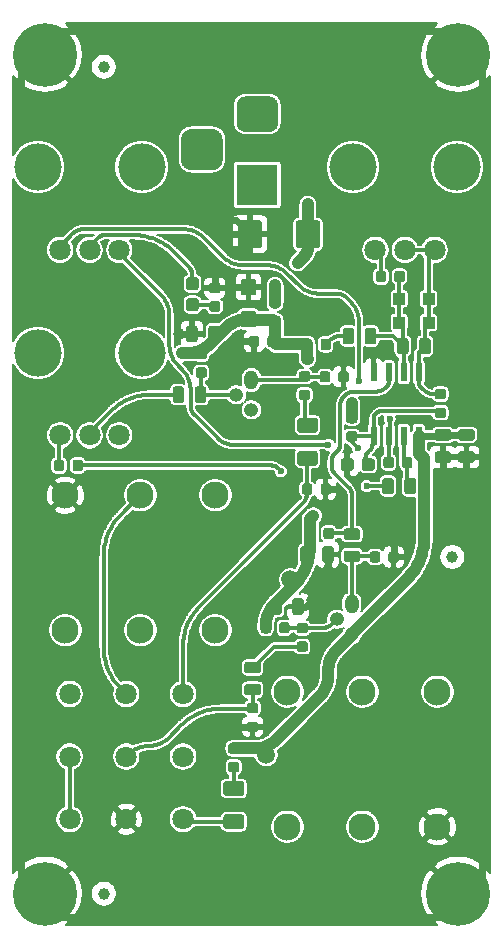
<source format=gbr>
%TF.GenerationSoftware,KiCad,Pcbnew,5.1.5-52549c5~84~ubuntu18.04.1*%
%TF.CreationDate,2019-11-30T23:42:48+01:00*%
%TF.ProjectId,clasicOverdrive,636c6173-6963-44f7-9665-726472697665,A*%
%TF.SameCoordinates,PX6708f40PY898d9f8*%
%TF.FileFunction,Copper,L1,Top*%
%TF.FilePolarity,Positive*%
%FSLAX46Y46*%
G04 Gerber Fmt 4.6, Leading zero omitted, Abs format (unit mm)*
G04 Created by KiCad (PCBNEW 5.1.5-52549c5~84~ubuntu18.04.1) date 2019-11-30 23:42:48*
%MOMM*%
%LPD*%
G04 APERTURE LIST*
%TA.AperFunction,ComponentPad*%
%ADD10C,2.300000*%
%TD*%
%TA.AperFunction,BGAPad,CuDef*%
%ADD11C,1.000000*%
%TD*%
%TA.AperFunction,ComponentPad*%
%ADD12C,0.800000*%
%TD*%
%TA.AperFunction,ComponentPad*%
%ADD13C,5.400000*%
%TD*%
%TA.AperFunction,ComponentPad*%
%ADD14O,1.200000X1.600000*%
%TD*%
%TA.AperFunction,ComponentPad*%
%ADD15O,1.200000X1.200000*%
%TD*%
%TA.AperFunction,SMDPad,CuDef*%
%ADD16R,0.600000X1.550000*%
%TD*%
%TA.AperFunction,SMDPad,CuDef*%
%ADD17R,1.000000X1.000000*%
%TD*%
%TA.AperFunction,SMDPad,CuDef*%
%ADD18C,0.100000*%
%TD*%
%TA.AperFunction,ComponentPad*%
%ADD19C,0.100000*%
%TD*%
%TA.AperFunction,ComponentPad*%
%ADD20R,3.500000X3.500000*%
%TD*%
%TA.AperFunction,BGAPad,CuDef*%
%ADD21C,1.500000*%
%TD*%
%TA.AperFunction,ComponentPad*%
%ADD22C,1.800000*%
%TD*%
%TA.AperFunction,WasherPad*%
%ADD23C,4.000000*%
%TD*%
%TA.AperFunction,ViaPad*%
%ADD24C,0.600000*%
%TD*%
%TA.AperFunction,ViaPad*%
%ADD25C,1.000000*%
%TD*%
%TA.AperFunction,Conductor*%
%ADD26C,0.300000*%
%TD*%
%TA.AperFunction,Conductor*%
%ADD27C,0.600000*%
%TD*%
%TA.AperFunction,Conductor*%
%ADD28C,1.000000*%
%TD*%
%TA.AperFunction,Conductor*%
%ADD29C,0.200000*%
%TD*%
G04 APERTURE END LIST*
D10*
%TO.P,J2,R*%
%TO.N,GNDPWR*%
X26900000Y5670000D03*
%TO.P,J2,S*%
%TO.N,GND*%
X33250000Y5670000D03*
%TO.P,J2,T*%
%TO.N,Net-(J2-PadT)*%
X20550000Y5670000D03*
%TO.P,J2,SN*%
%TO.N,N/C*%
X33250000Y17100000D03*
%TO.P,J2,RN*%
X26900000Y17100000D03*
%TO.P,J2,TN*%
X20550000Y17100000D03*
%TD*%
%TO.P,J3,R*%
%TO.N,Net-(J3-PadR)*%
X8100000Y33730000D03*
%TO.P,J3,S*%
%TO.N,GND*%
X1750000Y33730000D03*
%TO.P,J3,T*%
%TO.N,N/C*%
X14450000Y33730000D03*
%TO.P,J3,SN*%
X1750000Y22300000D03*
%TO.P,J3,RN*%
X8100000Y22300000D03*
%TO.P,J3,TN*%
X14450000Y22300000D03*
%TD*%
D11*
%TO.P,FID3,*%
%TO.N,*%
X5000000Y0D03*
%TD*%
%TO.P,FID2,*%
%TO.N,*%
X5000000Y70000000D03*
%TD*%
%TO.P,FID1,*%
%TO.N,*%
X34500000Y28500000D03*
%TD*%
D12*
%TO.P,H4,1*%
%TO.N,GND*%
X36431891Y1431891D03*
X35000000Y2025000D03*
X33568109Y1431891D03*
X32975000Y0D03*
X33568109Y-1431891D03*
X35000000Y-2025000D03*
X36431891Y-1431891D03*
X37025000Y0D03*
D13*
X35000000Y0D03*
%TD*%
D12*
%TO.P,H3,1*%
%TO.N,GND*%
X36431891Y72431891D03*
X35000000Y73025000D03*
X33568109Y72431891D03*
X32975000Y71000000D03*
X33568109Y69568109D03*
X35000000Y68975000D03*
X36431891Y69568109D03*
X37025000Y71000000D03*
D13*
X35000000Y71000000D03*
%TD*%
D12*
%TO.P,H2,1*%
%TO.N,GND*%
X1431891Y1431891D03*
X0Y2025000D03*
X-1431891Y1431891D03*
X-2025000Y0D03*
X-1431891Y-1431891D03*
X0Y-2025000D03*
X1431891Y-1431891D03*
X2025000Y0D03*
D13*
X0Y0D03*
%TD*%
D12*
%TO.P,H1,1*%
%TO.N,GND*%
X1431891Y72431891D03*
X0Y73025000D03*
X-1431891Y72431891D03*
X-2025000Y71000000D03*
X-1431891Y69568109D03*
X0Y68975000D03*
X1431891Y69568109D03*
X2025000Y71000000D03*
D13*
X0Y71000000D03*
%TD*%
D14*
%TO.P,Q1,1*%
%TO.N,Net-(C3-Pad2)*%
X26000000Y24500000D03*
D15*
%TO.P,Q1,2*%
%TO.N,Net-(Q1-Pad2)*%
X24730000Y23230000D03*
%TO.P,Q1,3*%
%TO.N,+9V*%
X26000000Y21960000D03*
%TD*%
D14*
%TO.P,Q2,1*%
%TO.N,Net-(Q2-Pad1)*%
X17500000Y43500000D03*
D15*
%TO.P,Q2,2*%
%TO.N,Net-(C10-Pad1)*%
X16230000Y42230000D03*
%TO.P,Q2,3*%
%TO.N,+9V*%
X17500000Y40960000D03*
%TD*%
D16*
%TO.P,U2,1*%
%TO.N,Net-(C4-Pad2)*%
X31655000Y44150000D03*
%TO.P,U2,2*%
%TO.N,Net-(C2-Pad2)*%
X30385000Y44150000D03*
%TO.P,U2,3*%
%TO.N,Net-(C3-Pad1)*%
X29115000Y44150000D03*
%TO.P,U2,4*%
%TO.N,GND*%
X27845000Y44150000D03*
%TO.P,U2,5*%
%TO.N,Net-(C6-Pad1)*%
X27845000Y38750000D03*
%TO.P,U2,6*%
%TO.N,Net-(R14-Pad2)*%
X29115000Y38750000D03*
%TO.P,U2,7*%
%TO.N,Net-(C9-Pad2)*%
X30385000Y38750000D03*
%TO.P,U2,8*%
%TO.N,+9V*%
X31655000Y38750000D03*
%TD*%
D17*
%TO.P,D2,1*%
%TO.N,Net-(C2-Pad2)*%
X30000000Y50350000D03*
%TO.P,D2,2*%
%TO.N,Net-(C4-Pad2)*%
X32500000Y50350000D03*
%TD*%
%TO.P,D3,2*%
%TO.N,Net-(C2-Pad2)*%
X30000000Y48350000D03*
%TO.P,D3,1*%
%TO.N,Net-(C4-Pad2)*%
X32500000Y48350000D03*
%TD*%
%TA.AperFunction,SMDPad,CuDef*%
D18*
%TO.P,C1,2*%
%TO.N,Net-(C1-Pad2)*%
G36*
X18080142Y17748826D02*
G01*
X18103803Y17745316D01*
X18127007Y17739504D01*
X18149529Y17731446D01*
X18171153Y17721218D01*
X18191670Y17708921D01*
X18210883Y17694671D01*
X18228607Y17678607D01*
X18244671Y17660883D01*
X18258921Y17641670D01*
X18271218Y17621153D01*
X18281446Y17599529D01*
X18289504Y17577007D01*
X18295316Y17553803D01*
X18298826Y17530142D01*
X18300000Y17506250D01*
X18300000Y17018750D01*
X18298826Y16994858D01*
X18295316Y16971197D01*
X18289504Y16947993D01*
X18281446Y16925471D01*
X18271218Y16903847D01*
X18258921Y16883330D01*
X18244671Y16864117D01*
X18228607Y16846393D01*
X18210883Y16830329D01*
X18191670Y16816079D01*
X18171153Y16803782D01*
X18149529Y16793554D01*
X18127007Y16785496D01*
X18103803Y16779684D01*
X18080142Y16776174D01*
X18056250Y16775000D01*
X17143750Y16775000D01*
X17119858Y16776174D01*
X17096197Y16779684D01*
X17072993Y16785496D01*
X17050471Y16793554D01*
X17028847Y16803782D01*
X17008330Y16816079D01*
X16989117Y16830329D01*
X16971393Y16846393D01*
X16955329Y16864117D01*
X16941079Y16883330D01*
X16928782Y16903847D01*
X16918554Y16925471D01*
X16910496Y16947993D01*
X16904684Y16971197D01*
X16901174Y16994858D01*
X16900000Y17018750D01*
X16900000Y17506250D01*
X16901174Y17530142D01*
X16904684Y17553803D01*
X16910496Y17577007D01*
X16918554Y17599529D01*
X16928782Y17621153D01*
X16941079Y17641670D01*
X16955329Y17660883D01*
X16971393Y17678607D01*
X16989117Y17694671D01*
X17008330Y17708921D01*
X17028847Y17721218D01*
X17050471Y17731446D01*
X17072993Y17739504D01*
X17096197Y17745316D01*
X17119858Y17748826D01*
X17143750Y17750000D01*
X18056250Y17750000D01*
X18080142Y17748826D01*
G37*
%TD.AperFunction*%
%TA.AperFunction,SMDPad,CuDef*%
%TO.P,C1,1*%
%TO.N,Net-(C1-Pad1)*%
G36*
X18080142Y19623826D02*
G01*
X18103803Y19620316D01*
X18127007Y19614504D01*
X18149529Y19606446D01*
X18171153Y19596218D01*
X18191670Y19583921D01*
X18210883Y19569671D01*
X18228607Y19553607D01*
X18244671Y19535883D01*
X18258921Y19516670D01*
X18271218Y19496153D01*
X18281446Y19474529D01*
X18289504Y19452007D01*
X18295316Y19428803D01*
X18298826Y19405142D01*
X18300000Y19381250D01*
X18300000Y18893750D01*
X18298826Y18869858D01*
X18295316Y18846197D01*
X18289504Y18822993D01*
X18281446Y18800471D01*
X18271218Y18778847D01*
X18258921Y18758330D01*
X18244671Y18739117D01*
X18228607Y18721393D01*
X18210883Y18705329D01*
X18191670Y18691079D01*
X18171153Y18678782D01*
X18149529Y18668554D01*
X18127007Y18660496D01*
X18103803Y18654684D01*
X18080142Y18651174D01*
X18056250Y18650000D01*
X17143750Y18650000D01*
X17119858Y18651174D01*
X17096197Y18654684D01*
X17072993Y18660496D01*
X17050471Y18668554D01*
X17028847Y18678782D01*
X17008330Y18691079D01*
X16989117Y18705329D01*
X16971393Y18721393D01*
X16955329Y18739117D01*
X16941079Y18758330D01*
X16928782Y18778847D01*
X16918554Y18800471D01*
X16910496Y18822993D01*
X16904684Y18846197D01*
X16901174Y18869858D01*
X16900000Y18893750D01*
X16900000Y19381250D01*
X16901174Y19405142D01*
X16904684Y19428803D01*
X16910496Y19452007D01*
X16918554Y19474529D01*
X16928782Y19496153D01*
X16941079Y19516670D01*
X16955329Y19535883D01*
X16971393Y19553607D01*
X16989117Y19569671D01*
X17008330Y19583921D01*
X17028847Y19596218D01*
X17050471Y19606446D01*
X17072993Y19614504D01*
X17096197Y19620316D01*
X17119858Y19623826D01*
X17143750Y19625000D01*
X18056250Y19625000D01*
X18080142Y19623826D01*
G37*
%TD.AperFunction*%
%TD*%
%TA.AperFunction,SMDPad,CuDef*%
%TO.P,C2,1*%
%TO.N,Net-(C2-Pad1)*%
G36*
X25967642Y47898826D02*
G01*
X25991303Y47895316D01*
X26014507Y47889504D01*
X26037029Y47881446D01*
X26058653Y47871218D01*
X26079170Y47858921D01*
X26098383Y47844671D01*
X26116107Y47828607D01*
X26132171Y47810883D01*
X26146421Y47791670D01*
X26158718Y47771153D01*
X26168946Y47749529D01*
X26177004Y47727007D01*
X26182816Y47703803D01*
X26186326Y47680142D01*
X26187500Y47656250D01*
X26187500Y46743750D01*
X26186326Y46719858D01*
X26182816Y46696197D01*
X26177004Y46672993D01*
X26168946Y46650471D01*
X26158718Y46628847D01*
X26146421Y46608330D01*
X26132171Y46589117D01*
X26116107Y46571393D01*
X26098383Y46555329D01*
X26079170Y46541079D01*
X26058653Y46528782D01*
X26037029Y46518554D01*
X26014507Y46510496D01*
X25991303Y46504684D01*
X25967642Y46501174D01*
X25943750Y46500000D01*
X25456250Y46500000D01*
X25432358Y46501174D01*
X25408697Y46504684D01*
X25385493Y46510496D01*
X25362971Y46518554D01*
X25341347Y46528782D01*
X25320830Y46541079D01*
X25301617Y46555329D01*
X25283893Y46571393D01*
X25267829Y46589117D01*
X25253579Y46608330D01*
X25241282Y46628847D01*
X25231054Y46650471D01*
X25222996Y46672993D01*
X25217184Y46696197D01*
X25213674Y46719858D01*
X25212500Y46743750D01*
X25212500Y47656250D01*
X25213674Y47680142D01*
X25217184Y47703803D01*
X25222996Y47727007D01*
X25231054Y47749529D01*
X25241282Y47771153D01*
X25253579Y47791670D01*
X25267829Y47810883D01*
X25283893Y47828607D01*
X25301617Y47844671D01*
X25320830Y47858921D01*
X25341347Y47871218D01*
X25362971Y47881446D01*
X25385493Y47889504D01*
X25408697Y47895316D01*
X25432358Y47898826D01*
X25456250Y47900000D01*
X25943750Y47900000D01*
X25967642Y47898826D01*
G37*
%TD.AperFunction*%
%TA.AperFunction,SMDPad,CuDef*%
%TO.P,C2,2*%
%TO.N,Net-(C2-Pad2)*%
G36*
X27842642Y47898826D02*
G01*
X27866303Y47895316D01*
X27889507Y47889504D01*
X27912029Y47881446D01*
X27933653Y47871218D01*
X27954170Y47858921D01*
X27973383Y47844671D01*
X27991107Y47828607D01*
X28007171Y47810883D01*
X28021421Y47791670D01*
X28033718Y47771153D01*
X28043946Y47749529D01*
X28052004Y47727007D01*
X28057816Y47703803D01*
X28061326Y47680142D01*
X28062500Y47656250D01*
X28062500Y46743750D01*
X28061326Y46719858D01*
X28057816Y46696197D01*
X28052004Y46672993D01*
X28043946Y46650471D01*
X28033718Y46628847D01*
X28021421Y46608330D01*
X28007171Y46589117D01*
X27991107Y46571393D01*
X27973383Y46555329D01*
X27954170Y46541079D01*
X27933653Y46528782D01*
X27912029Y46518554D01*
X27889507Y46510496D01*
X27866303Y46504684D01*
X27842642Y46501174D01*
X27818750Y46500000D01*
X27331250Y46500000D01*
X27307358Y46501174D01*
X27283697Y46504684D01*
X27260493Y46510496D01*
X27237971Y46518554D01*
X27216347Y46528782D01*
X27195830Y46541079D01*
X27176617Y46555329D01*
X27158893Y46571393D01*
X27142829Y46589117D01*
X27128579Y46608330D01*
X27116282Y46628847D01*
X27106054Y46650471D01*
X27097996Y46672993D01*
X27092184Y46696197D01*
X27088674Y46719858D01*
X27087500Y46743750D01*
X27087500Y47656250D01*
X27088674Y47680142D01*
X27092184Y47703803D01*
X27097996Y47727007D01*
X27106054Y47749529D01*
X27116282Y47771153D01*
X27128579Y47791670D01*
X27142829Y47810883D01*
X27158893Y47828607D01*
X27176617Y47844671D01*
X27195830Y47858921D01*
X27216347Y47871218D01*
X27237971Y47881446D01*
X27260493Y47889504D01*
X27283697Y47895316D01*
X27307358Y47898826D01*
X27331250Y47900000D01*
X27818750Y47900000D01*
X27842642Y47898826D01*
G37*
%TD.AperFunction*%
%TD*%
%TA.AperFunction,SMDPad,CuDef*%
%TO.P,C3,1*%
%TO.N,Net-(C3-Pad1)*%
G36*
X26480142Y30923826D02*
G01*
X26503803Y30920316D01*
X26527007Y30914504D01*
X26549529Y30906446D01*
X26571153Y30896218D01*
X26591670Y30883921D01*
X26610883Y30869671D01*
X26628607Y30853607D01*
X26644671Y30835883D01*
X26658921Y30816670D01*
X26671218Y30796153D01*
X26681446Y30774529D01*
X26689504Y30752007D01*
X26695316Y30728803D01*
X26698826Y30705142D01*
X26700000Y30681250D01*
X26700000Y30193750D01*
X26698826Y30169858D01*
X26695316Y30146197D01*
X26689504Y30122993D01*
X26681446Y30100471D01*
X26671218Y30078847D01*
X26658921Y30058330D01*
X26644671Y30039117D01*
X26628607Y30021393D01*
X26610883Y30005329D01*
X26591670Y29991079D01*
X26571153Y29978782D01*
X26549529Y29968554D01*
X26527007Y29960496D01*
X26503803Y29954684D01*
X26480142Y29951174D01*
X26456250Y29950000D01*
X25543750Y29950000D01*
X25519858Y29951174D01*
X25496197Y29954684D01*
X25472993Y29960496D01*
X25450471Y29968554D01*
X25428847Y29978782D01*
X25408330Y29991079D01*
X25389117Y30005329D01*
X25371393Y30021393D01*
X25355329Y30039117D01*
X25341079Y30058330D01*
X25328782Y30078847D01*
X25318554Y30100471D01*
X25310496Y30122993D01*
X25304684Y30146197D01*
X25301174Y30169858D01*
X25300000Y30193750D01*
X25300000Y30681250D01*
X25301174Y30705142D01*
X25304684Y30728803D01*
X25310496Y30752007D01*
X25318554Y30774529D01*
X25328782Y30796153D01*
X25341079Y30816670D01*
X25355329Y30835883D01*
X25371393Y30853607D01*
X25389117Y30869671D01*
X25408330Y30883921D01*
X25428847Y30896218D01*
X25450471Y30906446D01*
X25472993Y30914504D01*
X25496197Y30920316D01*
X25519858Y30923826D01*
X25543750Y30925000D01*
X26456250Y30925000D01*
X26480142Y30923826D01*
G37*
%TD.AperFunction*%
%TA.AperFunction,SMDPad,CuDef*%
%TO.P,C3,2*%
%TO.N,Net-(C3-Pad2)*%
G36*
X26480142Y29048826D02*
G01*
X26503803Y29045316D01*
X26527007Y29039504D01*
X26549529Y29031446D01*
X26571153Y29021218D01*
X26591670Y29008921D01*
X26610883Y28994671D01*
X26628607Y28978607D01*
X26644671Y28960883D01*
X26658921Y28941670D01*
X26671218Y28921153D01*
X26681446Y28899529D01*
X26689504Y28877007D01*
X26695316Y28853803D01*
X26698826Y28830142D01*
X26700000Y28806250D01*
X26700000Y28318750D01*
X26698826Y28294858D01*
X26695316Y28271197D01*
X26689504Y28247993D01*
X26681446Y28225471D01*
X26671218Y28203847D01*
X26658921Y28183330D01*
X26644671Y28164117D01*
X26628607Y28146393D01*
X26610883Y28130329D01*
X26591670Y28116079D01*
X26571153Y28103782D01*
X26549529Y28093554D01*
X26527007Y28085496D01*
X26503803Y28079684D01*
X26480142Y28076174D01*
X26456250Y28075000D01*
X25543750Y28075000D01*
X25519858Y28076174D01*
X25496197Y28079684D01*
X25472993Y28085496D01*
X25450471Y28093554D01*
X25428847Y28103782D01*
X25408330Y28116079D01*
X25389117Y28130329D01*
X25371393Y28146393D01*
X25355329Y28164117D01*
X25341079Y28183330D01*
X25328782Y28203847D01*
X25318554Y28225471D01*
X25310496Y28247993D01*
X25304684Y28271197D01*
X25301174Y28294858D01*
X25300000Y28318750D01*
X25300000Y28806250D01*
X25301174Y28830142D01*
X25304684Y28853803D01*
X25310496Y28877007D01*
X25318554Y28899529D01*
X25328782Y28921153D01*
X25341079Y28941670D01*
X25355329Y28960883D01*
X25371393Y28978607D01*
X25389117Y28994671D01*
X25408330Y29008921D01*
X25428847Y29021218D01*
X25450471Y29031446D01*
X25472993Y29039504D01*
X25496197Y29045316D01*
X25519858Y29048826D01*
X25543750Y29050000D01*
X26456250Y29050000D01*
X26480142Y29048826D01*
G37*
%TD.AperFunction*%
%TD*%
%TA.AperFunction,SMDPad,CuDef*%
%TO.P,C4,2*%
%TO.N,Net-(C4-Pad2)*%
G36*
X32455142Y47048826D02*
G01*
X32478803Y47045316D01*
X32502007Y47039504D01*
X32524529Y47031446D01*
X32546153Y47021218D01*
X32566670Y47008921D01*
X32585883Y46994671D01*
X32603607Y46978607D01*
X32619671Y46960883D01*
X32633921Y46941670D01*
X32646218Y46921153D01*
X32656446Y46899529D01*
X32664504Y46877007D01*
X32670316Y46853803D01*
X32673826Y46830142D01*
X32675000Y46806250D01*
X32675000Y45893750D01*
X32673826Y45869858D01*
X32670316Y45846197D01*
X32664504Y45822993D01*
X32656446Y45800471D01*
X32646218Y45778847D01*
X32633921Y45758330D01*
X32619671Y45739117D01*
X32603607Y45721393D01*
X32585883Y45705329D01*
X32566670Y45691079D01*
X32546153Y45678782D01*
X32524529Y45668554D01*
X32502007Y45660496D01*
X32478803Y45654684D01*
X32455142Y45651174D01*
X32431250Y45650000D01*
X31943750Y45650000D01*
X31919858Y45651174D01*
X31896197Y45654684D01*
X31872993Y45660496D01*
X31850471Y45668554D01*
X31828847Y45678782D01*
X31808330Y45691079D01*
X31789117Y45705329D01*
X31771393Y45721393D01*
X31755329Y45739117D01*
X31741079Y45758330D01*
X31728782Y45778847D01*
X31718554Y45800471D01*
X31710496Y45822993D01*
X31704684Y45846197D01*
X31701174Y45869858D01*
X31700000Y45893750D01*
X31700000Y46806250D01*
X31701174Y46830142D01*
X31704684Y46853803D01*
X31710496Y46877007D01*
X31718554Y46899529D01*
X31728782Y46921153D01*
X31741079Y46941670D01*
X31755329Y46960883D01*
X31771393Y46978607D01*
X31789117Y46994671D01*
X31808330Y47008921D01*
X31828847Y47021218D01*
X31850471Y47031446D01*
X31872993Y47039504D01*
X31896197Y47045316D01*
X31919858Y47048826D01*
X31943750Y47050000D01*
X32431250Y47050000D01*
X32455142Y47048826D01*
G37*
%TD.AperFunction*%
%TA.AperFunction,SMDPad,CuDef*%
%TO.P,C4,1*%
%TO.N,Net-(C2-Pad2)*%
G36*
X30580142Y47048826D02*
G01*
X30603803Y47045316D01*
X30627007Y47039504D01*
X30649529Y47031446D01*
X30671153Y47021218D01*
X30691670Y47008921D01*
X30710883Y46994671D01*
X30728607Y46978607D01*
X30744671Y46960883D01*
X30758921Y46941670D01*
X30771218Y46921153D01*
X30781446Y46899529D01*
X30789504Y46877007D01*
X30795316Y46853803D01*
X30798826Y46830142D01*
X30800000Y46806250D01*
X30800000Y45893750D01*
X30798826Y45869858D01*
X30795316Y45846197D01*
X30789504Y45822993D01*
X30781446Y45800471D01*
X30771218Y45778847D01*
X30758921Y45758330D01*
X30744671Y45739117D01*
X30728607Y45721393D01*
X30710883Y45705329D01*
X30691670Y45691079D01*
X30671153Y45678782D01*
X30649529Y45668554D01*
X30627007Y45660496D01*
X30603803Y45654684D01*
X30580142Y45651174D01*
X30556250Y45650000D01*
X30068750Y45650000D01*
X30044858Y45651174D01*
X30021197Y45654684D01*
X29997993Y45660496D01*
X29975471Y45668554D01*
X29953847Y45678782D01*
X29933330Y45691079D01*
X29914117Y45705329D01*
X29896393Y45721393D01*
X29880329Y45739117D01*
X29866079Y45758330D01*
X29853782Y45778847D01*
X29843554Y45800471D01*
X29835496Y45822993D01*
X29829684Y45846197D01*
X29826174Y45869858D01*
X29825000Y45893750D01*
X29825000Y46806250D01*
X29826174Y46830142D01*
X29829684Y46853803D01*
X29835496Y46877007D01*
X29843554Y46899529D01*
X29853782Y46921153D01*
X29866079Y46941670D01*
X29880329Y46960883D01*
X29896393Y46978607D01*
X29914117Y46994671D01*
X29933330Y47008921D01*
X29953847Y47021218D01*
X29975471Y47031446D01*
X29997993Y47039504D01*
X30021197Y47045316D01*
X30044858Y47048826D01*
X30068750Y47050000D01*
X30556250Y47050000D01*
X30580142Y47048826D01*
G37*
%TD.AperFunction*%
%TD*%
%TA.AperFunction,SMDPad,CuDef*%
%TO.P,C9,2*%
%TO.N,Net-(C9-Pad2)*%
G36*
X31205142Y35198826D02*
G01*
X31228803Y35195316D01*
X31252007Y35189504D01*
X31274529Y35181446D01*
X31296153Y35171218D01*
X31316670Y35158921D01*
X31335883Y35144671D01*
X31353607Y35128607D01*
X31369671Y35110883D01*
X31383921Y35091670D01*
X31396218Y35071153D01*
X31406446Y35049529D01*
X31414504Y35027007D01*
X31420316Y35003803D01*
X31423826Y34980142D01*
X31425000Y34956250D01*
X31425000Y34043750D01*
X31423826Y34019858D01*
X31420316Y33996197D01*
X31414504Y33972993D01*
X31406446Y33950471D01*
X31396218Y33928847D01*
X31383921Y33908330D01*
X31369671Y33889117D01*
X31353607Y33871393D01*
X31335883Y33855329D01*
X31316670Y33841079D01*
X31296153Y33828782D01*
X31274529Y33818554D01*
X31252007Y33810496D01*
X31228803Y33804684D01*
X31205142Y33801174D01*
X31181250Y33800000D01*
X30693750Y33800000D01*
X30669858Y33801174D01*
X30646197Y33804684D01*
X30622993Y33810496D01*
X30600471Y33818554D01*
X30578847Y33828782D01*
X30558330Y33841079D01*
X30539117Y33855329D01*
X30521393Y33871393D01*
X30505329Y33889117D01*
X30491079Y33908330D01*
X30478782Y33928847D01*
X30468554Y33950471D01*
X30460496Y33972993D01*
X30454684Y33996197D01*
X30451174Y34019858D01*
X30450000Y34043750D01*
X30450000Y34956250D01*
X30451174Y34980142D01*
X30454684Y35003803D01*
X30460496Y35027007D01*
X30468554Y35049529D01*
X30478782Y35071153D01*
X30491079Y35091670D01*
X30505329Y35110883D01*
X30521393Y35128607D01*
X30539117Y35144671D01*
X30558330Y35158921D01*
X30578847Y35171218D01*
X30600471Y35181446D01*
X30622993Y35189504D01*
X30646197Y35195316D01*
X30669858Y35198826D01*
X30693750Y35200000D01*
X31181250Y35200000D01*
X31205142Y35198826D01*
G37*
%TD.AperFunction*%
%TA.AperFunction,SMDPad,CuDef*%
%TO.P,C9,1*%
%TO.N,Net-(C9-Pad1)*%
G36*
X29330142Y35198826D02*
G01*
X29353803Y35195316D01*
X29377007Y35189504D01*
X29399529Y35181446D01*
X29421153Y35171218D01*
X29441670Y35158921D01*
X29460883Y35144671D01*
X29478607Y35128607D01*
X29494671Y35110883D01*
X29508921Y35091670D01*
X29521218Y35071153D01*
X29531446Y35049529D01*
X29539504Y35027007D01*
X29545316Y35003803D01*
X29548826Y34980142D01*
X29550000Y34956250D01*
X29550000Y34043750D01*
X29548826Y34019858D01*
X29545316Y33996197D01*
X29539504Y33972993D01*
X29531446Y33950471D01*
X29521218Y33928847D01*
X29508921Y33908330D01*
X29494671Y33889117D01*
X29478607Y33871393D01*
X29460883Y33855329D01*
X29441670Y33841079D01*
X29421153Y33828782D01*
X29399529Y33818554D01*
X29377007Y33810496D01*
X29353803Y33804684D01*
X29330142Y33801174D01*
X29306250Y33800000D01*
X28818750Y33800000D01*
X28794858Y33801174D01*
X28771197Y33804684D01*
X28747993Y33810496D01*
X28725471Y33818554D01*
X28703847Y33828782D01*
X28683330Y33841079D01*
X28664117Y33855329D01*
X28646393Y33871393D01*
X28630329Y33889117D01*
X28616079Y33908330D01*
X28603782Y33928847D01*
X28593554Y33950471D01*
X28585496Y33972993D01*
X28579684Y33996197D01*
X28576174Y34019858D01*
X28575000Y34043750D01*
X28575000Y34956250D01*
X28576174Y34980142D01*
X28579684Y35003803D01*
X28585496Y35027007D01*
X28593554Y35049529D01*
X28603782Y35071153D01*
X28616079Y35091670D01*
X28630329Y35110883D01*
X28646393Y35128607D01*
X28664117Y35144671D01*
X28683330Y35158921D01*
X28703847Y35171218D01*
X28725471Y35181446D01*
X28747993Y35189504D01*
X28771197Y35195316D01*
X28794858Y35198826D01*
X28818750Y35200000D01*
X29306250Y35200000D01*
X29330142Y35198826D01*
G37*
%TD.AperFunction*%
%TD*%
%TA.AperFunction,SMDPad,CuDef*%
%TO.P,C10,1*%
%TO.N,Net-(C10-Pad1)*%
G36*
X13455142Y42948826D02*
G01*
X13478803Y42945316D01*
X13502007Y42939504D01*
X13524529Y42931446D01*
X13546153Y42921218D01*
X13566670Y42908921D01*
X13585883Y42894671D01*
X13603607Y42878607D01*
X13619671Y42860883D01*
X13633921Y42841670D01*
X13646218Y42821153D01*
X13656446Y42799529D01*
X13664504Y42777007D01*
X13670316Y42753803D01*
X13673826Y42730142D01*
X13675000Y42706250D01*
X13675000Y41793750D01*
X13673826Y41769858D01*
X13670316Y41746197D01*
X13664504Y41722993D01*
X13656446Y41700471D01*
X13646218Y41678847D01*
X13633921Y41658330D01*
X13619671Y41639117D01*
X13603607Y41621393D01*
X13585883Y41605329D01*
X13566670Y41591079D01*
X13546153Y41578782D01*
X13524529Y41568554D01*
X13502007Y41560496D01*
X13478803Y41554684D01*
X13455142Y41551174D01*
X13431250Y41550000D01*
X12943750Y41550000D01*
X12919858Y41551174D01*
X12896197Y41554684D01*
X12872993Y41560496D01*
X12850471Y41568554D01*
X12828847Y41578782D01*
X12808330Y41591079D01*
X12789117Y41605329D01*
X12771393Y41621393D01*
X12755329Y41639117D01*
X12741079Y41658330D01*
X12728782Y41678847D01*
X12718554Y41700471D01*
X12710496Y41722993D01*
X12704684Y41746197D01*
X12701174Y41769858D01*
X12700000Y41793750D01*
X12700000Y42706250D01*
X12701174Y42730142D01*
X12704684Y42753803D01*
X12710496Y42777007D01*
X12718554Y42799529D01*
X12728782Y42821153D01*
X12741079Y42841670D01*
X12755329Y42860883D01*
X12771393Y42878607D01*
X12789117Y42894671D01*
X12808330Y42908921D01*
X12828847Y42921218D01*
X12850471Y42931446D01*
X12872993Y42939504D01*
X12896197Y42945316D01*
X12919858Y42948826D01*
X12943750Y42950000D01*
X13431250Y42950000D01*
X13455142Y42948826D01*
G37*
%TD.AperFunction*%
%TA.AperFunction,SMDPad,CuDef*%
%TO.P,C10,2*%
%TO.N,Net-(C10-Pad2)*%
G36*
X11580142Y42948826D02*
G01*
X11603803Y42945316D01*
X11627007Y42939504D01*
X11649529Y42931446D01*
X11671153Y42921218D01*
X11691670Y42908921D01*
X11710883Y42894671D01*
X11728607Y42878607D01*
X11744671Y42860883D01*
X11758921Y42841670D01*
X11771218Y42821153D01*
X11781446Y42799529D01*
X11789504Y42777007D01*
X11795316Y42753803D01*
X11798826Y42730142D01*
X11800000Y42706250D01*
X11800000Y41793750D01*
X11798826Y41769858D01*
X11795316Y41746197D01*
X11789504Y41722993D01*
X11781446Y41700471D01*
X11771218Y41678847D01*
X11758921Y41658330D01*
X11744671Y41639117D01*
X11728607Y41621393D01*
X11710883Y41605329D01*
X11691670Y41591079D01*
X11671153Y41578782D01*
X11649529Y41568554D01*
X11627007Y41560496D01*
X11603803Y41554684D01*
X11580142Y41551174D01*
X11556250Y41550000D01*
X11068750Y41550000D01*
X11044858Y41551174D01*
X11021197Y41554684D01*
X10997993Y41560496D01*
X10975471Y41568554D01*
X10953847Y41578782D01*
X10933330Y41591079D01*
X10914117Y41605329D01*
X10896393Y41621393D01*
X10880329Y41639117D01*
X10866079Y41658330D01*
X10853782Y41678847D01*
X10843554Y41700471D01*
X10835496Y41722993D01*
X10829684Y41746197D01*
X10826174Y41769858D01*
X10825000Y41793750D01*
X10825000Y42706250D01*
X10826174Y42730142D01*
X10829684Y42753803D01*
X10835496Y42777007D01*
X10843554Y42799529D01*
X10853782Y42821153D01*
X10866079Y42841670D01*
X10880329Y42860883D01*
X10896393Y42878607D01*
X10914117Y42894671D01*
X10933330Y42908921D01*
X10953847Y42921218D01*
X10975471Y42931446D01*
X10997993Y42939504D01*
X11021197Y42945316D01*
X11044858Y42948826D01*
X11068750Y42950000D01*
X11556250Y42950000D01*
X11580142Y42948826D01*
G37*
%TD.AperFunction*%
%TD*%
%TA.AperFunction,SMDPad,CuDef*%
%TO.P,C11,1*%
%TO.N,Net-(C11-Pad1)*%
G36*
X22899504Y40273796D02*
G01*
X22923773Y40270196D01*
X22947571Y40264235D01*
X22970671Y40255970D01*
X22992849Y40245480D01*
X23013893Y40232867D01*
X23033598Y40218253D01*
X23051777Y40201777D01*
X23068253Y40183598D01*
X23082867Y40163893D01*
X23095480Y40142849D01*
X23105970Y40120671D01*
X23114235Y40097571D01*
X23120196Y40073773D01*
X23123796Y40049504D01*
X23125000Y40025000D01*
X23125000Y39275000D01*
X23123796Y39250496D01*
X23120196Y39226227D01*
X23114235Y39202429D01*
X23105970Y39179329D01*
X23095480Y39157151D01*
X23082867Y39136107D01*
X23068253Y39116402D01*
X23051777Y39098223D01*
X23033598Y39081747D01*
X23013893Y39067133D01*
X22992849Y39054520D01*
X22970671Y39044030D01*
X22947571Y39035765D01*
X22923773Y39029804D01*
X22899504Y39026204D01*
X22875000Y39025000D01*
X21625000Y39025000D01*
X21600496Y39026204D01*
X21576227Y39029804D01*
X21552429Y39035765D01*
X21529329Y39044030D01*
X21507151Y39054520D01*
X21486107Y39067133D01*
X21466402Y39081747D01*
X21448223Y39098223D01*
X21431747Y39116402D01*
X21417133Y39136107D01*
X21404520Y39157151D01*
X21394030Y39179329D01*
X21385765Y39202429D01*
X21379804Y39226227D01*
X21376204Y39250496D01*
X21375000Y39275000D01*
X21375000Y40025000D01*
X21376204Y40049504D01*
X21379804Y40073773D01*
X21385765Y40097571D01*
X21394030Y40120671D01*
X21404520Y40142849D01*
X21417133Y40163893D01*
X21431747Y40183598D01*
X21448223Y40201777D01*
X21466402Y40218253D01*
X21486107Y40232867D01*
X21507151Y40245480D01*
X21529329Y40255970D01*
X21552429Y40264235D01*
X21576227Y40270196D01*
X21600496Y40273796D01*
X21625000Y40275000D01*
X22875000Y40275000D01*
X22899504Y40273796D01*
G37*
%TD.AperFunction*%
%TA.AperFunction,SMDPad,CuDef*%
%TO.P,C11,2*%
%TO.N,Net-(C11-Pad2)*%
G36*
X22899504Y37473796D02*
G01*
X22923773Y37470196D01*
X22947571Y37464235D01*
X22970671Y37455970D01*
X22992849Y37445480D01*
X23013893Y37432867D01*
X23033598Y37418253D01*
X23051777Y37401777D01*
X23068253Y37383598D01*
X23082867Y37363893D01*
X23095480Y37342849D01*
X23105970Y37320671D01*
X23114235Y37297571D01*
X23120196Y37273773D01*
X23123796Y37249504D01*
X23125000Y37225000D01*
X23125000Y36475000D01*
X23123796Y36450496D01*
X23120196Y36426227D01*
X23114235Y36402429D01*
X23105970Y36379329D01*
X23095480Y36357151D01*
X23082867Y36336107D01*
X23068253Y36316402D01*
X23051777Y36298223D01*
X23033598Y36281747D01*
X23013893Y36267133D01*
X22992849Y36254520D01*
X22970671Y36244030D01*
X22947571Y36235765D01*
X22923773Y36229804D01*
X22899504Y36226204D01*
X22875000Y36225000D01*
X21625000Y36225000D01*
X21600496Y36226204D01*
X21576227Y36229804D01*
X21552429Y36235765D01*
X21529329Y36244030D01*
X21507151Y36254520D01*
X21486107Y36267133D01*
X21466402Y36281747D01*
X21448223Y36298223D01*
X21431747Y36316402D01*
X21417133Y36336107D01*
X21404520Y36357151D01*
X21394030Y36379329D01*
X21385765Y36402429D01*
X21379804Y36426227D01*
X21376204Y36450496D01*
X21375000Y36475000D01*
X21375000Y37225000D01*
X21376204Y37249504D01*
X21379804Y37273773D01*
X21385765Y37297571D01*
X21394030Y37320671D01*
X21404520Y37342849D01*
X21417133Y37363893D01*
X21431747Y37383598D01*
X21448223Y37401777D01*
X21466402Y37418253D01*
X21486107Y37432867D01*
X21507151Y37445480D01*
X21529329Y37455970D01*
X21552429Y37464235D01*
X21576227Y37470196D01*
X21600496Y37473796D01*
X21625000Y37475000D01*
X22875000Y37475000D01*
X22899504Y37473796D01*
G37*
%TD.AperFunction*%
%TD*%
%TA.AperFunction,SMDPad,CuDef*%
%TO.P,D1,2*%
%TO.N,Net-(D1-Pad2)*%
G36*
X16649504Y9523796D02*
G01*
X16673773Y9520196D01*
X16697571Y9514235D01*
X16720671Y9505970D01*
X16742849Y9495480D01*
X16763893Y9482867D01*
X16783598Y9468253D01*
X16801777Y9451777D01*
X16818253Y9433598D01*
X16832867Y9413893D01*
X16845480Y9392849D01*
X16855970Y9370671D01*
X16864235Y9347571D01*
X16870196Y9323773D01*
X16873796Y9299504D01*
X16875000Y9275000D01*
X16875000Y8525000D01*
X16873796Y8500496D01*
X16870196Y8476227D01*
X16864235Y8452429D01*
X16855970Y8429329D01*
X16845480Y8407151D01*
X16832867Y8386107D01*
X16818253Y8366402D01*
X16801777Y8348223D01*
X16783598Y8331747D01*
X16763893Y8317133D01*
X16742849Y8304520D01*
X16720671Y8294030D01*
X16697571Y8285765D01*
X16673773Y8279804D01*
X16649504Y8276204D01*
X16625000Y8275000D01*
X15375000Y8275000D01*
X15350496Y8276204D01*
X15326227Y8279804D01*
X15302429Y8285765D01*
X15279329Y8294030D01*
X15257151Y8304520D01*
X15236107Y8317133D01*
X15216402Y8331747D01*
X15198223Y8348223D01*
X15181747Y8366402D01*
X15167133Y8386107D01*
X15154520Y8407151D01*
X15144030Y8429329D01*
X15135765Y8452429D01*
X15129804Y8476227D01*
X15126204Y8500496D01*
X15125000Y8525000D01*
X15125000Y9275000D01*
X15126204Y9299504D01*
X15129804Y9323773D01*
X15135765Y9347571D01*
X15144030Y9370671D01*
X15154520Y9392849D01*
X15167133Y9413893D01*
X15181747Y9433598D01*
X15198223Y9451777D01*
X15216402Y9468253D01*
X15236107Y9482867D01*
X15257151Y9495480D01*
X15279329Y9505970D01*
X15302429Y9514235D01*
X15326227Y9520196D01*
X15350496Y9523796D01*
X15375000Y9525000D01*
X16625000Y9525000D01*
X16649504Y9523796D01*
G37*
%TD.AperFunction*%
%TA.AperFunction,SMDPad,CuDef*%
%TO.P,D1,1*%
%TO.N,Net-(D1-Pad1)*%
G36*
X16649504Y6723796D02*
G01*
X16673773Y6720196D01*
X16697571Y6714235D01*
X16720671Y6705970D01*
X16742849Y6695480D01*
X16763893Y6682867D01*
X16783598Y6668253D01*
X16801777Y6651777D01*
X16818253Y6633598D01*
X16832867Y6613893D01*
X16845480Y6592849D01*
X16855970Y6570671D01*
X16864235Y6547571D01*
X16870196Y6523773D01*
X16873796Y6499504D01*
X16875000Y6475000D01*
X16875000Y5725000D01*
X16873796Y5700496D01*
X16870196Y5676227D01*
X16864235Y5652429D01*
X16855970Y5629329D01*
X16845480Y5607151D01*
X16832867Y5586107D01*
X16818253Y5566402D01*
X16801777Y5548223D01*
X16783598Y5531747D01*
X16763893Y5517133D01*
X16742849Y5504520D01*
X16720671Y5494030D01*
X16697571Y5485765D01*
X16673773Y5479804D01*
X16649504Y5476204D01*
X16625000Y5475000D01*
X15375000Y5475000D01*
X15350496Y5476204D01*
X15326227Y5479804D01*
X15302429Y5485765D01*
X15279329Y5494030D01*
X15257151Y5504520D01*
X15236107Y5517133D01*
X15216402Y5531747D01*
X15198223Y5548223D01*
X15181747Y5566402D01*
X15167133Y5586107D01*
X15154520Y5607151D01*
X15144030Y5629329D01*
X15135765Y5652429D01*
X15129804Y5676227D01*
X15126204Y5700496D01*
X15125000Y5725000D01*
X15125000Y6475000D01*
X15126204Y6499504D01*
X15129804Y6523773D01*
X15135765Y6547571D01*
X15144030Y6570671D01*
X15154520Y6592849D01*
X15167133Y6613893D01*
X15181747Y6633598D01*
X15198223Y6651777D01*
X15216402Y6668253D01*
X15236107Y6682867D01*
X15257151Y6695480D01*
X15279329Y6705970D01*
X15302429Y6714235D01*
X15326227Y6720196D01*
X15350496Y6723796D01*
X15375000Y6725000D01*
X16625000Y6725000D01*
X16649504Y6723796D01*
G37*
%TD.AperFunction*%
%TD*%
%TA.AperFunction,ComponentPad*%
D19*
%TO.P,J1,3*%
%TO.N,N/C*%
G36*
X14260765Y64745787D02*
G01*
X14345704Y64733187D01*
X14428999Y64712323D01*
X14509848Y64683395D01*
X14587472Y64646681D01*
X14661124Y64602536D01*
X14730094Y64551384D01*
X14793718Y64493718D01*
X14851384Y64430094D01*
X14902536Y64361124D01*
X14946681Y64287472D01*
X14983395Y64209848D01*
X15012323Y64128999D01*
X15033187Y64045704D01*
X15045787Y63960765D01*
X15050000Y63875000D01*
X15050000Y62125000D01*
X15045787Y62039235D01*
X15033187Y61954296D01*
X15012323Y61871001D01*
X14983395Y61790152D01*
X14946681Y61712528D01*
X14902536Y61638876D01*
X14851384Y61569906D01*
X14793718Y61506282D01*
X14730094Y61448616D01*
X14661124Y61397464D01*
X14587472Y61353319D01*
X14509848Y61316605D01*
X14428999Y61287677D01*
X14345704Y61266813D01*
X14260765Y61254213D01*
X14175000Y61250000D01*
X12425000Y61250000D01*
X12339235Y61254213D01*
X12254296Y61266813D01*
X12171001Y61287677D01*
X12090152Y61316605D01*
X12012528Y61353319D01*
X11938876Y61397464D01*
X11869906Y61448616D01*
X11806282Y61506282D01*
X11748616Y61569906D01*
X11697464Y61638876D01*
X11653319Y61712528D01*
X11616605Y61790152D01*
X11587677Y61871001D01*
X11566813Y61954296D01*
X11554213Y62039235D01*
X11550000Y62125000D01*
X11550000Y63875000D01*
X11554213Y63960765D01*
X11566813Y64045704D01*
X11587677Y64128999D01*
X11616605Y64209848D01*
X11653319Y64287472D01*
X11697464Y64361124D01*
X11748616Y64430094D01*
X11806282Y64493718D01*
X11869906Y64551384D01*
X11938876Y64602536D01*
X12012528Y64646681D01*
X12090152Y64683395D01*
X12171001Y64712323D01*
X12254296Y64733187D01*
X12339235Y64745787D01*
X12425000Y64750000D01*
X14175000Y64750000D01*
X14260765Y64745787D01*
G37*
%TD.AperFunction*%
%TA.AperFunction,ComponentPad*%
%TO.P,J1,2*%
%TO.N,+9V*%
G36*
X19073513Y67496389D02*
G01*
X19146318Y67485589D01*
X19217714Y67467705D01*
X19287013Y67442910D01*
X19353548Y67411441D01*
X19416678Y67373602D01*
X19475795Y67329758D01*
X19530330Y67280330D01*
X19579758Y67225795D01*
X19623602Y67166678D01*
X19661441Y67103548D01*
X19692910Y67037013D01*
X19717705Y66967714D01*
X19735589Y66896318D01*
X19746389Y66823513D01*
X19750000Y66750000D01*
X19750000Y65250000D01*
X19746389Y65176487D01*
X19735589Y65103682D01*
X19717705Y65032286D01*
X19692910Y64962987D01*
X19661441Y64896452D01*
X19623602Y64833322D01*
X19579758Y64774205D01*
X19530330Y64719670D01*
X19475795Y64670242D01*
X19416678Y64626398D01*
X19353548Y64588559D01*
X19287013Y64557090D01*
X19217714Y64532295D01*
X19146318Y64514411D01*
X19073513Y64503611D01*
X19000000Y64500000D01*
X17000000Y64500000D01*
X16926487Y64503611D01*
X16853682Y64514411D01*
X16782286Y64532295D01*
X16712987Y64557090D01*
X16646452Y64588559D01*
X16583322Y64626398D01*
X16524205Y64670242D01*
X16469670Y64719670D01*
X16420242Y64774205D01*
X16376398Y64833322D01*
X16338559Y64896452D01*
X16307090Y64962987D01*
X16282295Y65032286D01*
X16264411Y65103682D01*
X16253611Y65176487D01*
X16250000Y65250000D01*
X16250000Y66750000D01*
X16253611Y66823513D01*
X16264411Y66896318D01*
X16282295Y66967714D01*
X16307090Y67037013D01*
X16338559Y67103548D01*
X16376398Y67166678D01*
X16420242Y67225795D01*
X16469670Y67280330D01*
X16524205Y67329758D01*
X16583322Y67373602D01*
X16646452Y67411441D01*
X16712987Y67442910D01*
X16782286Y67467705D01*
X16853682Y67485589D01*
X16926487Y67496389D01*
X17000000Y67500000D01*
X19000000Y67500000D01*
X19073513Y67496389D01*
G37*
%TD.AperFunction*%
D20*
%TO.P,J1,1*%
%TO.N,GNDPWR*%
X18000000Y60000000D03*
%TD*%
%TA.AperFunction,SMDPad,CuDef*%
D18*
%TO.P,R1,1*%
%TO.N,+9V*%
G36*
X16277691Y12723947D02*
G01*
X16298926Y12720797D01*
X16319750Y12715581D01*
X16339962Y12708349D01*
X16359368Y12699170D01*
X16377781Y12688134D01*
X16395024Y12675346D01*
X16410930Y12660930D01*
X16425346Y12645024D01*
X16438134Y12627781D01*
X16449170Y12609368D01*
X16458349Y12589962D01*
X16465581Y12569750D01*
X16470797Y12548926D01*
X16473947Y12527691D01*
X16475000Y12506250D01*
X16475000Y12068750D01*
X16473947Y12047309D01*
X16470797Y12026074D01*
X16465581Y12005250D01*
X16458349Y11985038D01*
X16449170Y11965632D01*
X16438134Y11947219D01*
X16425346Y11929976D01*
X16410930Y11914070D01*
X16395024Y11899654D01*
X16377781Y11886866D01*
X16359368Y11875830D01*
X16339962Y11866651D01*
X16319750Y11859419D01*
X16298926Y11854203D01*
X16277691Y11851053D01*
X16256250Y11850000D01*
X15743750Y11850000D01*
X15722309Y11851053D01*
X15701074Y11854203D01*
X15680250Y11859419D01*
X15660038Y11866651D01*
X15640632Y11875830D01*
X15622219Y11886866D01*
X15604976Y11899654D01*
X15589070Y11914070D01*
X15574654Y11929976D01*
X15561866Y11947219D01*
X15550830Y11965632D01*
X15541651Y11985038D01*
X15534419Y12005250D01*
X15529203Y12026074D01*
X15526053Y12047309D01*
X15525000Y12068750D01*
X15525000Y12506250D01*
X15526053Y12527691D01*
X15529203Y12548926D01*
X15534419Y12569750D01*
X15541651Y12589962D01*
X15550830Y12609368D01*
X15561866Y12627781D01*
X15574654Y12645024D01*
X15589070Y12660930D01*
X15604976Y12675346D01*
X15622219Y12688134D01*
X15640632Y12699170D01*
X15660038Y12708349D01*
X15680250Y12715581D01*
X15701074Y12720797D01*
X15722309Y12723947D01*
X15743750Y12725000D01*
X16256250Y12725000D01*
X16277691Y12723947D01*
G37*
%TD.AperFunction*%
%TA.AperFunction,SMDPad,CuDef*%
%TO.P,R1,2*%
%TO.N,Net-(D1-Pad2)*%
G36*
X16277691Y11148947D02*
G01*
X16298926Y11145797D01*
X16319750Y11140581D01*
X16339962Y11133349D01*
X16359368Y11124170D01*
X16377781Y11113134D01*
X16395024Y11100346D01*
X16410930Y11085930D01*
X16425346Y11070024D01*
X16438134Y11052781D01*
X16449170Y11034368D01*
X16458349Y11014962D01*
X16465581Y10994750D01*
X16470797Y10973926D01*
X16473947Y10952691D01*
X16475000Y10931250D01*
X16475000Y10493750D01*
X16473947Y10472309D01*
X16470797Y10451074D01*
X16465581Y10430250D01*
X16458349Y10410038D01*
X16449170Y10390632D01*
X16438134Y10372219D01*
X16425346Y10354976D01*
X16410930Y10339070D01*
X16395024Y10324654D01*
X16377781Y10311866D01*
X16359368Y10300830D01*
X16339962Y10291651D01*
X16319750Y10284419D01*
X16298926Y10279203D01*
X16277691Y10276053D01*
X16256250Y10275000D01*
X15743750Y10275000D01*
X15722309Y10276053D01*
X15701074Y10279203D01*
X15680250Y10284419D01*
X15660038Y10291651D01*
X15640632Y10300830D01*
X15622219Y10311866D01*
X15604976Y10324654D01*
X15589070Y10339070D01*
X15574654Y10354976D01*
X15561866Y10372219D01*
X15550830Y10390632D01*
X15541651Y10410038D01*
X15534419Y10430250D01*
X15529203Y10451074D01*
X15526053Y10472309D01*
X15525000Y10493750D01*
X15525000Y10931250D01*
X15526053Y10952691D01*
X15529203Y10973926D01*
X15534419Y10994750D01*
X15541651Y11014962D01*
X15550830Y11034368D01*
X15561866Y11052781D01*
X15574654Y11070024D01*
X15589070Y11085930D01*
X15604976Y11100346D01*
X15622219Y11113134D01*
X15640632Y11124170D01*
X15660038Y11133349D01*
X15680250Y11140581D01*
X15701074Y11145797D01*
X15722309Y11148947D01*
X15743750Y11150000D01*
X16256250Y11150000D01*
X16277691Y11148947D01*
G37*
%TD.AperFunction*%
%TD*%
%TA.AperFunction,SMDPad,CuDef*%
%TO.P,R2,2*%
%TO.N,Net-(C1-Pad2)*%
G36*
X17877691Y16136447D02*
G01*
X17898926Y16133297D01*
X17919750Y16128081D01*
X17939962Y16120849D01*
X17959368Y16111670D01*
X17977781Y16100634D01*
X17995024Y16087846D01*
X18010930Y16073430D01*
X18025346Y16057524D01*
X18038134Y16040281D01*
X18049170Y16021868D01*
X18058349Y16002462D01*
X18065581Y15982250D01*
X18070797Y15961426D01*
X18073947Y15940191D01*
X18075000Y15918750D01*
X18075000Y15481250D01*
X18073947Y15459809D01*
X18070797Y15438574D01*
X18065581Y15417750D01*
X18058349Y15397538D01*
X18049170Y15378132D01*
X18038134Y15359719D01*
X18025346Y15342476D01*
X18010930Y15326570D01*
X17995024Y15312154D01*
X17977781Y15299366D01*
X17959368Y15288330D01*
X17939962Y15279151D01*
X17919750Y15271919D01*
X17898926Y15266703D01*
X17877691Y15263553D01*
X17856250Y15262500D01*
X17343750Y15262500D01*
X17322309Y15263553D01*
X17301074Y15266703D01*
X17280250Y15271919D01*
X17260038Y15279151D01*
X17240632Y15288330D01*
X17222219Y15299366D01*
X17204976Y15312154D01*
X17189070Y15326570D01*
X17174654Y15342476D01*
X17161866Y15359719D01*
X17150830Y15378132D01*
X17141651Y15397538D01*
X17134419Y15417750D01*
X17129203Y15438574D01*
X17126053Y15459809D01*
X17125000Y15481250D01*
X17125000Y15918750D01*
X17126053Y15940191D01*
X17129203Y15961426D01*
X17134419Y15982250D01*
X17141651Y16002462D01*
X17150830Y16021868D01*
X17161866Y16040281D01*
X17174654Y16057524D01*
X17189070Y16073430D01*
X17204976Y16087846D01*
X17222219Y16100634D01*
X17240632Y16111670D01*
X17260038Y16120849D01*
X17280250Y16128081D01*
X17301074Y16133297D01*
X17322309Y16136447D01*
X17343750Y16137500D01*
X17856250Y16137500D01*
X17877691Y16136447D01*
G37*
%TD.AperFunction*%
%TA.AperFunction,SMDPad,CuDef*%
%TO.P,R2,1*%
%TO.N,GND*%
G36*
X17877691Y14561447D02*
G01*
X17898926Y14558297D01*
X17919750Y14553081D01*
X17939962Y14545849D01*
X17959368Y14536670D01*
X17977781Y14525634D01*
X17995024Y14512846D01*
X18010930Y14498430D01*
X18025346Y14482524D01*
X18038134Y14465281D01*
X18049170Y14446868D01*
X18058349Y14427462D01*
X18065581Y14407250D01*
X18070797Y14386426D01*
X18073947Y14365191D01*
X18075000Y14343750D01*
X18075000Y13906250D01*
X18073947Y13884809D01*
X18070797Y13863574D01*
X18065581Y13842750D01*
X18058349Y13822538D01*
X18049170Y13803132D01*
X18038134Y13784719D01*
X18025346Y13767476D01*
X18010930Y13751570D01*
X17995024Y13737154D01*
X17977781Y13724366D01*
X17959368Y13713330D01*
X17939962Y13704151D01*
X17919750Y13696919D01*
X17898926Y13691703D01*
X17877691Y13688553D01*
X17856250Y13687500D01*
X17343750Y13687500D01*
X17322309Y13688553D01*
X17301074Y13691703D01*
X17280250Y13696919D01*
X17260038Y13704151D01*
X17240632Y13713330D01*
X17222219Y13724366D01*
X17204976Y13737154D01*
X17189070Y13751570D01*
X17174654Y13767476D01*
X17161866Y13784719D01*
X17150830Y13803132D01*
X17141651Y13822538D01*
X17134419Y13842750D01*
X17129203Y13863574D01*
X17126053Y13884809D01*
X17125000Y13906250D01*
X17125000Y14343750D01*
X17126053Y14365191D01*
X17129203Y14386426D01*
X17134419Y14407250D01*
X17141651Y14427462D01*
X17150830Y14446868D01*
X17161866Y14465281D01*
X17174654Y14482524D01*
X17189070Y14498430D01*
X17204976Y14512846D01*
X17222219Y14525634D01*
X17240632Y14536670D01*
X17260038Y14545849D01*
X17280250Y14553081D01*
X17301074Y14558297D01*
X17322309Y14561447D01*
X17343750Y14562500D01*
X17856250Y14562500D01*
X17877691Y14561447D01*
G37*
%TD.AperFunction*%
%TD*%
%TA.AperFunction,SMDPad,CuDef*%
%TO.P,R3,1*%
%TO.N,Net-(Q1-Pad2)*%
G36*
X22077691Y22923947D02*
G01*
X22098926Y22920797D01*
X22119750Y22915581D01*
X22139962Y22908349D01*
X22159368Y22899170D01*
X22177781Y22888134D01*
X22195024Y22875346D01*
X22210930Y22860930D01*
X22225346Y22845024D01*
X22238134Y22827781D01*
X22249170Y22809368D01*
X22258349Y22789962D01*
X22265581Y22769750D01*
X22270797Y22748926D01*
X22273947Y22727691D01*
X22275000Y22706250D01*
X22275000Y22268750D01*
X22273947Y22247309D01*
X22270797Y22226074D01*
X22265581Y22205250D01*
X22258349Y22185038D01*
X22249170Y22165632D01*
X22238134Y22147219D01*
X22225346Y22129976D01*
X22210930Y22114070D01*
X22195024Y22099654D01*
X22177781Y22086866D01*
X22159368Y22075830D01*
X22139962Y22066651D01*
X22119750Y22059419D01*
X22098926Y22054203D01*
X22077691Y22051053D01*
X22056250Y22050000D01*
X21543750Y22050000D01*
X21522309Y22051053D01*
X21501074Y22054203D01*
X21480250Y22059419D01*
X21460038Y22066651D01*
X21440632Y22075830D01*
X21422219Y22086866D01*
X21404976Y22099654D01*
X21389070Y22114070D01*
X21374654Y22129976D01*
X21361866Y22147219D01*
X21350830Y22165632D01*
X21341651Y22185038D01*
X21334419Y22205250D01*
X21329203Y22226074D01*
X21326053Y22247309D01*
X21325000Y22268750D01*
X21325000Y22706250D01*
X21326053Y22727691D01*
X21329203Y22748926D01*
X21334419Y22769750D01*
X21341651Y22789962D01*
X21350830Y22809368D01*
X21361866Y22827781D01*
X21374654Y22845024D01*
X21389070Y22860930D01*
X21404976Y22875346D01*
X21422219Y22888134D01*
X21440632Y22899170D01*
X21460038Y22908349D01*
X21480250Y22915581D01*
X21501074Y22920797D01*
X21522309Y22923947D01*
X21543750Y22925000D01*
X22056250Y22925000D01*
X22077691Y22923947D01*
G37*
%TD.AperFunction*%
%TA.AperFunction,SMDPad,CuDef*%
%TO.P,R3,2*%
%TO.N,Net-(C1-Pad1)*%
G36*
X22077691Y21348947D02*
G01*
X22098926Y21345797D01*
X22119750Y21340581D01*
X22139962Y21333349D01*
X22159368Y21324170D01*
X22177781Y21313134D01*
X22195024Y21300346D01*
X22210930Y21285930D01*
X22225346Y21270024D01*
X22238134Y21252781D01*
X22249170Y21234368D01*
X22258349Y21214962D01*
X22265581Y21194750D01*
X22270797Y21173926D01*
X22273947Y21152691D01*
X22275000Y21131250D01*
X22275000Y20693750D01*
X22273947Y20672309D01*
X22270797Y20651074D01*
X22265581Y20630250D01*
X22258349Y20610038D01*
X22249170Y20590632D01*
X22238134Y20572219D01*
X22225346Y20554976D01*
X22210930Y20539070D01*
X22195024Y20524654D01*
X22177781Y20511866D01*
X22159368Y20500830D01*
X22139962Y20491651D01*
X22119750Y20484419D01*
X22098926Y20479203D01*
X22077691Y20476053D01*
X22056250Y20475000D01*
X21543750Y20475000D01*
X21522309Y20476053D01*
X21501074Y20479203D01*
X21480250Y20484419D01*
X21460038Y20491651D01*
X21440632Y20500830D01*
X21422219Y20511866D01*
X21404976Y20524654D01*
X21389070Y20539070D01*
X21374654Y20554976D01*
X21361866Y20572219D01*
X21350830Y20590632D01*
X21341651Y20610038D01*
X21334419Y20630250D01*
X21329203Y20651074D01*
X21326053Y20672309D01*
X21325000Y20693750D01*
X21325000Y21131250D01*
X21326053Y21152691D01*
X21329203Y21173926D01*
X21334419Y21194750D01*
X21341651Y21214962D01*
X21350830Y21234368D01*
X21361866Y21252781D01*
X21374654Y21270024D01*
X21389070Y21285930D01*
X21404976Y21300346D01*
X21422219Y21313134D01*
X21440632Y21324170D01*
X21460038Y21333349D01*
X21480250Y21340581D01*
X21501074Y21345797D01*
X21522309Y21348947D01*
X21543750Y21350000D01*
X22056250Y21350000D01*
X22077691Y21348947D01*
G37*
%TD.AperFunction*%
%TD*%
%TA.AperFunction,SMDPad,CuDef*%
%TO.P,R4,2*%
%TO.N,+4V5*%
G36*
X18952691Y22973947D02*
G01*
X18973926Y22970797D01*
X18994750Y22965581D01*
X19014962Y22958349D01*
X19034368Y22949170D01*
X19052781Y22938134D01*
X19070024Y22925346D01*
X19085930Y22910930D01*
X19100346Y22895024D01*
X19113134Y22877781D01*
X19124170Y22859368D01*
X19133349Y22839962D01*
X19140581Y22819750D01*
X19145797Y22798926D01*
X19148947Y22777691D01*
X19150000Y22756250D01*
X19150000Y22243750D01*
X19148947Y22222309D01*
X19145797Y22201074D01*
X19140581Y22180250D01*
X19133349Y22160038D01*
X19124170Y22140632D01*
X19113134Y22122219D01*
X19100346Y22104976D01*
X19085930Y22089070D01*
X19070024Y22074654D01*
X19052781Y22061866D01*
X19034368Y22050830D01*
X19014962Y22041651D01*
X18994750Y22034419D01*
X18973926Y22029203D01*
X18952691Y22026053D01*
X18931250Y22025000D01*
X18493750Y22025000D01*
X18472309Y22026053D01*
X18451074Y22029203D01*
X18430250Y22034419D01*
X18410038Y22041651D01*
X18390632Y22050830D01*
X18372219Y22061866D01*
X18354976Y22074654D01*
X18339070Y22089070D01*
X18324654Y22104976D01*
X18311866Y22122219D01*
X18300830Y22140632D01*
X18291651Y22160038D01*
X18284419Y22180250D01*
X18279203Y22201074D01*
X18276053Y22222309D01*
X18275000Y22243750D01*
X18275000Y22756250D01*
X18276053Y22777691D01*
X18279203Y22798926D01*
X18284419Y22819750D01*
X18291651Y22839962D01*
X18300830Y22859368D01*
X18311866Y22877781D01*
X18324654Y22895024D01*
X18339070Y22910930D01*
X18354976Y22925346D01*
X18372219Y22938134D01*
X18390632Y22949170D01*
X18410038Y22958349D01*
X18430250Y22965581D01*
X18451074Y22970797D01*
X18472309Y22973947D01*
X18493750Y22975000D01*
X18931250Y22975000D01*
X18952691Y22973947D01*
G37*
%TD.AperFunction*%
%TA.AperFunction,SMDPad,CuDef*%
%TO.P,R4,1*%
%TO.N,Net-(Q1-Pad2)*%
G36*
X20527691Y22973947D02*
G01*
X20548926Y22970797D01*
X20569750Y22965581D01*
X20589962Y22958349D01*
X20609368Y22949170D01*
X20627781Y22938134D01*
X20645024Y22925346D01*
X20660930Y22910930D01*
X20675346Y22895024D01*
X20688134Y22877781D01*
X20699170Y22859368D01*
X20708349Y22839962D01*
X20715581Y22819750D01*
X20720797Y22798926D01*
X20723947Y22777691D01*
X20725000Y22756250D01*
X20725000Y22243750D01*
X20723947Y22222309D01*
X20720797Y22201074D01*
X20715581Y22180250D01*
X20708349Y22160038D01*
X20699170Y22140632D01*
X20688134Y22122219D01*
X20675346Y22104976D01*
X20660930Y22089070D01*
X20645024Y22074654D01*
X20627781Y22061866D01*
X20609368Y22050830D01*
X20589962Y22041651D01*
X20569750Y22034419D01*
X20548926Y22029203D01*
X20527691Y22026053D01*
X20506250Y22025000D01*
X20068750Y22025000D01*
X20047309Y22026053D01*
X20026074Y22029203D01*
X20005250Y22034419D01*
X19985038Y22041651D01*
X19965632Y22050830D01*
X19947219Y22061866D01*
X19929976Y22074654D01*
X19914070Y22089070D01*
X19899654Y22104976D01*
X19886866Y22122219D01*
X19875830Y22140632D01*
X19866651Y22160038D01*
X19859419Y22180250D01*
X19854203Y22201074D01*
X19851053Y22222309D01*
X19850000Y22243750D01*
X19850000Y22756250D01*
X19851053Y22777691D01*
X19854203Y22798926D01*
X19859419Y22819750D01*
X19866651Y22839962D01*
X19875830Y22859368D01*
X19886866Y22877781D01*
X19899654Y22895024D01*
X19914070Y22910930D01*
X19929976Y22925346D01*
X19947219Y22938134D01*
X19965632Y22949170D01*
X19985038Y22958349D01*
X20005250Y22965581D01*
X20026074Y22970797D01*
X20047309Y22973947D01*
X20068750Y22975000D01*
X20506250Y22975000D01*
X20527691Y22973947D01*
G37*
%TD.AperFunction*%
%TD*%
%TA.AperFunction,SMDPad,CuDef*%
%TO.P,R5,2*%
%TO.N,GND*%
G36*
X29777691Y28973947D02*
G01*
X29798926Y28970797D01*
X29819750Y28965581D01*
X29839962Y28958349D01*
X29859368Y28949170D01*
X29877781Y28938134D01*
X29895024Y28925346D01*
X29910930Y28910930D01*
X29925346Y28895024D01*
X29938134Y28877781D01*
X29949170Y28859368D01*
X29958349Y28839962D01*
X29965581Y28819750D01*
X29970797Y28798926D01*
X29973947Y28777691D01*
X29975000Y28756250D01*
X29975000Y28243750D01*
X29973947Y28222309D01*
X29970797Y28201074D01*
X29965581Y28180250D01*
X29958349Y28160038D01*
X29949170Y28140632D01*
X29938134Y28122219D01*
X29925346Y28104976D01*
X29910930Y28089070D01*
X29895024Y28074654D01*
X29877781Y28061866D01*
X29859368Y28050830D01*
X29839962Y28041651D01*
X29819750Y28034419D01*
X29798926Y28029203D01*
X29777691Y28026053D01*
X29756250Y28025000D01*
X29318750Y28025000D01*
X29297309Y28026053D01*
X29276074Y28029203D01*
X29255250Y28034419D01*
X29235038Y28041651D01*
X29215632Y28050830D01*
X29197219Y28061866D01*
X29179976Y28074654D01*
X29164070Y28089070D01*
X29149654Y28104976D01*
X29136866Y28122219D01*
X29125830Y28140632D01*
X29116651Y28160038D01*
X29109419Y28180250D01*
X29104203Y28201074D01*
X29101053Y28222309D01*
X29100000Y28243750D01*
X29100000Y28756250D01*
X29101053Y28777691D01*
X29104203Y28798926D01*
X29109419Y28819750D01*
X29116651Y28839962D01*
X29125830Y28859368D01*
X29136866Y28877781D01*
X29149654Y28895024D01*
X29164070Y28910930D01*
X29179976Y28925346D01*
X29197219Y28938134D01*
X29215632Y28949170D01*
X29235038Y28958349D01*
X29255250Y28965581D01*
X29276074Y28970797D01*
X29297309Y28973947D01*
X29318750Y28975000D01*
X29756250Y28975000D01*
X29777691Y28973947D01*
G37*
%TD.AperFunction*%
%TA.AperFunction,SMDPad,CuDef*%
%TO.P,R5,1*%
%TO.N,Net-(C3-Pad2)*%
G36*
X28202691Y28973947D02*
G01*
X28223926Y28970797D01*
X28244750Y28965581D01*
X28264962Y28958349D01*
X28284368Y28949170D01*
X28302781Y28938134D01*
X28320024Y28925346D01*
X28335930Y28910930D01*
X28350346Y28895024D01*
X28363134Y28877781D01*
X28374170Y28859368D01*
X28383349Y28839962D01*
X28390581Y28819750D01*
X28395797Y28798926D01*
X28398947Y28777691D01*
X28400000Y28756250D01*
X28400000Y28243750D01*
X28398947Y28222309D01*
X28395797Y28201074D01*
X28390581Y28180250D01*
X28383349Y28160038D01*
X28374170Y28140632D01*
X28363134Y28122219D01*
X28350346Y28104976D01*
X28335930Y28089070D01*
X28320024Y28074654D01*
X28302781Y28061866D01*
X28284368Y28050830D01*
X28264962Y28041651D01*
X28244750Y28034419D01*
X28223926Y28029203D01*
X28202691Y28026053D01*
X28181250Y28025000D01*
X27743750Y28025000D01*
X27722309Y28026053D01*
X27701074Y28029203D01*
X27680250Y28034419D01*
X27660038Y28041651D01*
X27640632Y28050830D01*
X27622219Y28061866D01*
X27604976Y28074654D01*
X27589070Y28089070D01*
X27574654Y28104976D01*
X27561866Y28122219D01*
X27550830Y28140632D01*
X27541651Y28160038D01*
X27534419Y28180250D01*
X27529203Y28201074D01*
X27526053Y28222309D01*
X27525000Y28243750D01*
X27525000Y28756250D01*
X27526053Y28777691D01*
X27529203Y28798926D01*
X27534419Y28819750D01*
X27541651Y28839962D01*
X27550830Y28859368D01*
X27561866Y28877781D01*
X27574654Y28895024D01*
X27589070Y28910930D01*
X27604976Y28925346D01*
X27622219Y28938134D01*
X27640632Y28949170D01*
X27660038Y28958349D01*
X27680250Y28965581D01*
X27701074Y28970797D01*
X27722309Y28973947D01*
X27743750Y28975000D01*
X28181250Y28975000D01*
X28202691Y28973947D01*
G37*
%TD.AperFunction*%
%TD*%
%TA.AperFunction,SMDPad,CuDef*%
%TO.P,R6,2*%
%TO.N,Net-(C2-Pad1)*%
G36*
X24027691Y46973947D02*
G01*
X24048926Y46970797D01*
X24069750Y46965581D01*
X24089962Y46958349D01*
X24109368Y46949170D01*
X24127781Y46938134D01*
X24145024Y46925346D01*
X24160930Y46910930D01*
X24175346Y46895024D01*
X24188134Y46877781D01*
X24199170Y46859368D01*
X24208349Y46839962D01*
X24215581Y46819750D01*
X24220797Y46798926D01*
X24223947Y46777691D01*
X24225000Y46756250D01*
X24225000Y46243750D01*
X24223947Y46222309D01*
X24220797Y46201074D01*
X24215581Y46180250D01*
X24208349Y46160038D01*
X24199170Y46140632D01*
X24188134Y46122219D01*
X24175346Y46104976D01*
X24160930Y46089070D01*
X24145024Y46074654D01*
X24127781Y46061866D01*
X24109368Y46050830D01*
X24089962Y46041651D01*
X24069750Y46034419D01*
X24048926Y46029203D01*
X24027691Y46026053D01*
X24006250Y46025000D01*
X23568750Y46025000D01*
X23547309Y46026053D01*
X23526074Y46029203D01*
X23505250Y46034419D01*
X23485038Y46041651D01*
X23465632Y46050830D01*
X23447219Y46061866D01*
X23429976Y46074654D01*
X23414070Y46089070D01*
X23399654Y46104976D01*
X23386866Y46122219D01*
X23375830Y46140632D01*
X23366651Y46160038D01*
X23359419Y46180250D01*
X23354203Y46201074D01*
X23351053Y46222309D01*
X23350000Y46243750D01*
X23350000Y46756250D01*
X23351053Y46777691D01*
X23354203Y46798926D01*
X23359419Y46819750D01*
X23366651Y46839962D01*
X23375830Y46859368D01*
X23386866Y46877781D01*
X23399654Y46895024D01*
X23414070Y46910930D01*
X23429976Y46925346D01*
X23447219Y46938134D01*
X23465632Y46949170D01*
X23485038Y46958349D01*
X23505250Y46965581D01*
X23526074Y46970797D01*
X23547309Y46973947D01*
X23568750Y46975000D01*
X24006250Y46975000D01*
X24027691Y46973947D01*
G37*
%TD.AperFunction*%
%TA.AperFunction,SMDPad,CuDef*%
%TO.P,R6,1*%
%TO.N,+4V5*%
G36*
X22452691Y46973947D02*
G01*
X22473926Y46970797D01*
X22494750Y46965581D01*
X22514962Y46958349D01*
X22534368Y46949170D01*
X22552781Y46938134D01*
X22570024Y46925346D01*
X22585930Y46910930D01*
X22600346Y46895024D01*
X22613134Y46877781D01*
X22624170Y46859368D01*
X22633349Y46839962D01*
X22640581Y46819750D01*
X22645797Y46798926D01*
X22648947Y46777691D01*
X22650000Y46756250D01*
X22650000Y46243750D01*
X22648947Y46222309D01*
X22645797Y46201074D01*
X22640581Y46180250D01*
X22633349Y46160038D01*
X22624170Y46140632D01*
X22613134Y46122219D01*
X22600346Y46104976D01*
X22585930Y46089070D01*
X22570024Y46074654D01*
X22552781Y46061866D01*
X22534368Y46050830D01*
X22514962Y46041651D01*
X22494750Y46034419D01*
X22473926Y46029203D01*
X22452691Y46026053D01*
X22431250Y46025000D01*
X21993750Y46025000D01*
X21972309Y46026053D01*
X21951074Y46029203D01*
X21930250Y46034419D01*
X21910038Y46041651D01*
X21890632Y46050830D01*
X21872219Y46061866D01*
X21854976Y46074654D01*
X21839070Y46089070D01*
X21824654Y46104976D01*
X21811866Y46122219D01*
X21800830Y46140632D01*
X21791651Y46160038D01*
X21784419Y46180250D01*
X21779203Y46201074D01*
X21776053Y46222309D01*
X21775000Y46243750D01*
X21775000Y46756250D01*
X21776053Y46777691D01*
X21779203Y46798926D01*
X21784419Y46819750D01*
X21791651Y46839962D01*
X21800830Y46859368D01*
X21811866Y46877781D01*
X21824654Y46895024D01*
X21839070Y46910930D01*
X21854976Y46925346D01*
X21872219Y46938134D01*
X21890632Y46949170D01*
X21910038Y46958349D01*
X21930250Y46965581D01*
X21951074Y46970797D01*
X21972309Y46973947D01*
X21993750Y46975000D01*
X22431250Y46975000D01*
X22452691Y46973947D01*
G37*
%TD.AperFunction*%
%TD*%
%TA.AperFunction,SMDPad,CuDef*%
%TO.P,R7,1*%
%TO.N,Net-(C3-Pad1)*%
G36*
X24277691Y30973947D02*
G01*
X24298926Y30970797D01*
X24319750Y30965581D01*
X24339962Y30958349D01*
X24359368Y30949170D01*
X24377781Y30938134D01*
X24395024Y30925346D01*
X24410930Y30910930D01*
X24425346Y30895024D01*
X24438134Y30877781D01*
X24449170Y30859368D01*
X24458349Y30839962D01*
X24465581Y30819750D01*
X24470797Y30798926D01*
X24473947Y30777691D01*
X24475000Y30756250D01*
X24475000Y30243750D01*
X24473947Y30222309D01*
X24470797Y30201074D01*
X24465581Y30180250D01*
X24458349Y30160038D01*
X24449170Y30140632D01*
X24438134Y30122219D01*
X24425346Y30104976D01*
X24410930Y30089070D01*
X24395024Y30074654D01*
X24377781Y30061866D01*
X24359368Y30050830D01*
X24339962Y30041651D01*
X24319750Y30034419D01*
X24298926Y30029203D01*
X24277691Y30026053D01*
X24256250Y30025000D01*
X23818750Y30025000D01*
X23797309Y30026053D01*
X23776074Y30029203D01*
X23755250Y30034419D01*
X23735038Y30041651D01*
X23715632Y30050830D01*
X23697219Y30061866D01*
X23679976Y30074654D01*
X23664070Y30089070D01*
X23649654Y30104976D01*
X23636866Y30122219D01*
X23625830Y30140632D01*
X23616651Y30160038D01*
X23609419Y30180250D01*
X23604203Y30201074D01*
X23601053Y30222309D01*
X23600000Y30243750D01*
X23600000Y30756250D01*
X23601053Y30777691D01*
X23604203Y30798926D01*
X23609419Y30819750D01*
X23616651Y30839962D01*
X23625830Y30859368D01*
X23636866Y30877781D01*
X23649654Y30895024D01*
X23664070Y30910930D01*
X23679976Y30925346D01*
X23697219Y30938134D01*
X23715632Y30949170D01*
X23735038Y30958349D01*
X23755250Y30965581D01*
X23776074Y30970797D01*
X23797309Y30973947D01*
X23818750Y30975000D01*
X24256250Y30975000D01*
X24277691Y30973947D01*
G37*
%TD.AperFunction*%
%TA.AperFunction,SMDPad,CuDef*%
%TO.P,R7,2*%
%TO.N,+4V5*%
G36*
X22702691Y30973947D02*
G01*
X22723926Y30970797D01*
X22744750Y30965581D01*
X22764962Y30958349D01*
X22784368Y30949170D01*
X22802781Y30938134D01*
X22820024Y30925346D01*
X22835930Y30910930D01*
X22850346Y30895024D01*
X22863134Y30877781D01*
X22874170Y30859368D01*
X22883349Y30839962D01*
X22890581Y30819750D01*
X22895797Y30798926D01*
X22898947Y30777691D01*
X22900000Y30756250D01*
X22900000Y30243750D01*
X22898947Y30222309D01*
X22895797Y30201074D01*
X22890581Y30180250D01*
X22883349Y30160038D01*
X22874170Y30140632D01*
X22863134Y30122219D01*
X22850346Y30104976D01*
X22835930Y30089070D01*
X22820024Y30074654D01*
X22802781Y30061866D01*
X22784368Y30050830D01*
X22764962Y30041651D01*
X22744750Y30034419D01*
X22723926Y30029203D01*
X22702691Y30026053D01*
X22681250Y30025000D01*
X22243750Y30025000D01*
X22222309Y30026053D01*
X22201074Y30029203D01*
X22180250Y30034419D01*
X22160038Y30041651D01*
X22140632Y30050830D01*
X22122219Y30061866D01*
X22104976Y30074654D01*
X22089070Y30089070D01*
X22074654Y30104976D01*
X22061866Y30122219D01*
X22050830Y30140632D01*
X22041651Y30160038D01*
X22034419Y30180250D01*
X22029203Y30201074D01*
X22026053Y30222309D01*
X22025000Y30243750D01*
X22025000Y30756250D01*
X22026053Y30777691D01*
X22029203Y30798926D01*
X22034419Y30819750D01*
X22041651Y30839962D01*
X22050830Y30859368D01*
X22061866Y30877781D01*
X22074654Y30895024D01*
X22089070Y30910930D01*
X22104976Y30925346D01*
X22122219Y30938134D01*
X22140632Y30949170D01*
X22160038Y30958349D01*
X22180250Y30965581D01*
X22201074Y30970797D01*
X22222309Y30973947D01*
X22243750Y30975000D01*
X22681250Y30975000D01*
X22702691Y30973947D01*
G37*
%TD.AperFunction*%
%TD*%
%TA.AperFunction,SMDPad,CuDef*%
%TO.P,R8,1*%
%TO.N,Net-(R8-Pad1)*%
G36*
X28702691Y52723947D02*
G01*
X28723926Y52720797D01*
X28744750Y52715581D01*
X28764962Y52708349D01*
X28784368Y52699170D01*
X28802781Y52688134D01*
X28820024Y52675346D01*
X28835930Y52660930D01*
X28850346Y52645024D01*
X28863134Y52627781D01*
X28874170Y52609368D01*
X28883349Y52589962D01*
X28890581Y52569750D01*
X28895797Y52548926D01*
X28898947Y52527691D01*
X28900000Y52506250D01*
X28900000Y51993750D01*
X28898947Y51972309D01*
X28895797Y51951074D01*
X28890581Y51930250D01*
X28883349Y51910038D01*
X28874170Y51890632D01*
X28863134Y51872219D01*
X28850346Y51854976D01*
X28835930Y51839070D01*
X28820024Y51824654D01*
X28802781Y51811866D01*
X28784368Y51800830D01*
X28764962Y51791651D01*
X28744750Y51784419D01*
X28723926Y51779203D01*
X28702691Y51776053D01*
X28681250Y51775000D01*
X28243750Y51775000D01*
X28222309Y51776053D01*
X28201074Y51779203D01*
X28180250Y51784419D01*
X28160038Y51791651D01*
X28140632Y51800830D01*
X28122219Y51811866D01*
X28104976Y51824654D01*
X28089070Y51839070D01*
X28074654Y51854976D01*
X28061866Y51872219D01*
X28050830Y51890632D01*
X28041651Y51910038D01*
X28034419Y51930250D01*
X28029203Y51951074D01*
X28026053Y51972309D01*
X28025000Y51993750D01*
X28025000Y52506250D01*
X28026053Y52527691D01*
X28029203Y52548926D01*
X28034419Y52569750D01*
X28041651Y52589962D01*
X28050830Y52609368D01*
X28061866Y52627781D01*
X28074654Y52645024D01*
X28089070Y52660930D01*
X28104976Y52675346D01*
X28122219Y52688134D01*
X28140632Y52699170D01*
X28160038Y52708349D01*
X28180250Y52715581D01*
X28201074Y52720797D01*
X28222309Y52723947D01*
X28243750Y52725000D01*
X28681250Y52725000D01*
X28702691Y52723947D01*
G37*
%TD.AperFunction*%
%TA.AperFunction,SMDPad,CuDef*%
%TO.P,R8,2*%
%TO.N,Net-(C2-Pad2)*%
G36*
X30277691Y52723947D02*
G01*
X30298926Y52720797D01*
X30319750Y52715581D01*
X30339962Y52708349D01*
X30359368Y52699170D01*
X30377781Y52688134D01*
X30395024Y52675346D01*
X30410930Y52660930D01*
X30425346Y52645024D01*
X30438134Y52627781D01*
X30449170Y52609368D01*
X30458349Y52589962D01*
X30465581Y52569750D01*
X30470797Y52548926D01*
X30473947Y52527691D01*
X30475000Y52506250D01*
X30475000Y51993750D01*
X30473947Y51972309D01*
X30470797Y51951074D01*
X30465581Y51930250D01*
X30458349Y51910038D01*
X30449170Y51890632D01*
X30438134Y51872219D01*
X30425346Y51854976D01*
X30410930Y51839070D01*
X30395024Y51824654D01*
X30377781Y51811866D01*
X30359368Y51800830D01*
X30339962Y51791651D01*
X30319750Y51784419D01*
X30298926Y51779203D01*
X30277691Y51776053D01*
X30256250Y51775000D01*
X29818750Y51775000D01*
X29797309Y51776053D01*
X29776074Y51779203D01*
X29755250Y51784419D01*
X29735038Y51791651D01*
X29715632Y51800830D01*
X29697219Y51811866D01*
X29679976Y51824654D01*
X29664070Y51839070D01*
X29649654Y51854976D01*
X29636866Y51872219D01*
X29625830Y51890632D01*
X29616651Y51910038D01*
X29609419Y51930250D01*
X29604203Y51951074D01*
X29601053Y51972309D01*
X29600000Y51993750D01*
X29600000Y52506250D01*
X29601053Y52527691D01*
X29604203Y52548926D01*
X29609419Y52569750D01*
X29616651Y52589962D01*
X29625830Y52609368D01*
X29636866Y52627781D01*
X29649654Y52645024D01*
X29664070Y52660930D01*
X29679976Y52675346D01*
X29697219Y52688134D01*
X29715632Y52699170D01*
X29735038Y52708349D01*
X29755250Y52715581D01*
X29776074Y52720797D01*
X29797309Y52723947D01*
X29818750Y52725000D01*
X30256250Y52725000D01*
X30277691Y52723947D01*
G37*
%TD.AperFunction*%
%TD*%
%TA.AperFunction,SMDPad,CuDef*%
%TO.P,R9,2*%
%TO.N,Net-(C4-Pad2)*%
G36*
X33777691Y42723947D02*
G01*
X33798926Y42720797D01*
X33819750Y42715581D01*
X33839962Y42708349D01*
X33859368Y42699170D01*
X33877781Y42688134D01*
X33895024Y42675346D01*
X33910930Y42660930D01*
X33925346Y42645024D01*
X33938134Y42627781D01*
X33949170Y42609368D01*
X33958349Y42589962D01*
X33965581Y42569750D01*
X33970797Y42548926D01*
X33973947Y42527691D01*
X33975000Y42506250D01*
X33975000Y42068750D01*
X33973947Y42047309D01*
X33970797Y42026074D01*
X33965581Y42005250D01*
X33958349Y41985038D01*
X33949170Y41965632D01*
X33938134Y41947219D01*
X33925346Y41929976D01*
X33910930Y41914070D01*
X33895024Y41899654D01*
X33877781Y41886866D01*
X33859368Y41875830D01*
X33839962Y41866651D01*
X33819750Y41859419D01*
X33798926Y41854203D01*
X33777691Y41851053D01*
X33756250Y41850000D01*
X33243750Y41850000D01*
X33222309Y41851053D01*
X33201074Y41854203D01*
X33180250Y41859419D01*
X33160038Y41866651D01*
X33140632Y41875830D01*
X33122219Y41886866D01*
X33104976Y41899654D01*
X33089070Y41914070D01*
X33074654Y41929976D01*
X33061866Y41947219D01*
X33050830Y41965632D01*
X33041651Y41985038D01*
X33034419Y42005250D01*
X33029203Y42026074D01*
X33026053Y42047309D01*
X33025000Y42068750D01*
X33025000Y42506250D01*
X33026053Y42527691D01*
X33029203Y42548926D01*
X33034419Y42569750D01*
X33041651Y42589962D01*
X33050830Y42609368D01*
X33061866Y42627781D01*
X33074654Y42645024D01*
X33089070Y42660930D01*
X33104976Y42675346D01*
X33122219Y42688134D01*
X33140632Y42699170D01*
X33160038Y42708349D01*
X33180250Y42715581D01*
X33201074Y42720797D01*
X33222309Y42723947D01*
X33243750Y42725000D01*
X33756250Y42725000D01*
X33777691Y42723947D01*
G37*
%TD.AperFunction*%
%TA.AperFunction,SMDPad,CuDef*%
%TO.P,R9,1*%
%TO.N,Net-(C6-Pad1)*%
G36*
X33777691Y41148947D02*
G01*
X33798926Y41145797D01*
X33819750Y41140581D01*
X33839962Y41133349D01*
X33859368Y41124170D01*
X33877781Y41113134D01*
X33895024Y41100346D01*
X33910930Y41085930D01*
X33925346Y41070024D01*
X33938134Y41052781D01*
X33949170Y41034368D01*
X33958349Y41014962D01*
X33965581Y40994750D01*
X33970797Y40973926D01*
X33973947Y40952691D01*
X33975000Y40931250D01*
X33975000Y40493750D01*
X33973947Y40472309D01*
X33970797Y40451074D01*
X33965581Y40430250D01*
X33958349Y40410038D01*
X33949170Y40390632D01*
X33938134Y40372219D01*
X33925346Y40354976D01*
X33910930Y40339070D01*
X33895024Y40324654D01*
X33877781Y40311866D01*
X33859368Y40300830D01*
X33839962Y40291651D01*
X33819750Y40284419D01*
X33798926Y40279203D01*
X33777691Y40276053D01*
X33756250Y40275000D01*
X33243750Y40275000D01*
X33222309Y40276053D01*
X33201074Y40279203D01*
X33180250Y40284419D01*
X33160038Y40291651D01*
X33140632Y40300830D01*
X33122219Y40311866D01*
X33104976Y40324654D01*
X33089070Y40339070D01*
X33074654Y40354976D01*
X33061866Y40372219D01*
X33050830Y40390632D01*
X33041651Y40410038D01*
X33034419Y40430250D01*
X33029203Y40451074D01*
X33026053Y40472309D01*
X33025000Y40493750D01*
X33025000Y40931250D01*
X33026053Y40952691D01*
X33029203Y40973926D01*
X33034419Y40994750D01*
X33041651Y41014962D01*
X33050830Y41034368D01*
X33061866Y41052781D01*
X33074654Y41070024D01*
X33089070Y41085930D01*
X33104976Y41100346D01*
X33122219Y41113134D01*
X33140632Y41124170D01*
X33160038Y41133349D01*
X33180250Y41140581D01*
X33201074Y41145797D01*
X33222309Y41148947D01*
X33243750Y41150000D01*
X33756250Y41150000D01*
X33777691Y41148947D01*
G37*
%TD.AperFunction*%
%TD*%
%TA.AperFunction,SMDPad,CuDef*%
%TO.P,R10,2*%
%TO.N,+4V5*%
G36*
X19777691Y48898947D02*
G01*
X19798926Y48895797D01*
X19819750Y48890581D01*
X19839962Y48883349D01*
X19859368Y48874170D01*
X19877781Y48863134D01*
X19895024Y48850346D01*
X19910930Y48835930D01*
X19925346Y48820024D01*
X19938134Y48802781D01*
X19949170Y48784368D01*
X19958349Y48764962D01*
X19965581Y48744750D01*
X19970797Y48723926D01*
X19973947Y48702691D01*
X19975000Y48681250D01*
X19975000Y48243750D01*
X19973947Y48222309D01*
X19970797Y48201074D01*
X19965581Y48180250D01*
X19958349Y48160038D01*
X19949170Y48140632D01*
X19938134Y48122219D01*
X19925346Y48104976D01*
X19910930Y48089070D01*
X19895024Y48074654D01*
X19877781Y48061866D01*
X19859368Y48050830D01*
X19839962Y48041651D01*
X19819750Y48034419D01*
X19798926Y48029203D01*
X19777691Y48026053D01*
X19756250Y48025000D01*
X19243750Y48025000D01*
X19222309Y48026053D01*
X19201074Y48029203D01*
X19180250Y48034419D01*
X19160038Y48041651D01*
X19140632Y48050830D01*
X19122219Y48061866D01*
X19104976Y48074654D01*
X19089070Y48089070D01*
X19074654Y48104976D01*
X19061866Y48122219D01*
X19050830Y48140632D01*
X19041651Y48160038D01*
X19034419Y48180250D01*
X19029203Y48201074D01*
X19026053Y48222309D01*
X19025000Y48243750D01*
X19025000Y48681250D01*
X19026053Y48702691D01*
X19029203Y48723926D01*
X19034419Y48744750D01*
X19041651Y48764962D01*
X19050830Y48784368D01*
X19061866Y48802781D01*
X19074654Y48820024D01*
X19089070Y48835930D01*
X19104976Y48850346D01*
X19122219Y48863134D01*
X19140632Y48874170D01*
X19160038Y48883349D01*
X19180250Y48890581D01*
X19201074Y48895797D01*
X19222309Y48898947D01*
X19243750Y48900000D01*
X19756250Y48900000D01*
X19777691Y48898947D01*
G37*
%TD.AperFunction*%
%TA.AperFunction,SMDPad,CuDef*%
%TO.P,R10,1*%
%TO.N,+9V*%
G36*
X19777691Y50473947D02*
G01*
X19798926Y50470797D01*
X19819750Y50465581D01*
X19839962Y50458349D01*
X19859368Y50449170D01*
X19877781Y50438134D01*
X19895024Y50425346D01*
X19910930Y50410930D01*
X19925346Y50395024D01*
X19938134Y50377781D01*
X19949170Y50359368D01*
X19958349Y50339962D01*
X19965581Y50319750D01*
X19970797Y50298926D01*
X19973947Y50277691D01*
X19975000Y50256250D01*
X19975000Y49818750D01*
X19973947Y49797309D01*
X19970797Y49776074D01*
X19965581Y49755250D01*
X19958349Y49735038D01*
X19949170Y49715632D01*
X19938134Y49697219D01*
X19925346Y49679976D01*
X19910930Y49664070D01*
X19895024Y49649654D01*
X19877781Y49636866D01*
X19859368Y49625830D01*
X19839962Y49616651D01*
X19819750Y49609419D01*
X19798926Y49604203D01*
X19777691Y49601053D01*
X19756250Y49600000D01*
X19243750Y49600000D01*
X19222309Y49601053D01*
X19201074Y49604203D01*
X19180250Y49609419D01*
X19160038Y49616651D01*
X19140632Y49625830D01*
X19122219Y49636866D01*
X19104976Y49649654D01*
X19089070Y49664070D01*
X19074654Y49679976D01*
X19061866Y49697219D01*
X19050830Y49715632D01*
X19041651Y49735038D01*
X19034419Y49755250D01*
X19029203Y49776074D01*
X19026053Y49797309D01*
X19025000Y49818750D01*
X19025000Y50256250D01*
X19026053Y50277691D01*
X19029203Y50298926D01*
X19034419Y50319750D01*
X19041651Y50339962D01*
X19050830Y50359368D01*
X19061866Y50377781D01*
X19074654Y50395024D01*
X19089070Y50410930D01*
X19104976Y50425346D01*
X19122219Y50438134D01*
X19140632Y50449170D01*
X19160038Y50458349D01*
X19180250Y50465581D01*
X19201074Y50470797D01*
X19222309Y50473947D01*
X19243750Y50475000D01*
X19756250Y50475000D01*
X19777691Y50473947D01*
G37*
%TD.AperFunction*%
%TD*%
%TA.AperFunction,SMDPad,CuDef*%
%TO.P,R11,1*%
%TO.N,+4V5*%
G36*
X19527691Y47223947D02*
G01*
X19548926Y47220797D01*
X19569750Y47215581D01*
X19589962Y47208349D01*
X19609368Y47199170D01*
X19627781Y47188134D01*
X19645024Y47175346D01*
X19660930Y47160930D01*
X19675346Y47145024D01*
X19688134Y47127781D01*
X19699170Y47109368D01*
X19708349Y47089962D01*
X19715581Y47069750D01*
X19720797Y47048926D01*
X19723947Y47027691D01*
X19725000Y47006250D01*
X19725000Y46493750D01*
X19723947Y46472309D01*
X19720797Y46451074D01*
X19715581Y46430250D01*
X19708349Y46410038D01*
X19699170Y46390632D01*
X19688134Y46372219D01*
X19675346Y46354976D01*
X19660930Y46339070D01*
X19645024Y46324654D01*
X19627781Y46311866D01*
X19609368Y46300830D01*
X19589962Y46291651D01*
X19569750Y46284419D01*
X19548926Y46279203D01*
X19527691Y46276053D01*
X19506250Y46275000D01*
X19068750Y46275000D01*
X19047309Y46276053D01*
X19026074Y46279203D01*
X19005250Y46284419D01*
X18985038Y46291651D01*
X18965632Y46300830D01*
X18947219Y46311866D01*
X18929976Y46324654D01*
X18914070Y46339070D01*
X18899654Y46354976D01*
X18886866Y46372219D01*
X18875830Y46390632D01*
X18866651Y46410038D01*
X18859419Y46430250D01*
X18854203Y46451074D01*
X18851053Y46472309D01*
X18850000Y46493750D01*
X18850000Y47006250D01*
X18851053Y47027691D01*
X18854203Y47048926D01*
X18859419Y47069750D01*
X18866651Y47089962D01*
X18875830Y47109368D01*
X18886866Y47127781D01*
X18899654Y47145024D01*
X18914070Y47160930D01*
X18929976Y47175346D01*
X18947219Y47188134D01*
X18965632Y47199170D01*
X18985038Y47208349D01*
X19005250Y47215581D01*
X19026074Y47220797D01*
X19047309Y47223947D01*
X19068750Y47225000D01*
X19506250Y47225000D01*
X19527691Y47223947D01*
G37*
%TD.AperFunction*%
%TA.AperFunction,SMDPad,CuDef*%
%TO.P,R11,2*%
%TO.N,GND*%
G36*
X17952691Y47223947D02*
G01*
X17973926Y47220797D01*
X17994750Y47215581D01*
X18014962Y47208349D01*
X18034368Y47199170D01*
X18052781Y47188134D01*
X18070024Y47175346D01*
X18085930Y47160930D01*
X18100346Y47145024D01*
X18113134Y47127781D01*
X18124170Y47109368D01*
X18133349Y47089962D01*
X18140581Y47069750D01*
X18145797Y47048926D01*
X18148947Y47027691D01*
X18150000Y47006250D01*
X18150000Y46493750D01*
X18148947Y46472309D01*
X18145797Y46451074D01*
X18140581Y46430250D01*
X18133349Y46410038D01*
X18124170Y46390632D01*
X18113134Y46372219D01*
X18100346Y46354976D01*
X18085930Y46339070D01*
X18070024Y46324654D01*
X18052781Y46311866D01*
X18034368Y46300830D01*
X18014962Y46291651D01*
X17994750Y46284419D01*
X17973926Y46279203D01*
X17952691Y46276053D01*
X17931250Y46275000D01*
X17493750Y46275000D01*
X17472309Y46276053D01*
X17451074Y46279203D01*
X17430250Y46284419D01*
X17410038Y46291651D01*
X17390632Y46300830D01*
X17372219Y46311866D01*
X17354976Y46324654D01*
X17339070Y46339070D01*
X17324654Y46354976D01*
X17311866Y46372219D01*
X17300830Y46390632D01*
X17291651Y46410038D01*
X17284419Y46430250D01*
X17279203Y46451074D01*
X17276053Y46472309D01*
X17275000Y46493750D01*
X17275000Y47006250D01*
X17276053Y47027691D01*
X17279203Y47048926D01*
X17284419Y47069750D01*
X17291651Y47089962D01*
X17300830Y47109368D01*
X17311866Y47127781D01*
X17324654Y47145024D01*
X17339070Y47160930D01*
X17354976Y47175346D01*
X17372219Y47188134D01*
X17390632Y47199170D01*
X17410038Y47208349D01*
X17430250Y47215581D01*
X17451074Y47220797D01*
X17472309Y47223947D01*
X17493750Y47225000D01*
X17931250Y47225000D01*
X17952691Y47223947D01*
G37*
%TD.AperFunction*%
%TD*%
%TA.AperFunction,SMDPad,CuDef*%
%TO.P,R12,2*%
%TO.N,GND*%
G36*
X14677691Y51723947D02*
G01*
X14698926Y51720797D01*
X14719750Y51715581D01*
X14739962Y51708349D01*
X14759368Y51699170D01*
X14777781Y51688134D01*
X14795024Y51675346D01*
X14810930Y51660930D01*
X14825346Y51645024D01*
X14838134Y51627781D01*
X14849170Y51609368D01*
X14858349Y51589962D01*
X14865581Y51569750D01*
X14870797Y51548926D01*
X14873947Y51527691D01*
X14875000Y51506250D01*
X14875000Y51068750D01*
X14873947Y51047309D01*
X14870797Y51026074D01*
X14865581Y51005250D01*
X14858349Y50985038D01*
X14849170Y50965632D01*
X14838134Y50947219D01*
X14825346Y50929976D01*
X14810930Y50914070D01*
X14795024Y50899654D01*
X14777781Y50886866D01*
X14759368Y50875830D01*
X14739962Y50866651D01*
X14719750Y50859419D01*
X14698926Y50854203D01*
X14677691Y50851053D01*
X14656250Y50850000D01*
X14143750Y50850000D01*
X14122309Y50851053D01*
X14101074Y50854203D01*
X14080250Y50859419D01*
X14060038Y50866651D01*
X14040632Y50875830D01*
X14022219Y50886866D01*
X14004976Y50899654D01*
X13989070Y50914070D01*
X13974654Y50929976D01*
X13961866Y50947219D01*
X13950830Y50965632D01*
X13941651Y50985038D01*
X13934419Y51005250D01*
X13929203Y51026074D01*
X13926053Y51047309D01*
X13925000Y51068750D01*
X13925000Y51506250D01*
X13926053Y51527691D01*
X13929203Y51548926D01*
X13934419Y51569750D01*
X13941651Y51589962D01*
X13950830Y51609368D01*
X13961866Y51627781D01*
X13974654Y51645024D01*
X13989070Y51660930D01*
X14004976Y51675346D01*
X14022219Y51688134D01*
X14040632Y51699170D01*
X14060038Y51708349D01*
X14080250Y51715581D01*
X14101074Y51720797D01*
X14122309Y51723947D01*
X14143750Y51725000D01*
X14656250Y51725000D01*
X14677691Y51723947D01*
G37*
%TD.AperFunction*%
%TA.AperFunction,SMDPad,CuDef*%
%TO.P,R12,1*%
%TO.N,Net-(C7-Pad2)*%
G36*
X14677691Y50148947D02*
G01*
X14698926Y50145797D01*
X14719750Y50140581D01*
X14739962Y50133349D01*
X14759368Y50124170D01*
X14777781Y50113134D01*
X14795024Y50100346D01*
X14810930Y50085930D01*
X14825346Y50070024D01*
X14838134Y50052781D01*
X14849170Y50034368D01*
X14858349Y50014962D01*
X14865581Y49994750D01*
X14870797Y49973926D01*
X14873947Y49952691D01*
X14875000Y49931250D01*
X14875000Y49493750D01*
X14873947Y49472309D01*
X14870797Y49451074D01*
X14865581Y49430250D01*
X14858349Y49410038D01*
X14849170Y49390632D01*
X14838134Y49372219D01*
X14825346Y49354976D01*
X14810930Y49339070D01*
X14795024Y49324654D01*
X14777781Y49311866D01*
X14759368Y49300830D01*
X14739962Y49291651D01*
X14719750Y49284419D01*
X14698926Y49279203D01*
X14677691Y49276053D01*
X14656250Y49275000D01*
X14143750Y49275000D01*
X14122309Y49276053D01*
X14101074Y49279203D01*
X14080250Y49284419D01*
X14060038Y49291651D01*
X14040632Y49300830D01*
X14022219Y49311866D01*
X14004976Y49324654D01*
X13989070Y49339070D01*
X13974654Y49354976D01*
X13961866Y49372219D01*
X13950830Y49390632D01*
X13941651Y49410038D01*
X13934419Y49430250D01*
X13929203Y49451074D01*
X13926053Y49472309D01*
X13925000Y49493750D01*
X13925000Y49931250D01*
X13926053Y49952691D01*
X13929203Y49973926D01*
X13934419Y49994750D01*
X13941651Y50014962D01*
X13950830Y50034368D01*
X13961866Y50052781D01*
X13974654Y50070024D01*
X13989070Y50085930D01*
X14004976Y50100346D01*
X14022219Y50113134D01*
X14040632Y50124170D01*
X14060038Y50133349D01*
X14080250Y50140581D01*
X14101074Y50145797D01*
X14122309Y50148947D01*
X14143750Y50150000D01*
X14656250Y50150000D01*
X14677691Y50148947D01*
G37*
%TD.AperFunction*%
%TD*%
%TA.AperFunction,SMDPad,CuDef*%
%TO.P,R13,1*%
%TO.N,Net-(C6-Pad1)*%
G36*
X26277691Y39148947D02*
G01*
X26298926Y39145797D01*
X26319750Y39140581D01*
X26339962Y39133349D01*
X26359368Y39124170D01*
X26377781Y39113134D01*
X26395024Y39100346D01*
X26410930Y39085930D01*
X26425346Y39070024D01*
X26438134Y39052781D01*
X26449170Y39034368D01*
X26458349Y39014962D01*
X26465581Y38994750D01*
X26470797Y38973926D01*
X26473947Y38952691D01*
X26475000Y38931250D01*
X26475000Y38493750D01*
X26473947Y38472309D01*
X26470797Y38451074D01*
X26465581Y38430250D01*
X26458349Y38410038D01*
X26449170Y38390632D01*
X26438134Y38372219D01*
X26425346Y38354976D01*
X26410930Y38339070D01*
X26395024Y38324654D01*
X26377781Y38311866D01*
X26359368Y38300830D01*
X26339962Y38291651D01*
X26319750Y38284419D01*
X26298926Y38279203D01*
X26277691Y38276053D01*
X26256250Y38275000D01*
X25743750Y38275000D01*
X25722309Y38276053D01*
X25701074Y38279203D01*
X25680250Y38284419D01*
X25660038Y38291651D01*
X25640632Y38300830D01*
X25622219Y38311866D01*
X25604976Y38324654D01*
X25589070Y38339070D01*
X25574654Y38354976D01*
X25561866Y38372219D01*
X25550830Y38390632D01*
X25541651Y38410038D01*
X25534419Y38430250D01*
X25529203Y38451074D01*
X25526053Y38472309D01*
X25525000Y38493750D01*
X25525000Y38931250D01*
X25526053Y38952691D01*
X25529203Y38973926D01*
X25534419Y38994750D01*
X25541651Y39014962D01*
X25550830Y39034368D01*
X25561866Y39052781D01*
X25574654Y39070024D01*
X25589070Y39085930D01*
X25604976Y39100346D01*
X25622219Y39113134D01*
X25640632Y39124170D01*
X25660038Y39133349D01*
X25680250Y39140581D01*
X25701074Y39145797D01*
X25722309Y39148947D01*
X25743750Y39150000D01*
X26256250Y39150000D01*
X26277691Y39148947D01*
G37*
%TD.AperFunction*%
%TA.AperFunction,SMDPad,CuDef*%
%TO.P,R13,2*%
%TO.N,+4V5*%
G36*
X26277691Y40723947D02*
G01*
X26298926Y40720797D01*
X26319750Y40715581D01*
X26339962Y40708349D01*
X26359368Y40699170D01*
X26377781Y40688134D01*
X26395024Y40675346D01*
X26410930Y40660930D01*
X26425346Y40645024D01*
X26438134Y40627781D01*
X26449170Y40609368D01*
X26458349Y40589962D01*
X26465581Y40569750D01*
X26470797Y40548926D01*
X26473947Y40527691D01*
X26475000Y40506250D01*
X26475000Y40068750D01*
X26473947Y40047309D01*
X26470797Y40026074D01*
X26465581Y40005250D01*
X26458349Y39985038D01*
X26449170Y39965632D01*
X26438134Y39947219D01*
X26425346Y39929976D01*
X26410930Y39914070D01*
X26395024Y39899654D01*
X26377781Y39886866D01*
X26359368Y39875830D01*
X26339962Y39866651D01*
X26319750Y39859419D01*
X26298926Y39854203D01*
X26277691Y39851053D01*
X26256250Y39850000D01*
X25743750Y39850000D01*
X25722309Y39851053D01*
X25701074Y39854203D01*
X25680250Y39859419D01*
X25660038Y39866651D01*
X25640632Y39875830D01*
X25622219Y39886866D01*
X25604976Y39899654D01*
X25589070Y39914070D01*
X25574654Y39929976D01*
X25561866Y39947219D01*
X25550830Y39965632D01*
X25541651Y39985038D01*
X25534419Y40005250D01*
X25529203Y40026074D01*
X25526053Y40047309D01*
X25525000Y40068750D01*
X25525000Y40506250D01*
X25526053Y40527691D01*
X25529203Y40548926D01*
X25534419Y40569750D01*
X25541651Y40589962D01*
X25550830Y40609368D01*
X25561866Y40627781D01*
X25574654Y40645024D01*
X25589070Y40660930D01*
X25604976Y40675346D01*
X25622219Y40688134D01*
X25640632Y40699170D01*
X25660038Y40708349D01*
X25680250Y40715581D01*
X25701074Y40720797D01*
X25722309Y40723947D01*
X25743750Y40725000D01*
X26256250Y40725000D01*
X26277691Y40723947D01*
G37*
%TD.AperFunction*%
%TD*%
%TA.AperFunction,SMDPad,CuDef*%
%TO.P,R14,2*%
%TO.N,Net-(R14-Pad2)*%
G36*
X29352691Y36973947D02*
G01*
X29373926Y36970797D01*
X29394750Y36965581D01*
X29414962Y36958349D01*
X29434368Y36949170D01*
X29452781Y36938134D01*
X29470024Y36925346D01*
X29485930Y36910930D01*
X29500346Y36895024D01*
X29513134Y36877781D01*
X29524170Y36859368D01*
X29533349Y36839962D01*
X29540581Y36819750D01*
X29545797Y36798926D01*
X29548947Y36777691D01*
X29550000Y36756250D01*
X29550000Y36243750D01*
X29548947Y36222309D01*
X29545797Y36201074D01*
X29540581Y36180250D01*
X29533349Y36160038D01*
X29524170Y36140632D01*
X29513134Y36122219D01*
X29500346Y36104976D01*
X29485930Y36089070D01*
X29470024Y36074654D01*
X29452781Y36061866D01*
X29434368Y36050830D01*
X29414962Y36041651D01*
X29394750Y36034419D01*
X29373926Y36029203D01*
X29352691Y36026053D01*
X29331250Y36025000D01*
X28893750Y36025000D01*
X28872309Y36026053D01*
X28851074Y36029203D01*
X28830250Y36034419D01*
X28810038Y36041651D01*
X28790632Y36050830D01*
X28772219Y36061866D01*
X28754976Y36074654D01*
X28739070Y36089070D01*
X28724654Y36104976D01*
X28711866Y36122219D01*
X28700830Y36140632D01*
X28691651Y36160038D01*
X28684419Y36180250D01*
X28679203Y36201074D01*
X28676053Y36222309D01*
X28675000Y36243750D01*
X28675000Y36756250D01*
X28676053Y36777691D01*
X28679203Y36798926D01*
X28684419Y36819750D01*
X28691651Y36839962D01*
X28700830Y36859368D01*
X28711866Y36877781D01*
X28724654Y36895024D01*
X28739070Y36910930D01*
X28754976Y36925346D01*
X28772219Y36938134D01*
X28790632Y36949170D01*
X28810038Y36958349D01*
X28830250Y36965581D01*
X28851074Y36970797D01*
X28872309Y36973947D01*
X28893750Y36975000D01*
X29331250Y36975000D01*
X29352691Y36973947D01*
G37*
%TD.AperFunction*%
%TA.AperFunction,SMDPad,CuDef*%
%TO.P,R14,1*%
%TO.N,Net-(C9-Pad2)*%
G36*
X30927691Y36973947D02*
G01*
X30948926Y36970797D01*
X30969750Y36965581D01*
X30989962Y36958349D01*
X31009368Y36949170D01*
X31027781Y36938134D01*
X31045024Y36925346D01*
X31060930Y36910930D01*
X31075346Y36895024D01*
X31088134Y36877781D01*
X31099170Y36859368D01*
X31108349Y36839962D01*
X31115581Y36819750D01*
X31120797Y36798926D01*
X31123947Y36777691D01*
X31125000Y36756250D01*
X31125000Y36243750D01*
X31123947Y36222309D01*
X31120797Y36201074D01*
X31115581Y36180250D01*
X31108349Y36160038D01*
X31099170Y36140632D01*
X31088134Y36122219D01*
X31075346Y36104976D01*
X31060930Y36089070D01*
X31045024Y36074654D01*
X31027781Y36061866D01*
X31009368Y36050830D01*
X30989962Y36041651D01*
X30969750Y36034419D01*
X30948926Y36029203D01*
X30927691Y36026053D01*
X30906250Y36025000D01*
X30468750Y36025000D01*
X30447309Y36026053D01*
X30426074Y36029203D01*
X30405250Y36034419D01*
X30385038Y36041651D01*
X30365632Y36050830D01*
X30347219Y36061866D01*
X30329976Y36074654D01*
X30314070Y36089070D01*
X30299654Y36104976D01*
X30286866Y36122219D01*
X30275830Y36140632D01*
X30266651Y36160038D01*
X30259419Y36180250D01*
X30254203Y36201074D01*
X30251053Y36222309D01*
X30250000Y36243750D01*
X30250000Y36756250D01*
X30251053Y36777691D01*
X30254203Y36798926D01*
X30259419Y36819750D01*
X30266651Y36839962D01*
X30275830Y36859368D01*
X30286866Y36877781D01*
X30299654Y36895024D01*
X30314070Y36910930D01*
X30329976Y36925346D01*
X30347219Y36938134D01*
X30365632Y36949170D01*
X30385038Y36958349D01*
X30405250Y36965581D01*
X30426074Y36970797D01*
X30447309Y36973947D01*
X30468750Y36975000D01*
X30906250Y36975000D01*
X30927691Y36973947D01*
G37*
%TD.AperFunction*%
%TD*%
%TA.AperFunction,SMDPad,CuDef*%
%TO.P,R15,1*%
%TO.N,Net-(R15-Pad1)*%
G36*
X1452691Y36723947D02*
G01*
X1473926Y36720797D01*
X1494750Y36715581D01*
X1514962Y36708349D01*
X1534368Y36699170D01*
X1552781Y36688134D01*
X1570024Y36675346D01*
X1585930Y36660930D01*
X1600346Y36645024D01*
X1613134Y36627781D01*
X1624170Y36609368D01*
X1633349Y36589962D01*
X1640581Y36569750D01*
X1645797Y36548926D01*
X1648947Y36527691D01*
X1650000Y36506250D01*
X1650000Y35993750D01*
X1648947Y35972309D01*
X1645797Y35951074D01*
X1640581Y35930250D01*
X1633349Y35910038D01*
X1624170Y35890632D01*
X1613134Y35872219D01*
X1600346Y35854976D01*
X1585930Y35839070D01*
X1570024Y35824654D01*
X1552781Y35811866D01*
X1534368Y35800830D01*
X1514962Y35791651D01*
X1494750Y35784419D01*
X1473926Y35779203D01*
X1452691Y35776053D01*
X1431250Y35775000D01*
X993750Y35775000D01*
X972309Y35776053D01*
X951074Y35779203D01*
X930250Y35784419D01*
X910038Y35791651D01*
X890632Y35800830D01*
X872219Y35811866D01*
X854976Y35824654D01*
X839070Y35839070D01*
X824654Y35854976D01*
X811866Y35872219D01*
X800830Y35890632D01*
X791651Y35910038D01*
X784419Y35930250D01*
X779203Y35951074D01*
X776053Y35972309D01*
X775000Y35993750D01*
X775000Y36506250D01*
X776053Y36527691D01*
X779203Y36548926D01*
X784419Y36569750D01*
X791651Y36589962D01*
X800830Y36609368D01*
X811866Y36627781D01*
X824654Y36645024D01*
X839070Y36660930D01*
X854976Y36675346D01*
X872219Y36688134D01*
X890632Y36699170D01*
X910038Y36708349D01*
X930250Y36715581D01*
X951074Y36720797D01*
X972309Y36723947D01*
X993750Y36725000D01*
X1431250Y36725000D01*
X1452691Y36723947D01*
G37*
%TD.AperFunction*%
%TA.AperFunction,SMDPad,CuDef*%
%TO.P,R15,2*%
%TO.N,Net-(C9-Pad1)*%
G36*
X3027691Y36723947D02*
G01*
X3048926Y36720797D01*
X3069750Y36715581D01*
X3089962Y36708349D01*
X3109368Y36699170D01*
X3127781Y36688134D01*
X3145024Y36675346D01*
X3160930Y36660930D01*
X3175346Y36645024D01*
X3188134Y36627781D01*
X3199170Y36609368D01*
X3208349Y36589962D01*
X3215581Y36569750D01*
X3220797Y36548926D01*
X3223947Y36527691D01*
X3225000Y36506250D01*
X3225000Y35993750D01*
X3223947Y35972309D01*
X3220797Y35951074D01*
X3215581Y35930250D01*
X3208349Y35910038D01*
X3199170Y35890632D01*
X3188134Y35872219D01*
X3175346Y35854976D01*
X3160930Y35839070D01*
X3145024Y35824654D01*
X3127781Y35811866D01*
X3109368Y35800830D01*
X3089962Y35791651D01*
X3069750Y35784419D01*
X3048926Y35779203D01*
X3027691Y35776053D01*
X3006250Y35775000D01*
X2568750Y35775000D01*
X2547309Y35776053D01*
X2526074Y35779203D01*
X2505250Y35784419D01*
X2485038Y35791651D01*
X2465632Y35800830D01*
X2447219Y35811866D01*
X2429976Y35824654D01*
X2414070Y35839070D01*
X2399654Y35854976D01*
X2386866Y35872219D01*
X2375830Y35890632D01*
X2366651Y35910038D01*
X2359419Y35930250D01*
X2354203Y35951074D01*
X2351053Y35972309D01*
X2350000Y35993750D01*
X2350000Y36506250D01*
X2351053Y36527691D01*
X2354203Y36548926D01*
X2359419Y36569750D01*
X2366651Y36589962D01*
X2375830Y36609368D01*
X2386866Y36627781D01*
X2399654Y36645024D01*
X2414070Y36660930D01*
X2429976Y36675346D01*
X2447219Y36688134D01*
X2465632Y36699170D01*
X2485038Y36708349D01*
X2505250Y36715581D01*
X2526074Y36720797D01*
X2547309Y36723947D01*
X2568750Y36725000D01*
X3006250Y36725000D01*
X3027691Y36723947D01*
G37*
%TD.AperFunction*%
%TD*%
%TA.AperFunction,SMDPad,CuDef*%
%TO.P,R16,2*%
%TO.N,Net-(C10-Pad1)*%
G36*
X13527691Y44548947D02*
G01*
X13548926Y44545797D01*
X13569750Y44540581D01*
X13589962Y44533349D01*
X13609368Y44524170D01*
X13627781Y44513134D01*
X13645024Y44500346D01*
X13660930Y44485930D01*
X13675346Y44470024D01*
X13688134Y44452781D01*
X13699170Y44434368D01*
X13708349Y44414962D01*
X13715581Y44394750D01*
X13720797Y44373926D01*
X13723947Y44352691D01*
X13725000Y44331250D01*
X13725000Y43893750D01*
X13723947Y43872309D01*
X13720797Y43851074D01*
X13715581Y43830250D01*
X13708349Y43810038D01*
X13699170Y43790632D01*
X13688134Y43772219D01*
X13675346Y43754976D01*
X13660930Y43739070D01*
X13645024Y43724654D01*
X13627781Y43711866D01*
X13609368Y43700830D01*
X13589962Y43691651D01*
X13569750Y43684419D01*
X13548926Y43679203D01*
X13527691Y43676053D01*
X13506250Y43675000D01*
X12993750Y43675000D01*
X12972309Y43676053D01*
X12951074Y43679203D01*
X12930250Y43684419D01*
X12910038Y43691651D01*
X12890632Y43700830D01*
X12872219Y43711866D01*
X12854976Y43724654D01*
X12839070Y43739070D01*
X12824654Y43754976D01*
X12811866Y43772219D01*
X12800830Y43790632D01*
X12791651Y43810038D01*
X12784419Y43830250D01*
X12779203Y43851074D01*
X12776053Y43872309D01*
X12775000Y43893750D01*
X12775000Y44331250D01*
X12776053Y44352691D01*
X12779203Y44373926D01*
X12784419Y44394750D01*
X12791651Y44414962D01*
X12800830Y44434368D01*
X12811866Y44452781D01*
X12824654Y44470024D01*
X12839070Y44485930D01*
X12854976Y44500346D01*
X12872219Y44513134D01*
X12890632Y44524170D01*
X12910038Y44533349D01*
X12930250Y44540581D01*
X12951074Y44545797D01*
X12972309Y44548947D01*
X12993750Y44550000D01*
X13506250Y44550000D01*
X13527691Y44548947D01*
G37*
%TD.AperFunction*%
%TA.AperFunction,SMDPad,CuDef*%
%TO.P,R16,1*%
%TO.N,+4V5*%
G36*
X13527691Y46123947D02*
G01*
X13548926Y46120797D01*
X13569750Y46115581D01*
X13589962Y46108349D01*
X13609368Y46099170D01*
X13627781Y46088134D01*
X13645024Y46075346D01*
X13660930Y46060930D01*
X13675346Y46045024D01*
X13688134Y46027781D01*
X13699170Y46009368D01*
X13708349Y45989962D01*
X13715581Y45969750D01*
X13720797Y45948926D01*
X13723947Y45927691D01*
X13725000Y45906250D01*
X13725000Y45468750D01*
X13723947Y45447309D01*
X13720797Y45426074D01*
X13715581Y45405250D01*
X13708349Y45385038D01*
X13699170Y45365632D01*
X13688134Y45347219D01*
X13675346Y45329976D01*
X13660930Y45314070D01*
X13645024Y45299654D01*
X13627781Y45286866D01*
X13609368Y45275830D01*
X13589962Y45266651D01*
X13569750Y45259419D01*
X13548926Y45254203D01*
X13527691Y45251053D01*
X13506250Y45250000D01*
X12993750Y45250000D01*
X12972309Y45251053D01*
X12951074Y45254203D01*
X12930250Y45259419D01*
X12910038Y45266651D01*
X12890632Y45275830D01*
X12872219Y45286866D01*
X12854976Y45299654D01*
X12839070Y45314070D01*
X12824654Y45329976D01*
X12811866Y45347219D01*
X12800830Y45365632D01*
X12791651Y45385038D01*
X12784419Y45405250D01*
X12779203Y45426074D01*
X12776053Y45447309D01*
X12775000Y45468750D01*
X12775000Y45906250D01*
X12776053Y45927691D01*
X12779203Y45948926D01*
X12784419Y45969750D01*
X12791651Y45989962D01*
X12800830Y46009368D01*
X12811866Y46027781D01*
X12824654Y46045024D01*
X12839070Y46060930D01*
X12854976Y46075346D01*
X12872219Y46088134D01*
X12890632Y46099170D01*
X12910038Y46108349D01*
X12930250Y46115581D01*
X12951074Y46120797D01*
X12972309Y46123947D01*
X12993750Y46125000D01*
X13506250Y46125000D01*
X13527691Y46123947D01*
G37*
%TD.AperFunction*%
%TD*%
%TA.AperFunction,SMDPad,CuDef*%
%TO.P,R17,2*%
%TO.N,Net-(Q2-Pad1)*%
G36*
X23952691Y44223947D02*
G01*
X23973926Y44220797D01*
X23994750Y44215581D01*
X24014962Y44208349D01*
X24034368Y44199170D01*
X24052781Y44188134D01*
X24070024Y44175346D01*
X24085930Y44160930D01*
X24100346Y44145024D01*
X24113134Y44127781D01*
X24124170Y44109368D01*
X24133349Y44089962D01*
X24140581Y44069750D01*
X24145797Y44048926D01*
X24148947Y44027691D01*
X24150000Y44006250D01*
X24150000Y43493750D01*
X24148947Y43472309D01*
X24145797Y43451074D01*
X24140581Y43430250D01*
X24133349Y43410038D01*
X24124170Y43390632D01*
X24113134Y43372219D01*
X24100346Y43354976D01*
X24085930Y43339070D01*
X24070024Y43324654D01*
X24052781Y43311866D01*
X24034368Y43300830D01*
X24014962Y43291651D01*
X23994750Y43284419D01*
X23973926Y43279203D01*
X23952691Y43276053D01*
X23931250Y43275000D01*
X23493750Y43275000D01*
X23472309Y43276053D01*
X23451074Y43279203D01*
X23430250Y43284419D01*
X23410038Y43291651D01*
X23390632Y43300830D01*
X23372219Y43311866D01*
X23354976Y43324654D01*
X23339070Y43339070D01*
X23324654Y43354976D01*
X23311866Y43372219D01*
X23300830Y43390632D01*
X23291651Y43410038D01*
X23284419Y43430250D01*
X23279203Y43451074D01*
X23276053Y43472309D01*
X23275000Y43493750D01*
X23275000Y44006250D01*
X23276053Y44027691D01*
X23279203Y44048926D01*
X23284419Y44069750D01*
X23291651Y44089962D01*
X23300830Y44109368D01*
X23311866Y44127781D01*
X23324654Y44145024D01*
X23339070Y44160930D01*
X23354976Y44175346D01*
X23372219Y44188134D01*
X23390632Y44199170D01*
X23410038Y44208349D01*
X23430250Y44215581D01*
X23451074Y44220797D01*
X23472309Y44223947D01*
X23493750Y44225000D01*
X23931250Y44225000D01*
X23952691Y44223947D01*
G37*
%TD.AperFunction*%
%TA.AperFunction,SMDPad,CuDef*%
%TO.P,R17,1*%
%TO.N,GND*%
G36*
X25527691Y44223947D02*
G01*
X25548926Y44220797D01*
X25569750Y44215581D01*
X25589962Y44208349D01*
X25609368Y44199170D01*
X25627781Y44188134D01*
X25645024Y44175346D01*
X25660930Y44160930D01*
X25675346Y44145024D01*
X25688134Y44127781D01*
X25699170Y44109368D01*
X25708349Y44089962D01*
X25715581Y44069750D01*
X25720797Y44048926D01*
X25723947Y44027691D01*
X25725000Y44006250D01*
X25725000Y43493750D01*
X25723947Y43472309D01*
X25720797Y43451074D01*
X25715581Y43430250D01*
X25708349Y43410038D01*
X25699170Y43390632D01*
X25688134Y43372219D01*
X25675346Y43354976D01*
X25660930Y43339070D01*
X25645024Y43324654D01*
X25627781Y43311866D01*
X25609368Y43300830D01*
X25589962Y43291651D01*
X25569750Y43284419D01*
X25548926Y43279203D01*
X25527691Y43276053D01*
X25506250Y43275000D01*
X25068750Y43275000D01*
X25047309Y43276053D01*
X25026074Y43279203D01*
X25005250Y43284419D01*
X24985038Y43291651D01*
X24965632Y43300830D01*
X24947219Y43311866D01*
X24929976Y43324654D01*
X24914070Y43339070D01*
X24899654Y43354976D01*
X24886866Y43372219D01*
X24875830Y43390632D01*
X24866651Y43410038D01*
X24859419Y43430250D01*
X24854203Y43451074D01*
X24851053Y43472309D01*
X24850000Y43493750D01*
X24850000Y44006250D01*
X24851053Y44027691D01*
X24854203Y44048926D01*
X24859419Y44069750D01*
X24866651Y44089962D01*
X24875830Y44109368D01*
X24886866Y44127781D01*
X24899654Y44145024D01*
X24914070Y44160930D01*
X24929976Y44175346D01*
X24947219Y44188134D01*
X24965632Y44199170D01*
X24985038Y44208349D01*
X25005250Y44215581D01*
X25026074Y44220797D01*
X25047309Y44223947D01*
X25068750Y44225000D01*
X25506250Y44225000D01*
X25527691Y44223947D01*
G37*
%TD.AperFunction*%
%TD*%
%TA.AperFunction,SMDPad,CuDef*%
%TO.P,R18,1*%
%TO.N,Net-(C11-Pad1)*%
G36*
X22277691Y42648947D02*
G01*
X22298926Y42645797D01*
X22319750Y42640581D01*
X22339962Y42633349D01*
X22359368Y42624170D01*
X22377781Y42613134D01*
X22395024Y42600346D01*
X22410930Y42585930D01*
X22425346Y42570024D01*
X22438134Y42552781D01*
X22449170Y42534368D01*
X22458349Y42514962D01*
X22465581Y42494750D01*
X22470797Y42473926D01*
X22473947Y42452691D01*
X22475000Y42431250D01*
X22475000Y41993750D01*
X22473947Y41972309D01*
X22470797Y41951074D01*
X22465581Y41930250D01*
X22458349Y41910038D01*
X22449170Y41890632D01*
X22438134Y41872219D01*
X22425346Y41854976D01*
X22410930Y41839070D01*
X22395024Y41824654D01*
X22377781Y41811866D01*
X22359368Y41800830D01*
X22339962Y41791651D01*
X22319750Y41784419D01*
X22298926Y41779203D01*
X22277691Y41776053D01*
X22256250Y41775000D01*
X21743750Y41775000D01*
X21722309Y41776053D01*
X21701074Y41779203D01*
X21680250Y41784419D01*
X21660038Y41791651D01*
X21640632Y41800830D01*
X21622219Y41811866D01*
X21604976Y41824654D01*
X21589070Y41839070D01*
X21574654Y41854976D01*
X21561866Y41872219D01*
X21550830Y41890632D01*
X21541651Y41910038D01*
X21534419Y41930250D01*
X21529203Y41951074D01*
X21526053Y41972309D01*
X21525000Y41993750D01*
X21525000Y42431250D01*
X21526053Y42452691D01*
X21529203Y42473926D01*
X21534419Y42494750D01*
X21541651Y42514962D01*
X21550830Y42534368D01*
X21561866Y42552781D01*
X21574654Y42570024D01*
X21589070Y42585930D01*
X21604976Y42600346D01*
X21622219Y42613134D01*
X21640632Y42624170D01*
X21660038Y42633349D01*
X21680250Y42640581D01*
X21701074Y42645797D01*
X21722309Y42648947D01*
X21743750Y42650000D01*
X22256250Y42650000D01*
X22277691Y42648947D01*
G37*
%TD.AperFunction*%
%TA.AperFunction,SMDPad,CuDef*%
%TO.P,R18,2*%
%TO.N,Net-(Q2-Pad1)*%
G36*
X22277691Y44223947D02*
G01*
X22298926Y44220797D01*
X22319750Y44215581D01*
X22339962Y44208349D01*
X22359368Y44199170D01*
X22377781Y44188134D01*
X22395024Y44175346D01*
X22410930Y44160930D01*
X22425346Y44145024D01*
X22438134Y44127781D01*
X22449170Y44109368D01*
X22458349Y44089962D01*
X22465581Y44069750D01*
X22470797Y44048926D01*
X22473947Y44027691D01*
X22475000Y44006250D01*
X22475000Y43568750D01*
X22473947Y43547309D01*
X22470797Y43526074D01*
X22465581Y43505250D01*
X22458349Y43485038D01*
X22449170Y43465632D01*
X22438134Y43447219D01*
X22425346Y43429976D01*
X22410930Y43414070D01*
X22395024Y43399654D01*
X22377781Y43386866D01*
X22359368Y43375830D01*
X22339962Y43366651D01*
X22319750Y43359419D01*
X22298926Y43354203D01*
X22277691Y43351053D01*
X22256250Y43350000D01*
X21743750Y43350000D01*
X21722309Y43351053D01*
X21701074Y43354203D01*
X21680250Y43359419D01*
X21660038Y43366651D01*
X21640632Y43375830D01*
X21622219Y43386866D01*
X21604976Y43399654D01*
X21589070Y43414070D01*
X21574654Y43429976D01*
X21561866Y43447219D01*
X21550830Y43465632D01*
X21541651Y43485038D01*
X21534419Y43505250D01*
X21529203Y43526074D01*
X21526053Y43547309D01*
X21525000Y43568750D01*
X21525000Y44006250D01*
X21526053Y44027691D01*
X21529203Y44048926D01*
X21534419Y44069750D01*
X21541651Y44089962D01*
X21550830Y44109368D01*
X21561866Y44127781D01*
X21574654Y44145024D01*
X21589070Y44160930D01*
X21604976Y44175346D01*
X21622219Y44188134D01*
X21640632Y44199170D01*
X21660038Y44208349D01*
X21680250Y44215581D01*
X21701074Y44220797D01*
X21722309Y44223947D01*
X21743750Y44225000D01*
X22256250Y44225000D01*
X22277691Y44223947D01*
G37*
%TD.AperFunction*%
%TD*%
%TA.AperFunction,SMDPad,CuDef*%
%TO.P,R19,1*%
%TO.N,GND*%
G36*
X24027691Y34723947D02*
G01*
X24048926Y34720797D01*
X24069750Y34715581D01*
X24089962Y34708349D01*
X24109368Y34699170D01*
X24127781Y34688134D01*
X24145024Y34675346D01*
X24160930Y34660930D01*
X24175346Y34645024D01*
X24188134Y34627781D01*
X24199170Y34609368D01*
X24208349Y34589962D01*
X24215581Y34569750D01*
X24220797Y34548926D01*
X24223947Y34527691D01*
X24225000Y34506250D01*
X24225000Y33993750D01*
X24223947Y33972309D01*
X24220797Y33951074D01*
X24215581Y33930250D01*
X24208349Y33910038D01*
X24199170Y33890632D01*
X24188134Y33872219D01*
X24175346Y33854976D01*
X24160930Y33839070D01*
X24145024Y33824654D01*
X24127781Y33811866D01*
X24109368Y33800830D01*
X24089962Y33791651D01*
X24069750Y33784419D01*
X24048926Y33779203D01*
X24027691Y33776053D01*
X24006250Y33775000D01*
X23568750Y33775000D01*
X23547309Y33776053D01*
X23526074Y33779203D01*
X23505250Y33784419D01*
X23485038Y33791651D01*
X23465632Y33800830D01*
X23447219Y33811866D01*
X23429976Y33824654D01*
X23414070Y33839070D01*
X23399654Y33854976D01*
X23386866Y33872219D01*
X23375830Y33890632D01*
X23366651Y33910038D01*
X23359419Y33930250D01*
X23354203Y33951074D01*
X23351053Y33972309D01*
X23350000Y33993750D01*
X23350000Y34506250D01*
X23351053Y34527691D01*
X23354203Y34548926D01*
X23359419Y34569750D01*
X23366651Y34589962D01*
X23375830Y34609368D01*
X23386866Y34627781D01*
X23399654Y34645024D01*
X23414070Y34660930D01*
X23429976Y34675346D01*
X23447219Y34688134D01*
X23465632Y34699170D01*
X23485038Y34708349D01*
X23505250Y34715581D01*
X23526074Y34720797D01*
X23547309Y34723947D01*
X23568750Y34725000D01*
X24006250Y34725000D01*
X24027691Y34723947D01*
G37*
%TD.AperFunction*%
%TA.AperFunction,SMDPad,CuDef*%
%TO.P,R19,2*%
%TO.N,Net-(C11-Pad2)*%
G36*
X22452691Y34723947D02*
G01*
X22473926Y34720797D01*
X22494750Y34715581D01*
X22514962Y34708349D01*
X22534368Y34699170D01*
X22552781Y34688134D01*
X22570024Y34675346D01*
X22585930Y34660930D01*
X22600346Y34645024D01*
X22613134Y34627781D01*
X22624170Y34609368D01*
X22633349Y34589962D01*
X22640581Y34569750D01*
X22645797Y34548926D01*
X22648947Y34527691D01*
X22650000Y34506250D01*
X22650000Y33993750D01*
X22648947Y33972309D01*
X22645797Y33951074D01*
X22640581Y33930250D01*
X22633349Y33910038D01*
X22624170Y33890632D01*
X22613134Y33872219D01*
X22600346Y33854976D01*
X22585930Y33839070D01*
X22570024Y33824654D01*
X22552781Y33811866D01*
X22534368Y33800830D01*
X22514962Y33791651D01*
X22494750Y33784419D01*
X22473926Y33779203D01*
X22452691Y33776053D01*
X22431250Y33775000D01*
X21993750Y33775000D01*
X21972309Y33776053D01*
X21951074Y33779203D01*
X21930250Y33784419D01*
X21910038Y33791651D01*
X21890632Y33800830D01*
X21872219Y33811866D01*
X21854976Y33824654D01*
X21839070Y33839070D01*
X21824654Y33854976D01*
X21811866Y33872219D01*
X21800830Y33890632D01*
X21791651Y33910038D01*
X21784419Y33930250D01*
X21779203Y33951074D01*
X21776053Y33972309D01*
X21775000Y33993750D01*
X21775000Y34506250D01*
X21776053Y34527691D01*
X21779203Y34548926D01*
X21784419Y34569750D01*
X21791651Y34589962D01*
X21800830Y34609368D01*
X21811866Y34627781D01*
X21824654Y34645024D01*
X21839070Y34660930D01*
X21854976Y34675346D01*
X21872219Y34688134D01*
X21890632Y34699170D01*
X21910038Y34708349D01*
X21930250Y34715581D01*
X21951074Y34720797D01*
X21972309Y34723947D01*
X21993750Y34725000D01*
X22431250Y34725000D01*
X22452691Y34723947D01*
G37*
%TD.AperFunction*%
%TD*%
D21*
%TO.P,TP1,1*%
%TO.N,+9V*%
X18750000Y11750000D03*
%TD*%
%TO.P,TP2,1*%
%TO.N,+4V5*%
X20800000Y26600000D03*
%TD*%
D22*
%TO.P,U1,9*%
%TO.N,Net-(J2-PadT)*%
X2100000Y16900000D03*
%TO.P,U1,8*%
%TO.N,Net-(J3-PadR)*%
X6900000Y16900000D03*
%TO.P,U1,7*%
%TO.N,Net-(C11-Pad2)*%
X11700000Y16900000D03*
%TO.P,U1,6*%
%TO.N,Net-(U1-Pad3)*%
X2100000Y11600000D03*
%TO.P,U1,5*%
%TO.N,Net-(C1-Pad2)*%
X6900000Y11600000D03*
%TO.P,U1,4*%
%TO.N,Net-(J2-PadT)*%
X11700000Y11600000D03*
%TO.P,U1,3*%
%TO.N,Net-(U1-Pad3)*%
X2100000Y6300000D03*
%TO.P,U1,2*%
%TO.N,GND*%
X6900000Y6300000D03*
%TO.P,U1,1*%
%TO.N,Net-(D1-Pad1)*%
X11700000Y6300000D03*
%TD*%
%TA.AperFunction,SMDPad,CuDef*%
D18*
%TO.P,C12,2*%
%TO.N,GND*%
G36*
X36180142Y37448826D02*
G01*
X36203803Y37445316D01*
X36227007Y37439504D01*
X36249529Y37431446D01*
X36271153Y37421218D01*
X36291670Y37408921D01*
X36310883Y37394671D01*
X36328607Y37378607D01*
X36344671Y37360883D01*
X36358921Y37341670D01*
X36371218Y37321153D01*
X36381446Y37299529D01*
X36389504Y37277007D01*
X36395316Y37253803D01*
X36398826Y37230142D01*
X36400000Y37206250D01*
X36400000Y36718750D01*
X36398826Y36694858D01*
X36395316Y36671197D01*
X36389504Y36647993D01*
X36381446Y36625471D01*
X36371218Y36603847D01*
X36358921Y36583330D01*
X36344671Y36564117D01*
X36328607Y36546393D01*
X36310883Y36530329D01*
X36291670Y36516079D01*
X36271153Y36503782D01*
X36249529Y36493554D01*
X36227007Y36485496D01*
X36203803Y36479684D01*
X36180142Y36476174D01*
X36156250Y36475000D01*
X35243750Y36475000D01*
X35219858Y36476174D01*
X35196197Y36479684D01*
X35172993Y36485496D01*
X35150471Y36493554D01*
X35128847Y36503782D01*
X35108330Y36516079D01*
X35089117Y36530329D01*
X35071393Y36546393D01*
X35055329Y36564117D01*
X35041079Y36583330D01*
X35028782Y36603847D01*
X35018554Y36625471D01*
X35010496Y36647993D01*
X35004684Y36671197D01*
X35001174Y36694858D01*
X35000000Y36718750D01*
X35000000Y37206250D01*
X35001174Y37230142D01*
X35004684Y37253803D01*
X35010496Y37277007D01*
X35018554Y37299529D01*
X35028782Y37321153D01*
X35041079Y37341670D01*
X35055329Y37360883D01*
X35071393Y37378607D01*
X35089117Y37394671D01*
X35108330Y37408921D01*
X35128847Y37421218D01*
X35150471Y37431446D01*
X35172993Y37439504D01*
X35196197Y37445316D01*
X35219858Y37448826D01*
X35243750Y37450000D01*
X36156250Y37450000D01*
X36180142Y37448826D01*
G37*
%TD.AperFunction*%
%TA.AperFunction,SMDPad,CuDef*%
%TO.P,C12,1*%
%TO.N,+9V*%
G36*
X36180142Y39323826D02*
G01*
X36203803Y39320316D01*
X36227007Y39314504D01*
X36249529Y39306446D01*
X36271153Y39296218D01*
X36291670Y39283921D01*
X36310883Y39269671D01*
X36328607Y39253607D01*
X36344671Y39235883D01*
X36358921Y39216670D01*
X36371218Y39196153D01*
X36381446Y39174529D01*
X36389504Y39152007D01*
X36395316Y39128803D01*
X36398826Y39105142D01*
X36400000Y39081250D01*
X36400000Y38593750D01*
X36398826Y38569858D01*
X36395316Y38546197D01*
X36389504Y38522993D01*
X36381446Y38500471D01*
X36371218Y38478847D01*
X36358921Y38458330D01*
X36344671Y38439117D01*
X36328607Y38421393D01*
X36310883Y38405329D01*
X36291670Y38391079D01*
X36271153Y38378782D01*
X36249529Y38368554D01*
X36227007Y38360496D01*
X36203803Y38354684D01*
X36180142Y38351174D01*
X36156250Y38350000D01*
X35243750Y38350000D01*
X35219858Y38351174D01*
X35196197Y38354684D01*
X35172993Y38360496D01*
X35150471Y38368554D01*
X35128847Y38378782D01*
X35108330Y38391079D01*
X35089117Y38405329D01*
X35071393Y38421393D01*
X35055329Y38439117D01*
X35041079Y38458330D01*
X35028782Y38478847D01*
X35018554Y38500471D01*
X35010496Y38522993D01*
X35004684Y38546197D01*
X35001174Y38569858D01*
X35000000Y38593750D01*
X35000000Y39081250D01*
X35001174Y39105142D01*
X35004684Y39128803D01*
X35010496Y39152007D01*
X35018554Y39174529D01*
X35028782Y39196153D01*
X35041079Y39216670D01*
X35055329Y39235883D01*
X35071393Y39253607D01*
X35089117Y39269671D01*
X35108330Y39283921D01*
X35128847Y39296218D01*
X35150471Y39306446D01*
X35172993Y39314504D01*
X35196197Y39320316D01*
X35219858Y39323826D01*
X35243750Y39325000D01*
X36156250Y39325000D01*
X36180142Y39323826D01*
G37*
%TD.AperFunction*%
%TD*%
D23*
%TO.P,RV1,*%
%TO.N,*%
X34900000Y61500000D03*
X26100000Y61500000D03*
D22*
%TO.P,RV1,1*%
%TO.N,Net-(C4-Pad2)*%
X33000000Y54500000D03*
%TO.P,RV1,2*%
X30500000Y54500000D03*
%TO.P,RV1,3*%
%TO.N,Net-(R8-Pad1)*%
X28000000Y54500000D03*
%TD*%
%TO.P,RV2,3*%
%TO.N,Net-(R14-Pad2)*%
X1300000Y54500000D03*
%TO.P,RV2,2*%
%TO.N,Net-(C7-Pad1)*%
X3800000Y54500000D03*
%TO.P,RV2,1*%
%TO.N,Net-(C6-Pad1)*%
X6300000Y54500000D03*
D23*
%TO.P,RV2,*%
%TO.N,*%
X-600000Y61500000D03*
X8200000Y61500000D03*
%TD*%
%TO.P,RV3,*%
%TO.N,*%
X8200000Y45800000D03*
X-600000Y45800000D03*
D22*
%TO.P,RV3,1*%
%TO.N,+4V5*%
X6300000Y38800000D03*
%TO.P,RV3,2*%
%TO.N,Net-(C10-Pad2)*%
X3800000Y38800000D03*
%TO.P,RV3,3*%
%TO.N,Net-(R15-Pad1)*%
X1300000Y38800000D03*
%TD*%
%TA.AperFunction,SMDPad,CuDef*%
D18*
%TO.P,C13,2*%
%TO.N,GND*%
G36*
X34180142Y37448826D02*
G01*
X34203803Y37445316D01*
X34227007Y37439504D01*
X34249529Y37431446D01*
X34271153Y37421218D01*
X34291670Y37408921D01*
X34310883Y37394671D01*
X34328607Y37378607D01*
X34344671Y37360883D01*
X34358921Y37341670D01*
X34371218Y37321153D01*
X34381446Y37299529D01*
X34389504Y37277007D01*
X34395316Y37253803D01*
X34398826Y37230142D01*
X34400000Y37206250D01*
X34400000Y36718750D01*
X34398826Y36694858D01*
X34395316Y36671197D01*
X34389504Y36647993D01*
X34381446Y36625471D01*
X34371218Y36603847D01*
X34358921Y36583330D01*
X34344671Y36564117D01*
X34328607Y36546393D01*
X34310883Y36530329D01*
X34291670Y36516079D01*
X34271153Y36503782D01*
X34249529Y36493554D01*
X34227007Y36485496D01*
X34203803Y36479684D01*
X34180142Y36476174D01*
X34156250Y36475000D01*
X33243750Y36475000D01*
X33219858Y36476174D01*
X33196197Y36479684D01*
X33172993Y36485496D01*
X33150471Y36493554D01*
X33128847Y36503782D01*
X33108330Y36516079D01*
X33089117Y36530329D01*
X33071393Y36546393D01*
X33055329Y36564117D01*
X33041079Y36583330D01*
X33028782Y36603847D01*
X33018554Y36625471D01*
X33010496Y36647993D01*
X33004684Y36671197D01*
X33001174Y36694858D01*
X33000000Y36718750D01*
X33000000Y37206250D01*
X33001174Y37230142D01*
X33004684Y37253803D01*
X33010496Y37277007D01*
X33018554Y37299529D01*
X33028782Y37321153D01*
X33041079Y37341670D01*
X33055329Y37360883D01*
X33071393Y37378607D01*
X33089117Y37394671D01*
X33108330Y37408921D01*
X33128847Y37421218D01*
X33150471Y37431446D01*
X33172993Y37439504D01*
X33196197Y37445316D01*
X33219858Y37448826D01*
X33243750Y37450000D01*
X34156250Y37450000D01*
X34180142Y37448826D01*
G37*
%TD.AperFunction*%
%TA.AperFunction,SMDPad,CuDef*%
%TO.P,C13,1*%
%TO.N,+9V*%
G36*
X34180142Y39323826D02*
G01*
X34203803Y39320316D01*
X34227007Y39314504D01*
X34249529Y39306446D01*
X34271153Y39296218D01*
X34291670Y39283921D01*
X34310883Y39269671D01*
X34328607Y39253607D01*
X34344671Y39235883D01*
X34358921Y39216670D01*
X34371218Y39196153D01*
X34381446Y39174529D01*
X34389504Y39152007D01*
X34395316Y39128803D01*
X34398826Y39105142D01*
X34400000Y39081250D01*
X34400000Y38593750D01*
X34398826Y38569858D01*
X34395316Y38546197D01*
X34389504Y38522993D01*
X34381446Y38500471D01*
X34371218Y38478847D01*
X34358921Y38458330D01*
X34344671Y38439117D01*
X34328607Y38421393D01*
X34310883Y38405329D01*
X34291670Y38391079D01*
X34271153Y38378782D01*
X34249529Y38368554D01*
X34227007Y38360496D01*
X34203803Y38354684D01*
X34180142Y38351174D01*
X34156250Y38350000D01*
X33243750Y38350000D01*
X33219858Y38351174D01*
X33196197Y38354684D01*
X33172993Y38360496D01*
X33150471Y38368554D01*
X33128847Y38378782D01*
X33108330Y38391079D01*
X33089117Y38405329D01*
X33071393Y38421393D01*
X33055329Y38439117D01*
X33041079Y38458330D01*
X33028782Y38478847D01*
X33018554Y38500471D01*
X33010496Y38522993D01*
X33004684Y38546197D01*
X33001174Y38569858D01*
X33000000Y38593750D01*
X33000000Y39081250D01*
X33001174Y39105142D01*
X33004684Y39128803D01*
X33010496Y39152007D01*
X33018554Y39174529D01*
X33028782Y39196153D01*
X33041079Y39216670D01*
X33055329Y39235883D01*
X33071393Y39253607D01*
X33089117Y39269671D01*
X33108330Y39283921D01*
X33128847Y39296218D01*
X33150471Y39306446D01*
X33172993Y39314504D01*
X33196197Y39320316D01*
X33219858Y39323826D01*
X33243750Y39325000D01*
X34156250Y39325000D01*
X34180142Y39323826D01*
G37*
%TD.AperFunction*%
%TD*%
%TA.AperFunction,SMDPad,CuDef*%
%TO.P,C14,1*%
%TO.N,+4V5*%
G36*
X22380142Y29398826D02*
G01*
X22403803Y29395316D01*
X22427007Y29389504D01*
X22449529Y29381446D01*
X22471153Y29371218D01*
X22491670Y29358921D01*
X22510883Y29344671D01*
X22528607Y29328607D01*
X22544671Y29310883D01*
X22558921Y29291670D01*
X22571218Y29271153D01*
X22581446Y29249529D01*
X22589504Y29227007D01*
X22595316Y29203803D01*
X22598826Y29180142D01*
X22600000Y29156250D01*
X22600000Y28243750D01*
X22598826Y28219858D01*
X22595316Y28196197D01*
X22589504Y28172993D01*
X22581446Y28150471D01*
X22571218Y28128847D01*
X22558921Y28108330D01*
X22544671Y28089117D01*
X22528607Y28071393D01*
X22510883Y28055329D01*
X22491670Y28041079D01*
X22471153Y28028782D01*
X22449529Y28018554D01*
X22427007Y28010496D01*
X22403803Y28004684D01*
X22380142Y28001174D01*
X22356250Y28000000D01*
X21868750Y28000000D01*
X21844858Y28001174D01*
X21821197Y28004684D01*
X21797993Y28010496D01*
X21775471Y28018554D01*
X21753847Y28028782D01*
X21733330Y28041079D01*
X21714117Y28055329D01*
X21696393Y28071393D01*
X21680329Y28089117D01*
X21666079Y28108330D01*
X21653782Y28128847D01*
X21643554Y28150471D01*
X21635496Y28172993D01*
X21629684Y28196197D01*
X21626174Y28219858D01*
X21625000Y28243750D01*
X21625000Y29156250D01*
X21626174Y29180142D01*
X21629684Y29203803D01*
X21635496Y29227007D01*
X21643554Y29249529D01*
X21653782Y29271153D01*
X21666079Y29291670D01*
X21680329Y29310883D01*
X21696393Y29328607D01*
X21714117Y29344671D01*
X21733330Y29358921D01*
X21753847Y29371218D01*
X21775471Y29381446D01*
X21797993Y29389504D01*
X21821197Y29395316D01*
X21844858Y29398826D01*
X21868750Y29400000D01*
X22356250Y29400000D01*
X22380142Y29398826D01*
G37*
%TD.AperFunction*%
%TA.AperFunction,SMDPad,CuDef*%
%TO.P,C14,2*%
%TO.N,GND*%
G36*
X24255142Y29398826D02*
G01*
X24278803Y29395316D01*
X24302007Y29389504D01*
X24324529Y29381446D01*
X24346153Y29371218D01*
X24366670Y29358921D01*
X24385883Y29344671D01*
X24403607Y29328607D01*
X24419671Y29310883D01*
X24433921Y29291670D01*
X24446218Y29271153D01*
X24456446Y29249529D01*
X24464504Y29227007D01*
X24470316Y29203803D01*
X24473826Y29180142D01*
X24475000Y29156250D01*
X24475000Y28243750D01*
X24473826Y28219858D01*
X24470316Y28196197D01*
X24464504Y28172993D01*
X24456446Y28150471D01*
X24446218Y28128847D01*
X24433921Y28108330D01*
X24419671Y28089117D01*
X24403607Y28071393D01*
X24385883Y28055329D01*
X24366670Y28041079D01*
X24346153Y28028782D01*
X24324529Y28018554D01*
X24302007Y28010496D01*
X24278803Y28004684D01*
X24255142Y28001174D01*
X24231250Y28000000D01*
X23743750Y28000000D01*
X23719858Y28001174D01*
X23696197Y28004684D01*
X23672993Y28010496D01*
X23650471Y28018554D01*
X23628847Y28028782D01*
X23608330Y28041079D01*
X23589117Y28055329D01*
X23571393Y28071393D01*
X23555329Y28089117D01*
X23541079Y28108330D01*
X23528782Y28128847D01*
X23518554Y28150471D01*
X23510496Y28172993D01*
X23504684Y28196197D01*
X23501174Y28219858D01*
X23500000Y28243750D01*
X23500000Y29156250D01*
X23501174Y29180142D01*
X23504684Y29203803D01*
X23510496Y29227007D01*
X23518554Y29249529D01*
X23528782Y29271153D01*
X23541079Y29291670D01*
X23555329Y29310883D01*
X23571393Y29328607D01*
X23589117Y29344671D01*
X23608330Y29358921D01*
X23628847Y29371218D01*
X23650471Y29381446D01*
X23672993Y29389504D01*
X23696197Y29395316D01*
X23719858Y29398826D01*
X23743750Y29400000D01*
X24231250Y29400000D01*
X24255142Y29398826D01*
G37*
%TD.AperFunction*%
%TD*%
%TA.AperFunction,SMDPad,CuDef*%
%TO.P,C15,2*%
%TO.N,GND*%
G36*
X21705142Y24998826D02*
G01*
X21728803Y24995316D01*
X21752007Y24989504D01*
X21774529Y24981446D01*
X21796153Y24971218D01*
X21816670Y24958921D01*
X21835883Y24944671D01*
X21853607Y24928607D01*
X21869671Y24910883D01*
X21883921Y24891670D01*
X21896218Y24871153D01*
X21906446Y24849529D01*
X21914504Y24827007D01*
X21920316Y24803803D01*
X21923826Y24780142D01*
X21925000Y24756250D01*
X21925000Y23843750D01*
X21923826Y23819858D01*
X21920316Y23796197D01*
X21914504Y23772993D01*
X21906446Y23750471D01*
X21896218Y23728847D01*
X21883921Y23708330D01*
X21869671Y23689117D01*
X21853607Y23671393D01*
X21835883Y23655329D01*
X21816670Y23641079D01*
X21796153Y23628782D01*
X21774529Y23618554D01*
X21752007Y23610496D01*
X21728803Y23604684D01*
X21705142Y23601174D01*
X21681250Y23600000D01*
X21193750Y23600000D01*
X21169858Y23601174D01*
X21146197Y23604684D01*
X21122993Y23610496D01*
X21100471Y23618554D01*
X21078847Y23628782D01*
X21058330Y23641079D01*
X21039117Y23655329D01*
X21021393Y23671393D01*
X21005329Y23689117D01*
X20991079Y23708330D01*
X20978782Y23728847D01*
X20968554Y23750471D01*
X20960496Y23772993D01*
X20954684Y23796197D01*
X20951174Y23819858D01*
X20950000Y23843750D01*
X20950000Y24756250D01*
X20951174Y24780142D01*
X20954684Y24803803D01*
X20960496Y24827007D01*
X20968554Y24849529D01*
X20978782Y24871153D01*
X20991079Y24891670D01*
X21005329Y24910883D01*
X21021393Y24928607D01*
X21039117Y24944671D01*
X21058330Y24958921D01*
X21078847Y24971218D01*
X21100471Y24981446D01*
X21122993Y24989504D01*
X21146197Y24995316D01*
X21169858Y24998826D01*
X21193750Y25000000D01*
X21681250Y25000000D01*
X21705142Y24998826D01*
G37*
%TD.AperFunction*%
%TA.AperFunction,SMDPad,CuDef*%
%TO.P,C15,1*%
%TO.N,+4V5*%
G36*
X19830142Y24998826D02*
G01*
X19853803Y24995316D01*
X19877007Y24989504D01*
X19899529Y24981446D01*
X19921153Y24971218D01*
X19941670Y24958921D01*
X19960883Y24944671D01*
X19978607Y24928607D01*
X19994671Y24910883D01*
X20008921Y24891670D01*
X20021218Y24871153D01*
X20031446Y24849529D01*
X20039504Y24827007D01*
X20045316Y24803803D01*
X20048826Y24780142D01*
X20050000Y24756250D01*
X20050000Y23843750D01*
X20048826Y23819858D01*
X20045316Y23796197D01*
X20039504Y23772993D01*
X20031446Y23750471D01*
X20021218Y23728847D01*
X20008921Y23708330D01*
X19994671Y23689117D01*
X19978607Y23671393D01*
X19960883Y23655329D01*
X19941670Y23641079D01*
X19921153Y23628782D01*
X19899529Y23618554D01*
X19877007Y23610496D01*
X19853803Y23604684D01*
X19830142Y23601174D01*
X19806250Y23600000D01*
X19318750Y23600000D01*
X19294858Y23601174D01*
X19271197Y23604684D01*
X19247993Y23610496D01*
X19225471Y23618554D01*
X19203847Y23628782D01*
X19183330Y23641079D01*
X19164117Y23655329D01*
X19146393Y23671393D01*
X19130329Y23689117D01*
X19116079Y23708330D01*
X19103782Y23728847D01*
X19093554Y23750471D01*
X19085496Y23772993D01*
X19079684Y23796197D01*
X19076174Y23819858D01*
X19075000Y23843750D01*
X19075000Y24756250D01*
X19076174Y24780142D01*
X19079684Y24803803D01*
X19085496Y24827007D01*
X19093554Y24849529D01*
X19103782Y24871153D01*
X19116079Y24891670D01*
X19130329Y24910883D01*
X19146393Y24928607D01*
X19164117Y24944671D01*
X19183330Y24958921D01*
X19203847Y24971218D01*
X19225471Y24981446D01*
X19247993Y24989504D01*
X19271197Y24995316D01*
X19294858Y24998826D01*
X19318750Y25000000D01*
X19806250Y25000000D01*
X19830142Y24998826D01*
G37*
%TD.AperFunction*%
%TD*%
%TA.AperFunction,SMDPad,CuDef*%
%TO.P,C16,1*%
%TO.N,+4V5*%
G36*
X14605142Y48098826D02*
G01*
X14628803Y48095316D01*
X14652007Y48089504D01*
X14674529Y48081446D01*
X14696153Y48071218D01*
X14716670Y48058921D01*
X14735883Y48044671D01*
X14753607Y48028607D01*
X14769671Y48010883D01*
X14783921Y47991670D01*
X14796218Y47971153D01*
X14806446Y47949529D01*
X14814504Y47927007D01*
X14820316Y47903803D01*
X14823826Y47880142D01*
X14825000Y47856250D01*
X14825000Y46943750D01*
X14823826Y46919858D01*
X14820316Y46896197D01*
X14814504Y46872993D01*
X14806446Y46850471D01*
X14796218Y46828847D01*
X14783921Y46808330D01*
X14769671Y46789117D01*
X14753607Y46771393D01*
X14735883Y46755329D01*
X14716670Y46741079D01*
X14696153Y46728782D01*
X14674529Y46718554D01*
X14652007Y46710496D01*
X14628803Y46704684D01*
X14605142Y46701174D01*
X14581250Y46700000D01*
X14093750Y46700000D01*
X14069858Y46701174D01*
X14046197Y46704684D01*
X14022993Y46710496D01*
X14000471Y46718554D01*
X13978847Y46728782D01*
X13958330Y46741079D01*
X13939117Y46755329D01*
X13921393Y46771393D01*
X13905329Y46789117D01*
X13891079Y46808330D01*
X13878782Y46828847D01*
X13868554Y46850471D01*
X13860496Y46872993D01*
X13854684Y46896197D01*
X13851174Y46919858D01*
X13850000Y46943750D01*
X13850000Y47856250D01*
X13851174Y47880142D01*
X13854684Y47903803D01*
X13860496Y47927007D01*
X13868554Y47949529D01*
X13878782Y47971153D01*
X13891079Y47991670D01*
X13905329Y48010883D01*
X13921393Y48028607D01*
X13939117Y48044671D01*
X13958330Y48058921D01*
X13978847Y48071218D01*
X14000471Y48081446D01*
X14022993Y48089504D01*
X14046197Y48095316D01*
X14069858Y48098826D01*
X14093750Y48100000D01*
X14581250Y48100000D01*
X14605142Y48098826D01*
G37*
%TD.AperFunction*%
%TA.AperFunction,SMDPad,CuDef*%
%TO.P,C16,2*%
%TO.N,GND*%
G36*
X12730142Y48098826D02*
G01*
X12753803Y48095316D01*
X12777007Y48089504D01*
X12799529Y48081446D01*
X12821153Y48071218D01*
X12841670Y48058921D01*
X12860883Y48044671D01*
X12878607Y48028607D01*
X12894671Y48010883D01*
X12908921Y47991670D01*
X12921218Y47971153D01*
X12931446Y47949529D01*
X12939504Y47927007D01*
X12945316Y47903803D01*
X12948826Y47880142D01*
X12950000Y47856250D01*
X12950000Y46943750D01*
X12948826Y46919858D01*
X12945316Y46896197D01*
X12939504Y46872993D01*
X12931446Y46850471D01*
X12921218Y46828847D01*
X12908921Y46808330D01*
X12894671Y46789117D01*
X12878607Y46771393D01*
X12860883Y46755329D01*
X12841670Y46741079D01*
X12821153Y46728782D01*
X12799529Y46718554D01*
X12777007Y46710496D01*
X12753803Y46704684D01*
X12730142Y46701174D01*
X12706250Y46700000D01*
X12218750Y46700000D01*
X12194858Y46701174D01*
X12171197Y46704684D01*
X12147993Y46710496D01*
X12125471Y46718554D01*
X12103847Y46728782D01*
X12083330Y46741079D01*
X12064117Y46755329D01*
X12046393Y46771393D01*
X12030329Y46789117D01*
X12016079Y46808330D01*
X12003782Y46828847D01*
X11993554Y46850471D01*
X11985496Y46872993D01*
X11979684Y46896197D01*
X11976174Y46919858D01*
X11975000Y46943750D01*
X11975000Y47856250D01*
X11976174Y47880142D01*
X11979684Y47903803D01*
X11985496Y47927007D01*
X11993554Y47949529D01*
X12003782Y47971153D01*
X12016079Y47991670D01*
X12030329Y48010883D01*
X12046393Y48028607D01*
X12064117Y48044671D01*
X12083330Y48058921D01*
X12103847Y48071218D01*
X12125471Y48081446D01*
X12147993Y48089504D01*
X12171197Y48095316D01*
X12194858Y48098826D01*
X12218750Y48100000D01*
X12706250Y48100000D01*
X12730142Y48098826D01*
G37*
%TD.AperFunction*%
%TD*%
%TA.AperFunction,SMDPad,CuDef*%
%TO.P,C5,1*%
%TO.N,+9V*%
G36*
X23094504Y57003796D02*
G01*
X23118773Y57000196D01*
X23142571Y56994235D01*
X23165671Y56985970D01*
X23187849Y56975480D01*
X23208893Y56962867D01*
X23228598Y56948253D01*
X23246777Y56931777D01*
X23263253Y56913598D01*
X23277867Y56893893D01*
X23290480Y56872849D01*
X23300970Y56850671D01*
X23309235Y56827571D01*
X23315196Y56803773D01*
X23318796Y56779504D01*
X23320000Y56755000D01*
X23320000Y54905000D01*
X23318796Y54880496D01*
X23315196Y54856227D01*
X23309235Y54832429D01*
X23300970Y54809329D01*
X23290480Y54787151D01*
X23277867Y54766107D01*
X23263253Y54746402D01*
X23246777Y54728223D01*
X23228598Y54711747D01*
X23208893Y54697133D01*
X23187849Y54684520D01*
X23165671Y54674030D01*
X23142571Y54665765D01*
X23118773Y54659804D01*
X23094504Y54656204D01*
X23070000Y54655000D01*
X21495000Y54655000D01*
X21470496Y54656204D01*
X21446227Y54659804D01*
X21422429Y54665765D01*
X21399329Y54674030D01*
X21377151Y54684520D01*
X21356107Y54697133D01*
X21336402Y54711747D01*
X21318223Y54728223D01*
X21301747Y54746402D01*
X21287133Y54766107D01*
X21274520Y54787151D01*
X21264030Y54809329D01*
X21255765Y54832429D01*
X21249804Y54856227D01*
X21246204Y54880496D01*
X21245000Y54905000D01*
X21245000Y56755000D01*
X21246204Y56779504D01*
X21249804Y56803773D01*
X21255765Y56827571D01*
X21264030Y56850671D01*
X21274520Y56872849D01*
X21287133Y56893893D01*
X21301747Y56913598D01*
X21318223Y56931777D01*
X21336402Y56948253D01*
X21356107Y56962867D01*
X21377151Y56975480D01*
X21399329Y56985970D01*
X21422429Y56994235D01*
X21446227Y57000196D01*
X21470496Y57003796D01*
X21495000Y57005000D01*
X23070000Y57005000D01*
X23094504Y57003796D01*
G37*
%TD.AperFunction*%
%TA.AperFunction,SMDPad,CuDef*%
%TO.P,C5,2*%
%TO.N,GND*%
G36*
X18169504Y57003796D02*
G01*
X18193773Y57000196D01*
X18217571Y56994235D01*
X18240671Y56985970D01*
X18262849Y56975480D01*
X18283893Y56962867D01*
X18303598Y56948253D01*
X18321777Y56931777D01*
X18338253Y56913598D01*
X18352867Y56893893D01*
X18365480Y56872849D01*
X18375970Y56850671D01*
X18384235Y56827571D01*
X18390196Y56803773D01*
X18393796Y56779504D01*
X18395000Y56755000D01*
X18395000Y54905000D01*
X18393796Y54880496D01*
X18390196Y54856227D01*
X18384235Y54832429D01*
X18375970Y54809329D01*
X18365480Y54787151D01*
X18352867Y54766107D01*
X18338253Y54746402D01*
X18321777Y54728223D01*
X18303598Y54711747D01*
X18283893Y54697133D01*
X18262849Y54684520D01*
X18240671Y54674030D01*
X18217571Y54665765D01*
X18193773Y54659804D01*
X18169504Y54656204D01*
X18145000Y54655000D01*
X16570000Y54655000D01*
X16545496Y54656204D01*
X16521227Y54659804D01*
X16497429Y54665765D01*
X16474329Y54674030D01*
X16452151Y54684520D01*
X16431107Y54697133D01*
X16411402Y54711747D01*
X16393223Y54728223D01*
X16376747Y54746402D01*
X16362133Y54766107D01*
X16349520Y54787151D01*
X16339030Y54809329D01*
X16330765Y54832429D01*
X16324804Y54856227D01*
X16321204Y54880496D01*
X16320000Y54905000D01*
X16320000Y56755000D01*
X16321204Y56779504D01*
X16324804Y56803773D01*
X16330765Y56827571D01*
X16339030Y56850671D01*
X16349520Y56872849D01*
X16362133Y56893893D01*
X16376747Y56913598D01*
X16393223Y56931777D01*
X16411402Y56948253D01*
X16431107Y56962867D01*
X16452151Y56975480D01*
X16474329Y56985970D01*
X16497429Y56994235D01*
X16521227Y57000196D01*
X16545496Y57003796D01*
X16570000Y57005000D01*
X18145000Y57005000D01*
X18169504Y57003796D01*
G37*
%TD.AperFunction*%
%TD*%
%TA.AperFunction,SMDPad,CuDef*%
%TO.P,C6,2*%
%TO.N,GND*%
G36*
X25949505Y36848796D02*
G01*
X25973773Y36845196D01*
X25997572Y36839235D01*
X26020671Y36830970D01*
X26042850Y36820480D01*
X26063893Y36807868D01*
X26083599Y36793253D01*
X26101777Y36776777D01*
X26118253Y36758599D01*
X26132868Y36738893D01*
X26145480Y36717850D01*
X26155970Y36695671D01*
X26164235Y36672572D01*
X26170196Y36648773D01*
X26173796Y36624505D01*
X26175000Y36600001D01*
X26175000Y36049999D01*
X26173796Y36025495D01*
X26170196Y36001227D01*
X26164235Y35977428D01*
X26155970Y35954329D01*
X26145480Y35932150D01*
X26132868Y35911107D01*
X26118253Y35891401D01*
X26101777Y35873223D01*
X26083599Y35856747D01*
X26063893Y35842132D01*
X26042850Y35829520D01*
X26020671Y35819030D01*
X25997572Y35810765D01*
X25973773Y35804804D01*
X25949505Y35801204D01*
X25925001Y35800000D01*
X25299999Y35800000D01*
X25275495Y35801204D01*
X25251227Y35804804D01*
X25227428Y35810765D01*
X25204329Y35819030D01*
X25182150Y35829520D01*
X25161107Y35842132D01*
X25141401Y35856747D01*
X25123223Y35873223D01*
X25106747Y35891401D01*
X25092132Y35911107D01*
X25079520Y35932150D01*
X25069030Y35954329D01*
X25060765Y35977428D01*
X25054804Y36001227D01*
X25051204Y36025495D01*
X25050000Y36049999D01*
X25050000Y36600001D01*
X25051204Y36624505D01*
X25054804Y36648773D01*
X25060765Y36672572D01*
X25069030Y36695671D01*
X25079520Y36717850D01*
X25092132Y36738893D01*
X25106747Y36758599D01*
X25123223Y36776777D01*
X25141401Y36793253D01*
X25161107Y36807868D01*
X25182150Y36820480D01*
X25204329Y36830970D01*
X25227428Y36839235D01*
X25251227Y36845196D01*
X25275495Y36848796D01*
X25299999Y36850000D01*
X25925001Y36850000D01*
X25949505Y36848796D01*
G37*
%TD.AperFunction*%
%TA.AperFunction,SMDPad,CuDef*%
%TO.P,C6,1*%
%TO.N,Net-(C6-Pad1)*%
G36*
X27724505Y36848796D02*
G01*
X27748773Y36845196D01*
X27772572Y36839235D01*
X27795671Y36830970D01*
X27817850Y36820480D01*
X27838893Y36807868D01*
X27858599Y36793253D01*
X27876777Y36776777D01*
X27893253Y36758599D01*
X27907868Y36738893D01*
X27920480Y36717850D01*
X27930970Y36695671D01*
X27939235Y36672572D01*
X27945196Y36648773D01*
X27948796Y36624505D01*
X27950000Y36600001D01*
X27950000Y36049999D01*
X27948796Y36025495D01*
X27945196Y36001227D01*
X27939235Y35977428D01*
X27930970Y35954329D01*
X27920480Y35932150D01*
X27907868Y35911107D01*
X27893253Y35891401D01*
X27876777Y35873223D01*
X27858599Y35856747D01*
X27838893Y35842132D01*
X27817850Y35829520D01*
X27795671Y35819030D01*
X27772572Y35810765D01*
X27748773Y35804804D01*
X27724505Y35801204D01*
X27700001Y35800000D01*
X27074999Y35800000D01*
X27050495Y35801204D01*
X27026227Y35804804D01*
X27002428Y35810765D01*
X26979329Y35819030D01*
X26957150Y35829520D01*
X26936107Y35842132D01*
X26916401Y35856747D01*
X26898223Y35873223D01*
X26881747Y35891401D01*
X26867132Y35911107D01*
X26854520Y35932150D01*
X26844030Y35954329D01*
X26835765Y35977428D01*
X26829804Y36001227D01*
X26826204Y36025495D01*
X26825000Y36049999D01*
X26825000Y36600001D01*
X26826204Y36624505D01*
X26829804Y36648773D01*
X26835765Y36672572D01*
X26844030Y36695671D01*
X26854520Y36717850D01*
X26867132Y36738893D01*
X26881747Y36758599D01*
X26898223Y36776777D01*
X26916401Y36793253D01*
X26936107Y36807868D01*
X26957150Y36820480D01*
X26979329Y36830970D01*
X27002428Y36839235D01*
X27026227Y36845196D01*
X27050495Y36848796D01*
X27074999Y36850000D01*
X27700001Y36850000D01*
X27724505Y36848796D01*
G37*
%TD.AperFunction*%
%TD*%
%TA.AperFunction,SMDPad,CuDef*%
%TO.P,C7,1*%
%TO.N,Net-(C7-Pad1)*%
G36*
X12799505Y52198796D02*
G01*
X12823773Y52195196D01*
X12847572Y52189235D01*
X12870671Y52180970D01*
X12892850Y52170480D01*
X12913893Y52157868D01*
X12933599Y52143253D01*
X12951777Y52126777D01*
X12968253Y52108599D01*
X12982868Y52088893D01*
X12995480Y52067850D01*
X13005970Y52045671D01*
X13014235Y52022572D01*
X13020196Y51998773D01*
X13023796Y51974505D01*
X13025000Y51950001D01*
X13025000Y51324999D01*
X13023796Y51300495D01*
X13020196Y51276227D01*
X13014235Y51252428D01*
X13005970Y51229329D01*
X12995480Y51207150D01*
X12982868Y51186107D01*
X12968253Y51166401D01*
X12951777Y51148223D01*
X12933599Y51131747D01*
X12913893Y51117132D01*
X12892850Y51104520D01*
X12870671Y51094030D01*
X12847572Y51085765D01*
X12823773Y51079804D01*
X12799505Y51076204D01*
X12775001Y51075000D01*
X12224999Y51075000D01*
X12200495Y51076204D01*
X12176227Y51079804D01*
X12152428Y51085765D01*
X12129329Y51094030D01*
X12107150Y51104520D01*
X12086107Y51117132D01*
X12066401Y51131747D01*
X12048223Y51148223D01*
X12031747Y51166401D01*
X12017132Y51186107D01*
X12004520Y51207150D01*
X11994030Y51229329D01*
X11985765Y51252428D01*
X11979804Y51276227D01*
X11976204Y51300495D01*
X11975000Y51324999D01*
X11975000Y51950001D01*
X11976204Y51974505D01*
X11979804Y51998773D01*
X11985765Y52022572D01*
X11994030Y52045671D01*
X12004520Y52067850D01*
X12017132Y52088893D01*
X12031747Y52108599D01*
X12048223Y52126777D01*
X12066401Y52143253D01*
X12086107Y52157868D01*
X12107150Y52170480D01*
X12129329Y52180970D01*
X12152428Y52189235D01*
X12176227Y52195196D01*
X12200495Y52198796D01*
X12224999Y52200000D01*
X12775001Y52200000D01*
X12799505Y52198796D01*
G37*
%TD.AperFunction*%
%TA.AperFunction,SMDPad,CuDef*%
%TO.P,C7,2*%
%TO.N,Net-(C7-Pad2)*%
G36*
X12799505Y50423796D02*
G01*
X12823773Y50420196D01*
X12847572Y50414235D01*
X12870671Y50405970D01*
X12892850Y50395480D01*
X12913893Y50382868D01*
X12933599Y50368253D01*
X12951777Y50351777D01*
X12968253Y50333599D01*
X12982868Y50313893D01*
X12995480Y50292850D01*
X13005970Y50270671D01*
X13014235Y50247572D01*
X13020196Y50223773D01*
X13023796Y50199505D01*
X13025000Y50175001D01*
X13025000Y49549999D01*
X13023796Y49525495D01*
X13020196Y49501227D01*
X13014235Y49477428D01*
X13005970Y49454329D01*
X12995480Y49432150D01*
X12982868Y49411107D01*
X12968253Y49391401D01*
X12951777Y49373223D01*
X12933599Y49356747D01*
X12913893Y49342132D01*
X12892850Y49329520D01*
X12870671Y49319030D01*
X12847572Y49310765D01*
X12823773Y49304804D01*
X12799505Y49301204D01*
X12775001Y49300000D01*
X12224999Y49300000D01*
X12200495Y49301204D01*
X12176227Y49304804D01*
X12152428Y49310765D01*
X12129329Y49319030D01*
X12107150Y49329520D01*
X12086107Y49342132D01*
X12066401Y49356747D01*
X12048223Y49373223D01*
X12031747Y49391401D01*
X12017132Y49411107D01*
X12004520Y49432150D01*
X11994030Y49454329D01*
X11985765Y49477428D01*
X11979804Y49501227D01*
X11976204Y49525495D01*
X11975000Y49549999D01*
X11975000Y50175001D01*
X11976204Y50199505D01*
X11979804Y50223773D01*
X11985765Y50247572D01*
X11994030Y50270671D01*
X12004520Y50292850D01*
X12017132Y50313893D01*
X12031747Y50333599D01*
X12048223Y50351777D01*
X12066401Y50368253D01*
X12086107Y50382868D01*
X12107150Y50395480D01*
X12129329Y50405970D01*
X12152428Y50414235D01*
X12176227Y50420196D01*
X12200495Y50423796D01*
X12224999Y50425000D01*
X12775001Y50425000D01*
X12799505Y50423796D01*
G37*
%TD.AperFunction*%
%TD*%
%TA.AperFunction,SMDPad,CuDef*%
%TO.P,C8,1*%
%TO.N,+4V5*%
G36*
X17699505Y49348796D02*
G01*
X17723773Y49345196D01*
X17747572Y49339235D01*
X17770671Y49330970D01*
X17792850Y49320480D01*
X17813893Y49307868D01*
X17833599Y49293253D01*
X17851777Y49276777D01*
X17868253Y49258599D01*
X17882868Y49238893D01*
X17895480Y49217850D01*
X17905970Y49195671D01*
X17914235Y49172572D01*
X17920196Y49148773D01*
X17923796Y49124505D01*
X17925000Y49100001D01*
X17925000Y48199999D01*
X17923796Y48175495D01*
X17920196Y48151227D01*
X17914235Y48127428D01*
X17905970Y48104329D01*
X17895480Y48082150D01*
X17882868Y48061107D01*
X17868253Y48041401D01*
X17851777Y48023223D01*
X17833599Y48006747D01*
X17813893Y47992132D01*
X17792850Y47979520D01*
X17770671Y47969030D01*
X17747572Y47960765D01*
X17723773Y47954804D01*
X17699505Y47951204D01*
X17675001Y47950000D01*
X16824999Y47950000D01*
X16800495Y47951204D01*
X16776227Y47954804D01*
X16752428Y47960765D01*
X16729329Y47969030D01*
X16707150Y47979520D01*
X16686107Y47992132D01*
X16666401Y48006747D01*
X16648223Y48023223D01*
X16631747Y48041401D01*
X16617132Y48061107D01*
X16604520Y48082150D01*
X16594030Y48104329D01*
X16585765Y48127428D01*
X16579804Y48151227D01*
X16576204Y48175495D01*
X16575000Y48199999D01*
X16575000Y49100001D01*
X16576204Y49124505D01*
X16579804Y49148773D01*
X16585765Y49172572D01*
X16594030Y49195671D01*
X16604520Y49217850D01*
X16617132Y49238893D01*
X16631747Y49258599D01*
X16648223Y49276777D01*
X16666401Y49293253D01*
X16686107Y49307868D01*
X16707150Y49320480D01*
X16729329Y49330970D01*
X16752428Y49339235D01*
X16776227Y49345196D01*
X16800495Y49348796D01*
X16824999Y49350000D01*
X17675001Y49350000D01*
X17699505Y49348796D01*
G37*
%TD.AperFunction*%
%TA.AperFunction,SMDPad,CuDef*%
%TO.P,C8,2*%
%TO.N,GND*%
G36*
X17699505Y52048796D02*
G01*
X17723773Y52045196D01*
X17747572Y52039235D01*
X17770671Y52030970D01*
X17792850Y52020480D01*
X17813893Y52007868D01*
X17833599Y51993253D01*
X17851777Y51976777D01*
X17868253Y51958599D01*
X17882868Y51938893D01*
X17895480Y51917850D01*
X17905970Y51895671D01*
X17914235Y51872572D01*
X17920196Y51848773D01*
X17923796Y51824505D01*
X17925000Y51800001D01*
X17925000Y50899999D01*
X17923796Y50875495D01*
X17920196Y50851227D01*
X17914235Y50827428D01*
X17905970Y50804329D01*
X17895480Y50782150D01*
X17882868Y50761107D01*
X17868253Y50741401D01*
X17851777Y50723223D01*
X17833599Y50706747D01*
X17813893Y50692132D01*
X17792850Y50679520D01*
X17770671Y50669030D01*
X17747572Y50660765D01*
X17723773Y50654804D01*
X17699505Y50651204D01*
X17675001Y50650000D01*
X16824999Y50650000D01*
X16800495Y50651204D01*
X16776227Y50654804D01*
X16752428Y50660765D01*
X16729329Y50669030D01*
X16707150Y50679520D01*
X16686107Y50692132D01*
X16666401Y50706747D01*
X16648223Y50723223D01*
X16631747Y50741401D01*
X16617132Y50761107D01*
X16604520Y50782150D01*
X16594030Y50804329D01*
X16585765Y50827428D01*
X16579804Y50851227D01*
X16576204Y50875495D01*
X16575000Y50899999D01*
X16575000Y51800001D01*
X16576204Y51824505D01*
X16579804Y51848773D01*
X16585765Y51872572D01*
X16594030Y51895671D01*
X16604520Y51917850D01*
X16617132Y51938893D01*
X16631747Y51958599D01*
X16648223Y51976777D01*
X16666401Y51993253D01*
X16686107Y52007868D01*
X16707150Y52020480D01*
X16729329Y52030970D01*
X16752428Y52039235D01*
X16776227Y52045196D01*
X16800495Y52048796D01*
X16824999Y52050000D01*
X17675001Y52050000D01*
X17699505Y52048796D01*
G37*
%TD.AperFunction*%
%TD*%
D24*
%TO.N,GND*%
X6200000Y19500000D03*
X6175985Y29774085D03*
X6626369Y30726654D03*
X7312133Y31527921D03*
X5842447Y32886663D03*
X5119857Y32063992D03*
X5100000Y17400000D03*
X4560143Y31123141D03*
X18501197Y6840940D03*
X13856088Y10858126D03*
X9191932Y14871517D03*
X5160691Y15624657D03*
X4281797Y16161180D03*
X2830939Y14770570D03*
X3641657Y14168080D03*
X12244074Y9641712D03*
X12959249Y8926537D03*
X13674424Y8211362D03*
X12706804Y13922565D03*
X13602103Y14403458D03*
X10783007Y14897223D03*
X37000000Y54000000D03*
X37000000Y58000000D03*
X37000000Y52000000D03*
X37000000Y56000000D03*
X37000000Y46000000D03*
X37000000Y50000000D03*
X37000000Y44000000D03*
X37000000Y48000000D03*
X37000000Y38000000D03*
X37000000Y42000000D03*
X37000000Y36000000D03*
X37000000Y40000000D03*
X37000000Y30000000D03*
X37000000Y34000000D03*
X37000000Y28000000D03*
X37000000Y32000000D03*
X37000000Y22000000D03*
X37000000Y26000000D03*
X37000000Y20000000D03*
X37000000Y24000000D03*
X37000000Y14000000D03*
X37000000Y18000000D03*
X37000000Y12000000D03*
X37000000Y16000000D03*
X37000000Y6000000D03*
X37000000Y10000000D03*
X37000000Y4000000D03*
X37000000Y8000000D03*
X24000000Y-2000000D03*
X20000000Y-2000000D03*
X26000000Y-2000000D03*
X22000000Y-2000000D03*
X16000000Y-2000000D03*
X12000000Y-2000000D03*
X18000000Y-2000000D03*
X14000000Y-2000000D03*
X8000000Y-2000000D03*
X4000000Y-2000000D03*
X10000000Y-2000000D03*
X6000000Y-2000000D03*
X-2000000Y6000000D03*
X-2000000Y10000000D03*
X-2000000Y4000000D03*
X-2000000Y8000000D03*
X-2000000Y14000000D03*
X-2000000Y18000000D03*
X-2000000Y12000000D03*
X-2000000Y16000000D03*
X-2000000Y22000000D03*
X-2000000Y26000000D03*
X-2000000Y20000000D03*
X-2000000Y24000000D03*
X-2000000Y30000000D03*
X-2000000Y34000000D03*
X-2000000Y28000000D03*
X-2000000Y32000000D03*
X14693480Y24479268D03*
X15410544Y25196332D03*
X16127608Y25913396D03*
X16844672Y26630460D03*
X19712928Y29498716D03*
X20429992Y30215780D03*
X21147056Y30932844D03*
X20205615Y32819831D03*
X19464708Y32078924D03*
X16501078Y29115294D03*
X15760170Y28374386D03*
X15019263Y27633479D03*
X14278355Y26892571D03*
X11500000Y23928941D03*
D25*
X16400000Y46600000D03*
X29600000Y29800000D03*
X16200000Y14200000D03*
D24*
X22950000Y20800000D03*
X23550000Y23700000D03*
X27000000Y26000000D03*
X27000000Y27000000D03*
X25000000Y26000000D03*
X25000000Y27000000D03*
X27000000Y33700000D03*
X25000000Y33000000D03*
X24000000Y38900000D03*
X24000000Y39900000D03*
X24000000Y40900000D03*
X24100000Y41900000D03*
X29200000Y41850000D03*
X32300000Y40000000D03*
X31000000Y40000000D03*
X4000000Y37300000D03*
X5000000Y37300000D03*
X6000000Y37300000D03*
X7000000Y37300000D03*
X8000000Y37300000D03*
X9000000Y37300000D03*
X10000000Y37300000D03*
X11000000Y37300000D03*
X14000000Y37300000D03*
X15000000Y37300000D03*
X16000000Y37300000D03*
X17000000Y37300000D03*
X20000000Y37100000D03*
X21000000Y34700000D03*
X20000000Y34700000D03*
X17000000Y35200000D03*
X16000000Y35200000D03*
X11000000Y35200000D03*
X10000000Y35200000D03*
X6000000Y35200000D03*
X5000000Y35200000D03*
X4000000Y35200000D03*
X3000000Y35200000D03*
X3600000Y40300000D03*
X4400000Y41100000D03*
X5200000Y41900000D03*
X6100000Y42500000D03*
X7100000Y43000000D03*
X9000000Y43300000D03*
X14600000Y43300000D03*
X15600000Y43300000D03*
X14600000Y41200000D03*
X15600000Y41200000D03*
X20800000Y44500000D03*
X20800000Y42500000D03*
X23000000Y40900000D03*
X21000000Y40900000D03*
X20900000Y33500000D03*
X19100000Y28800000D03*
X13600000Y26200000D03*
D25*
X11400000Y47400000D03*
X22600000Y24900000D03*
X24000000Y27400000D03*
D24*
X4000000Y73000000D03*
X6000000Y73000000D03*
X8000000Y73000000D03*
X10000000Y73000000D03*
X12000000Y73000000D03*
X24000000Y73000000D03*
X26000000Y73000000D03*
X28000000Y73000000D03*
X30000000Y73000000D03*
X-2000000Y67000000D03*
X-2000000Y65000000D03*
X-2000000Y58000000D03*
X-2000000Y56000000D03*
X-2000000Y54000000D03*
X-2000000Y52000000D03*
X-2000000Y50000000D03*
X-2000000Y42000000D03*
X-2000000Y40000000D03*
X-2000000Y38000000D03*
X-2000000Y36000000D03*
X37000000Y65000000D03*
X37000000Y67000000D03*
X28000000Y-2000000D03*
X30000000Y-2000000D03*
X13200000Y16400000D03*
X14100000Y16600000D03*
X14700000Y14700000D03*
X18700000Y15600000D03*
X8100000Y15200000D03*
X6500000Y15300000D03*
X4700000Y13700000D03*
X5900000Y13400000D03*
X7100000Y13300000D03*
X10000000Y11700000D03*
X8800000Y11500000D03*
X14500000Y7400000D03*
X17600000Y5000000D03*
X18700000Y4800000D03*
X17500000Y7300000D03*
X11900000Y13200000D03*
X4200000Y30000000D03*
X4000000Y28800000D03*
X4000000Y27700000D03*
X4000000Y26500000D03*
X4000000Y25300000D03*
X4000000Y24200000D03*
X4000000Y23100000D03*
X6000000Y28700000D03*
X6000000Y27600000D03*
X6000000Y26500000D03*
X6000000Y25400000D03*
X6000000Y24200000D03*
X6000000Y23000000D03*
X4000000Y21900000D03*
X4000000Y20800000D03*
X4100000Y19600000D03*
X4500000Y18400000D03*
X6000000Y21900000D03*
X6000000Y20700000D03*
X6800000Y18500000D03*
X11000000Y22700000D03*
X10700000Y21500000D03*
X10700000Y20300000D03*
X10700000Y19200000D03*
X10700000Y18100000D03*
X31600000Y41800000D03*
X33600000Y35800000D03*
X35800000Y35800000D03*
X25000000Y34200000D03*
X14400000Y52400000D03*
X15800000Y51400000D03*
X15600000Y55800000D03*
X15600000Y57000000D03*
X15600000Y54600000D03*
X25705769Y37350000D03*
D25*
%TO.N,+9V*%
X19500000Y51500000D03*
X22282500Y58392500D03*
X21400000Y53400000D03*
D24*
%TO.N,Net-(C6-Pad1)*%
X24000000Y38000000D03*
X26525000Y37700000D03*
D25*
%TO.N,+4V5*%
X22250000Y45250000D03*
X22750000Y32000000D03*
X26000000Y41500000D03*
X11599990Y45750000D03*
D24*
%TO.N,Net-(C9-Pad1)*%
X27250000Y34500000D03*
X20000000Y35750000D03*
%TO.N,Net-(R14-Pad2)*%
X26600000Y43400000D03*
X29200000Y40200000D03*
%TD*%
D26*
%TO.N,Net-(C1-Pad2)*%
X17600000Y17262500D02*
X17600000Y15700000D01*
X17649999Y15649999D02*
X17700000Y15700000D01*
X14949999Y15649999D02*
X17649999Y15649999D01*
X14008019Y15557223D02*
X14241521Y15597739D01*
X13776786Y15505298D02*
X14008019Y15557223D01*
X13323350Y15367750D02*
X13548380Y15442090D01*
X13102239Y15282458D02*
X13323350Y15367750D01*
X13548380Y15442090D02*
X13776786Y15505298D01*
X12673893Y15079865D02*
X12885580Y15186419D01*
X12267468Y14836263D02*
X12467691Y14963053D01*
X12073707Y14699802D02*
X12267468Y14836263D01*
X10238143Y12975099D02*
X10331558Y13048002D01*
X10507105Y13207106D02*
X11535785Y14235786D01*
X7558845Y12156527D02*
X7661946Y12214933D01*
X7986674Y12358875D02*
X8099189Y12396045D01*
X8799999Y12499999D02*
X8918458Y12502908D01*
X7661946Y12214933D02*
X7767789Y12268210D01*
X8329009Y12453612D02*
X8445760Y12473870D01*
X7268437Y11951999D02*
X7361853Y12024901D01*
X7767789Y12268210D02*
X7876119Y12316229D01*
X8445760Y12473870D02*
X8563364Y12488375D01*
X7361853Y12024901D02*
X7458733Y12093132D01*
X14241521Y15597739D02*
X14476730Y15626750D01*
X6900000Y11600000D02*
X7092892Y11792893D01*
X9154237Y12526130D02*
X9270988Y12546388D01*
X12885580Y15186419D02*
X13102239Y15282458D01*
X12467691Y14963053D02*
X12673893Y15079865D01*
X9613322Y12641125D02*
X9723877Y12683771D01*
X8213392Y12427649D02*
X8329009Y12453612D01*
X7178712Y11874601D02*
X7268437Y11951999D01*
X7876119Y12316229D02*
X7986674Y12358875D01*
X7458733Y12093132D02*
X7558845Y12156527D01*
X7092892Y11792893D02*
X7178712Y11874601D01*
X8099189Y12396045D02*
X8213392Y12427649D01*
X8681539Y12497092D02*
X8799999Y12499999D01*
X11886876Y14553998D02*
X12073707Y14699802D01*
X8918458Y12502908D02*
X9036633Y12511625D01*
X9036633Y12511625D02*
X9154237Y12526130D01*
X11707424Y14399202D02*
X11886876Y14553998D01*
X14476730Y15626750D02*
X14713079Y15644184D01*
X9270988Y12546388D02*
X9386604Y12572351D01*
X10141263Y12906869D02*
X10238143Y12975099D01*
X9386604Y12572351D02*
X9500807Y12603955D01*
X8563364Y12488375D02*
X8681539Y12497092D01*
X9500807Y12603955D02*
X9613322Y12641125D01*
X9723877Y12683771D02*
X9832207Y12731791D01*
X14713079Y15644184D02*
X14949999Y15649999D01*
X9832207Y12731791D02*
X9938050Y12785068D01*
X9938050Y12785068D02*
X10041151Y12843474D01*
X11535785Y14235786D02*
X11707424Y14399202D01*
X10041151Y12843474D02*
X10141263Y12906869D01*
X10331558Y13048002D02*
X10421284Y13125400D01*
X10421284Y13125400D02*
X10507105Y13207106D01*
%TO.N,Net-(C1-Pad1)*%
X19375000Y20912500D02*
X17600000Y19137500D01*
X21800000Y20912500D02*
X19375000Y20912500D01*
%TO.N,Net-(C2-Pad1)*%
X24133946Y46846447D02*
X23787500Y46500000D01*
X24133946Y46846447D02*
X24176855Y46887301D01*
X24176855Y46887301D02*
X24221718Y46926000D01*
X24221718Y46926000D02*
X24268426Y46962452D01*
X24268426Y46962452D02*
X24316866Y46996567D01*
X24316866Y46996567D02*
X24366922Y47028264D01*
X24366922Y47028264D02*
X24418473Y47057467D01*
X24418473Y47057467D02*
X24471394Y47084106D01*
X24471394Y47084106D02*
X24525559Y47108115D01*
X24525559Y47108115D02*
X24580837Y47129438D01*
X24580837Y47129438D02*
X24637095Y47148023D01*
X24637095Y47148023D02*
X24694196Y47163825D01*
X24694196Y47163825D02*
X24752004Y47176807D01*
X24752004Y47176807D02*
X24810380Y47186936D01*
X24810380Y47186936D02*
X24869182Y47194188D01*
X24869182Y47194188D02*
X24928270Y47198547D01*
X24928270Y47198547D02*
X24987500Y47200000D01*
X24987500Y47200000D02*
X25700000Y47200000D01*
%TO.N,Net-(C2-Pad2)*%
X30385000Y46277500D02*
X30312500Y46350000D01*
X30385000Y44150000D02*
X30385000Y46277500D01*
X30312500Y48037500D02*
X30000000Y48350000D01*
X30312500Y46350000D02*
X30312500Y48037500D01*
X30000000Y48350000D02*
X30000000Y50350000D01*
X30000000Y52212500D02*
X30037500Y52250000D01*
X30000000Y50350000D02*
X30000000Y52212500D01*
X29462500Y47200000D02*
X30312500Y46350000D01*
X27575000Y47200000D02*
X29462500Y47200000D01*
%TO.N,Net-(C3-Pad2)*%
X26000000Y25600000D02*
X26000000Y28562500D01*
X26000000Y24500000D02*
X26000000Y25600000D01*
X27900000Y28562500D02*
X27962500Y28500000D01*
X26000000Y28562500D02*
X27900000Y28562500D01*
%TO.N,Net-(C3-Pad1)*%
X25937500Y30500000D02*
X26000000Y30437500D01*
X24037500Y30500000D02*
X25937500Y30500000D01*
X26000000Y30925000D02*
X26000000Y30437500D01*
X25001453Y41317232D02*
X25000000Y41258002D01*
X25036175Y41551306D02*
X25023193Y41493498D01*
X25051977Y41608407D02*
X25036175Y41551306D01*
X25070562Y41664665D02*
X25051977Y41608407D01*
X25091885Y41719943D02*
X25070562Y41664665D01*
X25431353Y42187302D02*
X25388444Y42146448D01*
X25476216Y42226001D02*
X25431353Y42187302D01*
X25388444Y42146448D02*
X25353553Y42111556D01*
X25672971Y42357468D02*
X25621420Y42328265D01*
X25725893Y42384106D02*
X25672971Y42357468D01*
X25780057Y42408116D02*
X25725893Y42384106D01*
X25835335Y42429439D02*
X25780057Y42408116D01*
X25891593Y42448024D02*
X25835335Y42429439D01*
X25948694Y42463826D02*
X25891593Y42448024D01*
X26006503Y42476807D02*
X25948694Y42463826D01*
X26064878Y42486936D02*
X26006503Y42476807D01*
X25522924Y42262452D02*
X25476216Y42226001D01*
X26123680Y42494189D02*
X26064878Y42486936D01*
X25571364Y42296568D02*
X25522924Y42262452D01*
X26182768Y42498547D02*
X26123680Y42494189D01*
X25142533Y41827029D02*
X25115894Y41774108D01*
X29005399Y42968689D02*
X28989919Y42950744D01*
X29019979Y42987372D02*
X29005399Y42968689D01*
X29078245Y43090225D02*
X29068641Y43068559D01*
X28390404Y42551979D02*
X28333302Y42536176D01*
X29086774Y43112336D02*
X29078245Y43090225D01*
X25312699Y42068647D02*
X25274000Y42023784D01*
X28446661Y42570564D02*
X28390404Y42551979D01*
X29094208Y43134839D02*
X29086774Y43112336D01*
X28501939Y42591887D02*
X28446661Y42570564D01*
X29068641Y43068559D02*
X29057985Y43047390D01*
X25023193Y41493498D02*
X25013064Y41435122D01*
X29115000Y43275000D02*
X29114417Y43251309D01*
X28275494Y42523195D02*
X28217119Y42513066D01*
X29100529Y43157679D02*
X29094208Y43134839D01*
X29115000Y44150000D02*
X29115000Y43275000D01*
X29046304Y43026770D02*
X29033625Y43006748D01*
X25005812Y41376320D02*
X25001453Y41317232D01*
X29112674Y43227674D02*
X29109773Y43204153D01*
X29057985Y43047390D02*
X29046304Y43026770D01*
X25013064Y41435122D02*
X25005812Y41376320D01*
X29114417Y43251309D02*
X29112674Y43227674D01*
X28217119Y42513066D02*
X28158317Y42505814D01*
X29109773Y43204153D02*
X29105721Y43180803D01*
X29105721Y43180803D02*
X29100529Y43157679D01*
X25115894Y41774108D02*
X25091885Y41719943D01*
X28989919Y42950744D02*
X28973578Y42933579D01*
X25621420Y42328265D02*
X25571364Y42296568D01*
X28759072Y42737551D02*
X28710632Y42703435D01*
X25274000Y42023784D02*
X25237548Y41977076D01*
X28973578Y42933579D02*
X28893553Y42853554D01*
X28710632Y42703435D02*
X28660576Y42671738D01*
X29033625Y43006748D02*
X29019979Y42987372D01*
X28158317Y42505814D02*
X28099229Y42501455D01*
X25237548Y41977076D02*
X25203433Y41928636D01*
X28893553Y42853554D02*
X28850642Y42812701D01*
X28660576Y42671738D02*
X28609025Y42642535D01*
X28099229Y42501455D02*
X28040000Y42500000D01*
X25203433Y41928636D02*
X25171736Y41878580D01*
X28850642Y42812701D02*
X28805779Y42774002D01*
X28609025Y42642535D02*
X28556104Y42615896D01*
X28040000Y42500000D02*
X26241998Y42500000D01*
X25171736Y41878580D02*
X25142533Y41827029D01*
X28805779Y42774002D02*
X28759072Y42737551D01*
X28556104Y42615896D02*
X28501939Y42591887D01*
X28333302Y42536176D02*
X28275494Y42523195D01*
X25353553Y42111556D02*
X25312699Y42068647D01*
X26241998Y42500000D02*
X26182768Y42498547D01*
X25000000Y37975000D02*
X25000000Y41258002D01*
X25000000Y37975000D02*
X24999127Y37939463D01*
X24999127Y37939463D02*
X24996512Y37904010D01*
X24996512Y37904010D02*
X24992160Y37868729D01*
X24992160Y37868729D02*
X24986083Y37833704D01*
X24986083Y37833704D02*
X24978294Y37799019D01*
X24978294Y37799019D02*
X24968812Y37764758D01*
X24968812Y37764758D02*
X24957661Y37731003D01*
X24957661Y37731003D02*
X24944868Y37697837D01*
X24944868Y37697837D02*
X24930462Y37665338D01*
X24930462Y37665338D02*
X24914479Y37633585D01*
X24914479Y37633585D02*
X24896957Y37602654D01*
X24896957Y37602654D02*
X24877938Y37572621D01*
X24877938Y37572621D02*
X24857469Y37543557D01*
X24857469Y37543557D02*
X24835598Y37515532D01*
X24835598Y37515532D02*
X24812379Y37488614D01*
X24812379Y37488614D02*
X24787867Y37462868D01*
X24300000Y36675000D02*
X24300871Y36710539D01*
X24300871Y36710539D02*
X24303486Y36745991D01*
X24303486Y36745991D02*
X24307838Y36781272D01*
X24307838Y36781272D02*
X24313915Y36816298D01*
X24313915Y36816298D02*
X24321704Y36850983D01*
X24321704Y36850983D02*
X24331185Y36885244D01*
X24331185Y36885244D02*
X24342336Y36918998D01*
X24342336Y36918998D02*
X24355130Y36952165D01*
X24355130Y36952165D02*
X24369536Y36984664D01*
X24369536Y36984664D02*
X24385519Y37016417D01*
X24385519Y37016417D02*
X24403040Y37047347D01*
X24403040Y37047347D02*
X24422059Y37077381D01*
X24422059Y37077381D02*
X24442528Y37106445D01*
X24442528Y37106445D02*
X24464399Y37134470D01*
X24464399Y37134470D02*
X24487618Y37161388D01*
X24487618Y37161388D02*
X24512131Y37187133D01*
X24512131Y37187133D02*
X24787867Y37462868D01*
X24512132Y35607120D02*
X24487620Y35632867D01*
X24487620Y35632867D02*
X24464400Y35659785D01*
X24464400Y35659785D02*
X24442530Y35687809D01*
X24442530Y35687809D02*
X24422060Y35716873D01*
X24422060Y35716873D02*
X24403042Y35746907D01*
X24403042Y35746907D02*
X24385520Y35777837D01*
X24385520Y35777837D02*
X24369537Y35809590D01*
X24369537Y35809590D02*
X24355131Y35842089D01*
X24355131Y35842089D02*
X24342337Y35875255D01*
X24342337Y35875255D02*
X24331186Y35909010D01*
X24331186Y35909010D02*
X24321705Y35943271D01*
X24321705Y35943271D02*
X24313916Y35977956D01*
X24313916Y35977956D02*
X24307839Y36012981D01*
X24307839Y36012981D02*
X24303487Y36048262D01*
X24303487Y36048262D02*
X24300872Y36083715D01*
X24300872Y36083715D02*
X24300000Y36119252D01*
X24300000Y36119252D02*
X24300000Y36675000D01*
X26000000Y33819252D02*
X26000000Y30925000D01*
X26000000Y33819252D02*
X25999127Y33854791D01*
X25999127Y33854791D02*
X25996512Y33890243D01*
X25996512Y33890243D02*
X25992160Y33925524D01*
X25992160Y33925524D02*
X25986083Y33960550D01*
X25986083Y33960550D02*
X25978294Y33995235D01*
X25978294Y33995235D02*
X25968813Y34029496D01*
X25968813Y34029496D02*
X25957662Y34063250D01*
X25957662Y34063250D02*
X25944868Y34096417D01*
X25944868Y34096417D02*
X25930462Y34128916D01*
X25930462Y34128916D02*
X25914479Y34160669D01*
X25914479Y34160669D02*
X25896957Y34191600D01*
X25896957Y34191600D02*
X25877939Y34221633D01*
X25877939Y34221633D02*
X25857469Y34250697D01*
X25857469Y34250697D02*
X25835599Y34278722D01*
X25835599Y34278722D02*
X25812379Y34305640D01*
X25812379Y34305640D02*
X25787867Y34331385D01*
X25787867Y34331385D02*
X24512132Y35607120D01*
%TO.N,Net-(C4-Pad2)*%
X30500000Y54500000D02*
X33000000Y54500000D01*
X32500000Y50350000D02*
X32500000Y48350000D01*
X31655000Y45817500D02*
X32187500Y46350000D01*
X31655000Y44150000D02*
X31655000Y45817500D01*
X32187500Y48037500D02*
X32500000Y48350000D01*
X32187500Y46350000D02*
X32187500Y48037500D01*
X33025000Y42287500D02*
X33500000Y42287500D01*
X31796421Y42933579D02*
X31780079Y42950743D01*
X31780079Y42950743D02*
X31764599Y42968689D01*
X31764599Y42968689D02*
X31750019Y42987372D01*
X31750019Y42987372D02*
X31736373Y43006748D01*
X31736373Y43006748D02*
X31723694Y43026770D01*
X31723694Y43026770D02*
X31712013Y43047390D01*
X31712013Y43047390D02*
X31701357Y43068559D01*
X31701357Y43068559D02*
X31691753Y43090225D01*
X31691753Y43090225D02*
X31683224Y43112336D01*
X31683224Y43112336D02*
X31675790Y43134839D01*
X31675790Y43134839D02*
X31669469Y43157679D01*
X31669469Y43157679D02*
X31664277Y43180803D01*
X31664277Y43180803D02*
X31660225Y43204153D01*
X31660225Y43204153D02*
X31657324Y43227674D01*
X31657324Y43227674D02*
X31655581Y43251309D01*
X31655581Y43251309D02*
X31655000Y43275000D01*
X31655000Y43275000D02*
X31655000Y44150000D01*
X32942500Y42287500D02*
X33025000Y42287500D01*
X32942500Y42287500D02*
X32883270Y42288955D01*
X32883270Y42288955D02*
X32824182Y42293313D01*
X32824182Y42293313D02*
X32765380Y42300566D01*
X32765380Y42300566D02*
X32707004Y42310695D01*
X32707004Y42310695D02*
X32649196Y42323676D01*
X32649196Y42323676D02*
X32592095Y42339478D01*
X32592095Y42339478D02*
X32535837Y42358063D01*
X32535837Y42358063D02*
X32480559Y42379386D01*
X32480559Y42379386D02*
X32426394Y42403396D01*
X32426394Y42403396D02*
X32373473Y42430034D01*
X32373473Y42430034D02*
X32321922Y42459237D01*
X32321922Y42459237D02*
X32271866Y42490935D01*
X32271866Y42490935D02*
X32223426Y42525050D01*
X32223426Y42525050D02*
X32176718Y42561501D01*
X32176718Y42561501D02*
X32131855Y42600200D01*
X32131855Y42600200D02*
X32088946Y42641054D01*
X32088946Y42641054D02*
X31796421Y42933579D01*
X32500000Y54000000D02*
X32500000Y50350000D01*
X33000000Y54500000D02*
X32500000Y54000000D01*
D27*
%TO.N,GND*%
X17712500Y46750000D02*
X16550000Y46750000D01*
X16550000Y46750000D02*
X16400000Y46600000D01*
X29537500Y28500000D02*
X29537500Y29737500D01*
X29537500Y29737500D02*
X29600000Y29800000D01*
X17600000Y14125000D02*
X16275000Y14125000D01*
X16275000Y14125000D02*
X16200000Y14200000D01*
X12462500Y47400000D02*
X11400000Y47400000D01*
X21437500Y24300000D02*
X22000000Y24300000D01*
X22000000Y24300000D02*
X22600000Y24900000D01*
X23987500Y28700000D02*
X23987500Y27412500D01*
X23987500Y27412500D02*
X24000000Y27400000D01*
X-2000000Y48500000D02*
X-2000000Y50000000D01*
X-2000000Y28000000D02*
X-2000000Y36000000D01*
X-2000000Y-1000000D02*
X-2000000Y28000000D01*
X-1000000Y-2000000D02*
X-2000000Y-1000000D01*
X36000000Y-2000000D02*
X30000000Y-2000000D01*
X37000000Y59000000D02*
X37000000Y-1000000D01*
X37000000Y-1000000D02*
X36000000Y-2000000D01*
X-2000000Y72000000D02*
X-2000000Y67000000D01*
X-1000000Y73000000D02*
X-2000000Y72000000D01*
X37000000Y64000000D02*
X37000000Y65000000D01*
X36000000Y73000000D02*
X30000000Y73000000D01*
X37000000Y72000000D02*
X36000000Y73000000D01*
X4000000Y73000000D02*
X-1000000Y73000000D01*
X6000000Y73000000D02*
X4000000Y73000000D01*
X8000000Y73000000D02*
X6000000Y73000000D01*
X10000000Y73000000D02*
X8000000Y73000000D01*
X12000000Y73000000D02*
X10000000Y73000000D01*
X24000000Y73000000D02*
X12000000Y73000000D01*
X26000000Y73000000D02*
X24000000Y73000000D01*
X28000000Y73000000D02*
X26000000Y73000000D01*
X30000000Y73000000D02*
X28000000Y73000000D01*
X-2000000Y67000000D02*
X-2000000Y65000000D01*
X-2000000Y65000000D02*
X-2000000Y64500000D01*
X-2000000Y58000000D02*
X-2000000Y58500000D01*
X-2000000Y56000000D02*
X-2000000Y58000000D01*
X-2000000Y54000000D02*
X-2000000Y56000000D01*
X-2000000Y52000000D02*
X-2000000Y54000000D01*
X-2000000Y50000000D02*
X-2000000Y52000000D01*
X-2000000Y42000000D02*
X-2000000Y42500000D01*
X-2000000Y40000000D02*
X-2000000Y42000000D01*
X-2000000Y38000000D02*
X-2000000Y40000000D01*
X-2000000Y36000000D02*
X-2000000Y38000000D01*
X37000000Y65000000D02*
X37000000Y67000000D01*
X37000000Y67000000D02*
X37000000Y72000000D01*
X28000000Y-2000000D02*
X-1000000Y-2000000D01*
X30000000Y-2000000D02*
X28000000Y-2000000D01*
X33700000Y36962500D02*
X33700000Y35900000D01*
X33700000Y35900000D02*
X33600000Y35800000D01*
X35700000Y36962500D02*
X35700000Y35900000D01*
X35700000Y35900000D02*
X35800000Y35800000D01*
X23787500Y34250000D02*
X24950000Y34250000D01*
X24950000Y34250000D02*
X25000000Y34200000D01*
X14400000Y51287500D02*
X14400000Y52400000D01*
X17250000Y51350000D02*
X15850000Y51350000D01*
X15850000Y51350000D02*
X15800000Y51400000D01*
X17357500Y55830000D02*
X15630000Y55830000D01*
X15630000Y55830000D02*
X15600000Y55800000D01*
X17000000Y54600000D02*
X15600000Y54600000D01*
X17357500Y55830000D02*
X17357500Y54957500D01*
X17357500Y54957500D02*
X17000000Y54600000D01*
X16187500Y57000000D02*
X17357500Y55830000D01*
X15600000Y57000000D02*
X16187500Y57000000D01*
D26*
X25612500Y36325000D02*
X25612500Y37256731D01*
X25612500Y37256731D02*
X25705769Y37350000D01*
D28*
%TO.N,+9V*%
X16475000Y12287500D02*
X16000000Y12287500D01*
X26599999Y22559999D02*
X26000000Y21960000D01*
X30710796Y26670797D02*
X26599999Y22559999D01*
X30710796Y26670797D02*
X30874210Y26842438D01*
X30874210Y26842438D02*
X31029006Y27021889D01*
X31029006Y27021889D02*
X31174811Y27208720D01*
X31174811Y27208720D02*
X31311272Y27402481D01*
X31311272Y27402481D02*
X31438062Y27602703D01*
X31438062Y27602703D02*
X31554874Y27808906D01*
X31554874Y27808906D02*
X31661428Y28020592D01*
X31661428Y28020592D02*
X31757467Y28237252D01*
X31757467Y28237252D02*
X31842759Y28458363D01*
X31842759Y28458363D02*
X31917099Y28683392D01*
X31917099Y28683392D02*
X31980307Y28911799D01*
X31980307Y28911799D02*
X32032232Y29143031D01*
X32032232Y29143031D02*
X32072749Y29376533D01*
X32072749Y29376533D02*
X32101759Y29611742D01*
X32101759Y29611742D02*
X32119193Y29848091D01*
X32119193Y29848091D02*
X32125010Y30085010D01*
X31983588Y36978238D02*
X31999929Y36961074D01*
X31999929Y36961074D02*
X32015409Y36943129D01*
X32015409Y36943129D02*
X32029989Y36924446D01*
X32029989Y36924446D02*
X32043635Y36905070D01*
X32043635Y36905070D02*
X32056314Y36885048D01*
X32056314Y36885048D02*
X32067996Y36864427D01*
X32067996Y36864427D02*
X32078651Y36843259D01*
X32078651Y36843259D02*
X32088255Y36821593D01*
X32088255Y36821593D02*
X32096784Y36799482D01*
X32096784Y36799482D02*
X32104218Y36776979D01*
X32104218Y36776979D02*
X32110539Y36754138D01*
X32110539Y36754138D02*
X32115731Y36731015D01*
X32115731Y36731015D02*
X32119783Y36707664D01*
X32119783Y36707664D02*
X32122684Y36684143D01*
X32122684Y36684143D02*
X32124428Y36660509D01*
X32124428Y36660509D02*
X32125010Y36636816D01*
X32125010Y36636816D02*
X32125010Y30085010D01*
X31655000Y37506826D02*
X31655000Y38750000D01*
X31655000Y37506826D02*
X31655580Y37483135D01*
X31655580Y37483135D02*
X31657324Y37459500D01*
X31657324Y37459500D02*
X31660225Y37435979D01*
X31660225Y37435979D02*
X31664276Y37412629D01*
X31664276Y37412629D02*
X31669469Y37389505D01*
X31669469Y37389505D02*
X31675790Y37366665D01*
X31675790Y37366665D02*
X31683224Y37344162D01*
X31683224Y37344162D02*
X31691753Y37322051D01*
X31691753Y37322051D02*
X31701357Y37300385D01*
X31701357Y37300385D02*
X31712012Y37279216D01*
X31712012Y37279216D02*
X31723693Y37258596D01*
X31723693Y37258596D02*
X31736372Y37238573D01*
X31736372Y37238573D02*
X31750019Y37219197D01*
X31750019Y37219197D02*
X31764599Y37200514D01*
X31764599Y37200514D02*
X31780079Y37182569D01*
X31780079Y37182569D02*
X31796421Y37165405D01*
X31796421Y37165405D02*
X31983588Y36978238D01*
D27*
X33612500Y38750000D02*
X33700000Y38837500D01*
X31655000Y38750000D02*
X33612500Y38750000D01*
X33700000Y38837500D02*
X35700000Y38837500D01*
D28*
X17837500Y12287500D02*
X16000000Y12287500D01*
X18191738Y12313631D02*
X18074134Y12299126D01*
X18308489Y12333889D02*
X18191738Y12313631D01*
X18424105Y12359852D02*
X18308489Y12333889D01*
X18538308Y12391456D02*
X18424105Y12359852D01*
X19078653Y12630974D02*
X18975551Y12572568D01*
X19178764Y12694369D02*
X19078653Y12630974D01*
X19275644Y12762600D02*
X19178764Y12694369D01*
X19369060Y12835502D02*
X19275644Y12762600D01*
X19458785Y12912900D02*
X19369060Y12835502D01*
X24103954Y19600810D02*
X24072350Y19486607D01*
X23524900Y17011856D02*
X23451998Y16918440D01*
X23593131Y17108736D02*
X23524900Y17011856D01*
X24343472Y20141155D02*
X24285066Y20038053D01*
X24285066Y20038053D02*
X24231789Y19932210D01*
X24231789Y19932210D02*
X24183770Y19823880D01*
X24183770Y19823880D02*
X24141124Y19713325D01*
X24141124Y19713325D02*
X24103954Y19600810D01*
X24072350Y19486607D02*
X24046387Y19370990D01*
X24406867Y20241266D02*
X24343472Y20141155D01*
X26000000Y21900000D02*
X24707106Y20607107D01*
X17955959Y12290409D02*
X17837500Y12287500D01*
X18074134Y12299126D02*
X17955959Y12290409D01*
X24707106Y20607107D02*
X24625398Y20521288D01*
X26000000Y21960000D02*
X26000000Y21900000D01*
X23374600Y16828715D02*
X23292893Y16742894D01*
X19544606Y12994607D02*
X19458785Y12912900D01*
X23292893Y16742894D02*
X19544606Y12994607D01*
X24026129Y19254239D02*
X24011624Y19136635D01*
X23816228Y17526121D02*
X23768209Y17417792D01*
X23927648Y17863395D02*
X23896044Y17749192D01*
X23896044Y17749192D02*
X23858874Y17636677D01*
X24548000Y20431562D02*
X24475098Y20338146D01*
X24625398Y20521288D02*
X24548000Y20431562D01*
X24475098Y20338146D02*
X24406867Y20241266D01*
X24011624Y19136635D02*
X24002907Y19018460D01*
X24002907Y19018460D02*
X24000000Y18900000D01*
X18650823Y12428626D02*
X18538308Y12391456D01*
X24000000Y18900000D02*
X24000000Y18450000D01*
X24046387Y19370990D02*
X24026129Y19254239D01*
X23988374Y18213366D02*
X23973869Y18095762D01*
X18869708Y12519291D02*
X18761379Y12471272D01*
X18975551Y12572568D02*
X18869708Y12519291D01*
X23973869Y18095762D02*
X23953611Y17979011D01*
X24000000Y18450000D02*
X23997091Y18331541D01*
X23997091Y18331541D02*
X23988374Y18213366D01*
X23953611Y17979011D02*
X23927648Y17863395D01*
X23858874Y17636677D02*
X23816228Y17526121D01*
X18761379Y12471272D02*
X18650823Y12428626D01*
X23714932Y17311949D02*
X23656526Y17208847D01*
X23768209Y17417792D02*
X23714932Y17311949D01*
X23451998Y16918440D02*
X23374600Y16828715D01*
X23656526Y17208847D02*
X23593131Y17108736D01*
X22282500Y58392500D02*
X22282500Y55830000D01*
X19500000Y51500000D02*
X19500000Y50037500D01*
X21928946Y53928947D02*
X21400000Y53400000D01*
X21928946Y53928947D02*
X21969799Y53971858D01*
X21969799Y53971858D02*
X22008498Y54016721D01*
X22008498Y54016721D02*
X22044949Y54063429D01*
X22044949Y54063429D02*
X22079064Y54111869D01*
X22079064Y54111869D02*
X22110762Y54161924D01*
X22110762Y54161924D02*
X22139965Y54213475D01*
X22139965Y54213475D02*
X22166603Y54266396D01*
X22166603Y54266396D02*
X22190613Y54320561D01*
X22190613Y54320561D02*
X22211936Y54375839D01*
X22211936Y54375839D02*
X22230521Y54432096D01*
X22230521Y54432096D02*
X22246323Y54489198D01*
X22246323Y54489198D02*
X22259305Y54547006D01*
X22259305Y54547006D02*
X22269434Y54605381D01*
X22269434Y54605381D02*
X22276686Y54664183D01*
X22276686Y54664183D02*
X22281045Y54723271D01*
X22281045Y54723271D02*
X22282500Y54782500D01*
X22282500Y54782500D02*
X22282500Y55830000D01*
D26*
%TO.N,Net-(C6-Pad1)*%
X27807500Y38712500D02*
X27845000Y38750000D01*
X26000000Y38712500D02*
X27807500Y38712500D01*
X27750000Y38655000D02*
X27845000Y38750000D01*
X33500000Y40712500D02*
X33362498Y40850002D01*
X28108580Y40708581D02*
X28125743Y40724924D01*
X28125743Y40724924D02*
X28143688Y40740403D01*
X28143688Y40740403D02*
X28162371Y40754984D01*
X28162371Y40754984D02*
X28181748Y40768630D01*
X28181748Y40768630D02*
X28201770Y40781309D01*
X28201770Y40781309D02*
X28222390Y40792990D01*
X28222390Y40792990D02*
X28243559Y40803645D01*
X28243559Y40803645D02*
X28265225Y40813249D01*
X28265225Y40813249D02*
X28287336Y40821778D01*
X28287336Y40821778D02*
X28309839Y40829212D01*
X28309839Y40829212D02*
X28332680Y40835533D01*
X28332680Y40835533D02*
X28355803Y40840725D01*
X28355803Y40840725D02*
X28379154Y40844777D01*
X28379154Y40844777D02*
X28402675Y40847678D01*
X28402675Y40847678D02*
X28426309Y40849421D01*
X28426309Y40849421D02*
X28450002Y40850002D01*
X28450002Y40850002D02*
X33362498Y40850002D01*
X27845000Y40245000D02*
X27845000Y38750000D01*
X27845000Y40245000D02*
X27845581Y40268693D01*
X27845581Y40268693D02*
X27847324Y40292327D01*
X27847324Y40292327D02*
X27850225Y40315848D01*
X27850225Y40315848D02*
X27854277Y40339199D01*
X27854277Y40339199D02*
X27859469Y40362322D01*
X27859469Y40362322D02*
X27865790Y40385163D01*
X27865790Y40385163D02*
X27873224Y40407666D01*
X27873224Y40407666D02*
X27881753Y40429777D01*
X27881753Y40429777D02*
X27891357Y40451443D01*
X27891357Y40451443D02*
X27902012Y40472611D01*
X27902012Y40472611D02*
X27913694Y40493232D01*
X27913694Y40493232D02*
X27926373Y40513254D01*
X27926373Y40513254D02*
X27940019Y40532630D01*
X27940019Y40532630D02*
X27954599Y40551313D01*
X27954599Y40551313D02*
X27970079Y40569259D01*
X27970079Y40569259D02*
X27986421Y40586422D01*
X27986421Y40586422D02*
X28108580Y40708581D01*
X27537867Y37537868D02*
X27562378Y37563615D01*
X27562378Y37563615D02*
X27585598Y37590533D01*
X27585598Y37590533D02*
X27607468Y37618557D01*
X27607468Y37618557D02*
X27627938Y37647621D01*
X27627938Y37647621D02*
X27646956Y37677655D01*
X27646956Y37677655D02*
X27664478Y37708585D01*
X27664478Y37708585D02*
X27680461Y37740338D01*
X27680461Y37740338D02*
X27694867Y37772837D01*
X27694867Y37772837D02*
X27707661Y37806003D01*
X27707661Y37806003D02*
X27718812Y37839758D01*
X27718812Y37839758D02*
X27728293Y37874019D01*
X27728293Y37874019D02*
X27736082Y37908704D01*
X27736082Y37908704D02*
X27742160Y37943729D01*
X27742160Y37943729D02*
X27746511Y37979010D01*
X27746511Y37979010D02*
X27749126Y38014463D01*
X27749126Y38014463D02*
X27750000Y38050000D01*
X27750000Y38050000D02*
X27750000Y38655000D01*
X27150000Y36850000D02*
X27150000Y36250000D01*
X27150000Y36850000D02*
X27150871Y36885539D01*
X27150871Y36885539D02*
X27153486Y36920991D01*
X27153486Y36920991D02*
X27157838Y36956272D01*
X27157838Y36956272D02*
X27163915Y36991298D01*
X27163915Y36991298D02*
X27171704Y37025983D01*
X27171704Y37025983D02*
X27181185Y37060244D01*
X27181185Y37060244D02*
X27192336Y37093998D01*
X27192336Y37093998D02*
X27205130Y37127165D01*
X27205130Y37127165D02*
X27219536Y37159664D01*
X27219536Y37159664D02*
X27235519Y37191417D01*
X27235519Y37191417D02*
X27253040Y37222347D01*
X27253040Y37222347D02*
X27272059Y37252381D01*
X27272059Y37252381D02*
X27292528Y37281445D01*
X27292528Y37281445D02*
X27314399Y37309470D01*
X27314399Y37309470D02*
X27337618Y37336388D01*
X27337618Y37336388D02*
X27362131Y37362133D01*
X27362131Y37362133D02*
X27537867Y37537868D01*
X23575736Y38000000D02*
X24000000Y38000000D01*
X12347080Y41852920D02*
X12349990Y41850010D01*
X12703543Y40496457D02*
X12662689Y40539368D01*
X12662689Y40539368D02*
X12623990Y40584231D01*
X12623990Y40584231D02*
X12587539Y40630939D01*
X12587539Y40630939D02*
X12553424Y40679379D01*
X12553424Y40679379D02*
X12521726Y40729434D01*
X12521726Y40729434D02*
X12492523Y40780985D01*
X12492523Y40780985D02*
X12465885Y40833906D01*
X12465885Y40833906D02*
X12441875Y40888071D01*
X12441875Y40888071D02*
X12420552Y40943349D01*
X12420552Y40943349D02*
X12401967Y40999606D01*
X12401967Y40999606D02*
X12386165Y41056708D01*
X12386165Y41056708D02*
X12373184Y41114516D01*
X12373184Y41114516D02*
X12363055Y41172891D01*
X12363055Y41172891D02*
X12355802Y41231693D01*
X12355802Y41231693D02*
X12351443Y41290781D01*
X12351443Y41290781D02*
X12349990Y41350010D01*
X12349990Y41350010D02*
X12349990Y41850010D01*
X16000000Y38000000D02*
X23575736Y38000000D01*
X16000000Y38000000D02*
X15905232Y38002327D01*
X15905232Y38002327D02*
X15810692Y38009301D01*
X15810692Y38009301D02*
X15716608Y38020905D01*
X15716608Y38020905D02*
X15623208Y38037111D01*
X15623208Y38037111D02*
X15530714Y38057881D01*
X15530714Y38057881D02*
X15439352Y38083165D01*
X15439352Y38083165D02*
X15349340Y38112901D01*
X15349340Y38112901D02*
X15260895Y38147017D01*
X15260895Y38147017D02*
X15174232Y38185433D01*
X15174232Y38185433D02*
X15089557Y38228054D01*
X15089557Y38228054D02*
X15007076Y38274779D01*
X15007076Y38274779D02*
X14926987Y38325495D01*
X14926987Y38325495D02*
X14849483Y38380080D01*
X14849483Y38380080D02*
X14774750Y38438402D01*
X14774750Y38438402D02*
X14702969Y38500320D01*
X14702969Y38500320D02*
X14634314Y38565686D01*
X14634314Y38565686D02*
X12703543Y40496457D01*
X12349990Y42650010D02*
X12349990Y41850010D01*
X12349990Y42650010D02*
X12347080Y42768470D01*
X12347080Y42768470D02*
X12338363Y42886645D01*
X12338363Y42886645D02*
X12323858Y43004249D01*
X12323858Y43004249D02*
X12303600Y43121000D01*
X12303600Y43121000D02*
X12277638Y43236616D01*
X12277638Y43236616D02*
X12246033Y43350820D01*
X12246033Y43350820D02*
X12208863Y43463334D01*
X12208863Y43463334D02*
X12166218Y43573890D01*
X12166218Y43573890D02*
X12118198Y43682220D01*
X12118198Y43682220D02*
X12064921Y43788063D01*
X12064921Y43788063D02*
X12006515Y43891164D01*
X12006515Y43891164D02*
X11943120Y43991275D01*
X11943120Y43991275D02*
X11874890Y44088156D01*
X11874890Y44088156D02*
X11801988Y44181571D01*
X11801988Y44181571D02*
X11724590Y44271297D01*
X11724590Y44271297D02*
X11642883Y44357117D01*
X10549999Y46445888D02*
X10552907Y46327429D01*
X10552907Y46327429D02*
X10561624Y46209254D01*
X10561624Y46209254D02*
X10576129Y46091650D01*
X10576129Y46091650D02*
X10596387Y45974899D01*
X10596387Y45974899D02*
X10622349Y45859283D01*
X10622349Y45859283D02*
X10653954Y45745080D01*
X10653954Y45745080D02*
X10691124Y45632565D01*
X10691124Y45632565D02*
X10733769Y45522010D01*
X10733769Y45522010D02*
X10781789Y45413680D01*
X10781789Y45413680D02*
X10835066Y45307837D01*
X10835066Y45307837D02*
X10893472Y45204735D01*
X10893472Y45204735D02*
X10956867Y45104624D01*
X10956867Y45104624D02*
X11025097Y45007744D01*
X11025097Y45007744D02*
X11097999Y44914329D01*
X11097999Y44914329D02*
X11175397Y44824603D01*
X11175397Y44824603D02*
X11257105Y44738782D01*
X11257105Y44738782D02*
X11724590Y44271297D01*
X9842892Y50657108D02*
X6000000Y54500000D01*
X9842892Y50657108D02*
X9924599Y50571288D01*
X9924599Y50571288D02*
X10001997Y50481563D01*
X10001997Y50481563D02*
X10074899Y50388147D01*
X10074899Y50388147D02*
X10143130Y50291267D01*
X10143130Y50291267D02*
X10206525Y50191155D01*
X10206525Y50191155D02*
X10264931Y50088054D01*
X10264931Y50088054D02*
X10318208Y49982211D01*
X10318208Y49982211D02*
X10366227Y49873881D01*
X10366227Y49873881D02*
X10408873Y49763326D01*
X10408873Y49763326D02*
X10446043Y49650811D01*
X10446043Y49650811D02*
X10477647Y49536608D01*
X10477647Y49536608D02*
X10503610Y49420991D01*
X10503610Y49420991D02*
X10523868Y49304240D01*
X10523868Y49304240D02*
X10538373Y49186636D01*
X10538373Y49186636D02*
X10547090Y49068461D01*
X10547090Y49068461D02*
X10549999Y48950001D01*
X10549999Y48950001D02*
X10549999Y46445888D01*
X26000000Y38712500D02*
X26000000Y38225000D01*
X26000000Y38225000D02*
X26525000Y37700000D01*
%TO.N,Net-(C7-Pad1)*%
X4399999Y55399999D02*
X3500000Y54500000D01*
X10939212Y54335788D02*
X10767571Y54499203D01*
X10767571Y54499203D02*
X10588119Y54653999D01*
X10588119Y54653999D02*
X10401288Y54799803D01*
X10401288Y54799803D02*
X10207528Y54936265D01*
X10207528Y54936265D02*
X10007305Y55063054D01*
X10007305Y55063054D02*
X9801103Y55179867D01*
X9801103Y55179867D02*
X9589417Y55286421D01*
X9589417Y55286421D02*
X9372757Y55382459D01*
X9372757Y55382459D02*
X9151646Y55467751D01*
X9151646Y55467751D02*
X8926617Y55542091D01*
X8926617Y55542091D02*
X8698210Y55605300D01*
X8698210Y55605300D02*
X8466978Y55657225D01*
X8466978Y55657225D02*
X8233476Y55697741D01*
X8233476Y55697741D02*
X7998267Y55726752D01*
X7998267Y55726752D02*
X7761918Y55744186D01*
X7761918Y55744186D02*
X7524999Y55750001D01*
X4537868Y55537869D02*
X4399999Y55399999D01*
X4537868Y55537869D02*
X4563613Y55562382D01*
X4563613Y55562382D02*
X4590531Y55585601D01*
X4590531Y55585601D02*
X4618556Y55607472D01*
X4618556Y55607472D02*
X4647620Y55627941D01*
X4647620Y55627941D02*
X4677654Y55646960D01*
X4677654Y55646960D02*
X4708584Y55664482D01*
X4708584Y55664482D02*
X4740337Y55680465D01*
X4740337Y55680465D02*
X4772836Y55694870D01*
X4772836Y55694870D02*
X4806003Y55707664D01*
X4806003Y55707664D02*
X4839757Y55718815D01*
X4839757Y55718815D02*
X4874018Y55728296D01*
X4874018Y55728296D02*
X4908703Y55736085D01*
X4908703Y55736085D02*
X4943729Y55742163D01*
X4943729Y55742163D02*
X4979010Y55746514D01*
X4979010Y55746514D02*
X5014462Y55749129D01*
X5014462Y55749129D02*
X5050001Y55750001D01*
X5050001Y55750001D02*
X7524999Y55750001D01*
X12500000Y52275000D02*
X12500000Y52150000D01*
X12500000Y52275000D02*
X12498545Y52334230D01*
X12498545Y52334230D02*
X12494187Y52393318D01*
X12494187Y52393318D02*
X12486934Y52452120D01*
X12486934Y52452120D02*
X12476805Y52510496D01*
X12476805Y52510496D02*
X12463824Y52568304D01*
X12463824Y52568304D02*
X12448022Y52625405D01*
X12448022Y52625405D02*
X12429437Y52681663D01*
X12429437Y52681663D02*
X12408114Y52736941D01*
X12408114Y52736941D02*
X12384104Y52791106D01*
X12384104Y52791106D02*
X12357466Y52844027D01*
X12357466Y52844027D02*
X12328263Y52895578D01*
X12328263Y52895578D02*
X12296565Y52945634D01*
X12296565Y52945634D02*
X12262450Y52994074D01*
X12262450Y52994074D02*
X12225999Y53040782D01*
X12225999Y53040782D02*
X12187300Y53085645D01*
X12187300Y53085645D02*
X12146446Y53128554D01*
X12146446Y53128554D02*
X10939212Y54335788D01*
%TO.N,Net-(C7-Pad2)*%
X14250000Y49862500D02*
X14400000Y49712500D01*
X12500000Y49862500D02*
X14250000Y49862500D01*
D28*
%TO.N,+4V5*%
X19537500Y46500000D02*
X19287500Y46750000D01*
X22212500Y46500000D02*
X19537500Y46500000D01*
X19500000Y46962500D02*
X19287500Y46750000D01*
X19500000Y48462500D02*
X19500000Y46962500D01*
X19362500Y48600000D02*
X19500000Y48462500D01*
X17250000Y48600000D02*
X19362500Y48600000D01*
X22212500Y46500000D02*
X22212500Y45287500D01*
X22212500Y45287500D02*
X22250000Y45250000D01*
X22462500Y30500000D02*
X22462500Y31712500D01*
X22462500Y31712500D02*
X22750000Y32000000D01*
X26000000Y40287500D02*
X26000000Y41500000D01*
X11637490Y45787500D02*
X11599990Y45750000D01*
X22462500Y29462500D02*
X22462500Y30500000D01*
X22462500Y29462500D02*
X22456683Y29225581D01*
X22456683Y29225581D02*
X22439249Y28989232D01*
X22439249Y28989232D02*
X22410239Y28754023D01*
X22410239Y28754023D02*
X22369722Y28520521D01*
X22369722Y28520521D02*
X22317797Y28289289D01*
X22317797Y28289289D02*
X22254589Y28060882D01*
X22254589Y28060882D02*
X22180249Y27835853D01*
X22180249Y27835853D02*
X22094957Y27614742D01*
X22094957Y27614742D02*
X21998918Y27398082D01*
X21998918Y27398082D02*
X21892364Y27186396D01*
X21892364Y27186396D02*
X21775552Y26980193D01*
X21775552Y26980193D02*
X21648762Y26779971D01*
X21648762Y26779971D02*
X21512301Y26586210D01*
X21512301Y26586210D02*
X21366496Y26399379D01*
X21366496Y26399379D02*
X21211700Y26219928D01*
X21211700Y26219928D02*
X21048286Y26048287D01*
X18712500Y22712500D02*
X18712500Y22500000D01*
X18712500Y22712500D02*
X18715407Y22830960D01*
X18715407Y22830960D02*
X18724124Y22949135D01*
X18724124Y22949135D02*
X18738629Y23066739D01*
X18738629Y23066739D02*
X18758887Y23183490D01*
X18758887Y23183490D02*
X18784850Y23299107D01*
X18784850Y23299107D02*
X18816454Y23413310D01*
X18816454Y23413310D02*
X18853624Y23525825D01*
X18853624Y23525825D02*
X18896270Y23636380D01*
X18896270Y23636380D02*
X18944289Y23744710D01*
X18944289Y23744710D02*
X18997566Y23850553D01*
X18997566Y23850553D02*
X19055972Y23953654D01*
X19055972Y23953654D02*
X19119367Y24053766D01*
X19119367Y24053766D02*
X19187598Y24150646D01*
X19187598Y24150646D02*
X19260500Y24244062D01*
X19260500Y24244062D02*
X19337898Y24333787D01*
X19337898Y24333787D02*
X19419606Y24419607D01*
X19419606Y24419607D02*
X21048286Y26048287D01*
X13957106Y46494607D02*
X13871285Y46412900D01*
X13871285Y46412900D02*
X13781560Y46335502D01*
X13781560Y46335502D02*
X13688144Y46262600D01*
X13688144Y46262600D02*
X13591264Y46194369D01*
X13591264Y46194369D02*
X13491153Y46130974D01*
X13491153Y46130974D02*
X13388051Y46072568D01*
X13388051Y46072568D02*
X13282208Y46019291D01*
X13282208Y46019291D02*
X13173879Y45971272D01*
X13173879Y45971272D02*
X13063323Y45928626D01*
X13063323Y45928626D02*
X12950808Y45891456D01*
X12950808Y45891456D02*
X12836605Y45859852D01*
X12836605Y45859852D02*
X12720989Y45833889D01*
X12720989Y45833889D02*
X12604238Y45813631D01*
X12604238Y45813631D02*
X12486634Y45799126D01*
X12486634Y45799126D02*
X12368459Y45790409D01*
X12368459Y45790409D02*
X12250000Y45787500D01*
X12250000Y45787500D02*
X11637490Y45787500D01*
X17062500Y48600000D02*
X17250000Y48600000D01*
X17062500Y48600000D02*
X16944040Y48597093D01*
X16944040Y48597093D02*
X16825865Y48588376D01*
X16825865Y48588376D02*
X16708261Y48573871D01*
X16708261Y48573871D02*
X16591510Y48553613D01*
X16591510Y48553613D02*
X16475893Y48527650D01*
X16475893Y48527650D02*
X16361690Y48496046D01*
X16361690Y48496046D02*
X16249175Y48458876D01*
X16249175Y48458876D02*
X16138620Y48416230D01*
X16138620Y48416230D02*
X16030290Y48368211D01*
X16030290Y48368211D02*
X15924447Y48314934D01*
X15924447Y48314934D02*
X15821346Y48256528D01*
X15821346Y48256528D02*
X15721234Y48193133D01*
X15721234Y48193133D02*
X15624354Y48124902D01*
X15624354Y48124902D02*
X15530938Y48052000D01*
X15530938Y48052000D02*
X15441213Y47974602D01*
X15441213Y47974602D02*
X15355393Y47892894D01*
X15355393Y47892894D02*
X13957106Y46494607D01*
D26*
%TO.N,Net-(C9-Pad2)*%
X30385000Y36802500D02*
X30687500Y36500000D01*
X30385000Y38750000D02*
X30385000Y36802500D01*
X30687500Y34750000D02*
X30937500Y34500000D01*
X30687500Y36500000D02*
X30687500Y34750000D01*
%TO.N,Net-(C9-Pad1)*%
X29062500Y34500000D02*
X27250000Y34500000D01*
X19712132Y36037868D02*
X20000000Y35750000D01*
X19712132Y36037868D02*
X19686385Y36062381D01*
X19686385Y36062381D02*
X19659468Y36085600D01*
X19659468Y36085600D02*
X19631443Y36107471D01*
X19631443Y36107471D02*
X19602379Y36127940D01*
X19602379Y36127940D02*
X19572346Y36146958D01*
X19572346Y36146958D02*
X19541415Y36164480D01*
X19541415Y36164480D02*
X19509662Y36180463D01*
X19509662Y36180463D02*
X19477163Y36194869D01*
X19477163Y36194869D02*
X19443997Y36207663D01*
X19443997Y36207663D02*
X19410242Y36218814D01*
X19410242Y36218814D02*
X19375981Y36228295D01*
X19375981Y36228295D02*
X19341296Y36236084D01*
X19341296Y36236084D02*
X19306271Y36242161D01*
X19306271Y36242161D02*
X19270990Y36246513D01*
X19270990Y36246513D02*
X19235537Y36249128D01*
X19235537Y36249128D02*
X19200000Y36250000D01*
X19200000Y36250000D02*
X2787500Y36250000D01*
%TO.N,Net-(C10-Pad1)*%
X16210000Y42250000D02*
X16230000Y42230000D01*
X13187500Y42250000D02*
X16210000Y42250000D01*
X13187500Y44150000D02*
X13250000Y44212500D01*
X13187500Y42250000D02*
X13187500Y44150000D01*
%TO.N,Net-(C10-Pad2)*%
X9000000Y42250000D02*
X11312500Y42250000D01*
X9000000Y42250000D02*
X8763080Y42244185D01*
X8763080Y42244185D02*
X8526731Y42226751D01*
X8526731Y42226751D02*
X8291522Y42197740D01*
X8291522Y42197740D02*
X8058020Y42157224D01*
X8058020Y42157224D02*
X7826787Y42105299D01*
X7826787Y42105299D02*
X7598381Y42042091D01*
X7598381Y42042091D02*
X7373351Y41967751D01*
X7373351Y41967751D02*
X7152240Y41882459D01*
X7152240Y41882459D02*
X6935581Y41786420D01*
X6935581Y41786420D02*
X6723894Y41679866D01*
X6723894Y41679866D02*
X6517692Y41563054D01*
X6517692Y41563054D02*
X6317469Y41436264D01*
X6317469Y41436264D02*
X6123708Y41299803D01*
X6123708Y41299803D02*
X5936877Y41153999D01*
X5936877Y41153999D02*
X5757425Y40999203D01*
X5757425Y40999203D02*
X5585786Y40835787D01*
X5585786Y40835787D02*
X3500000Y38750000D01*
%TO.N,Net-(C11-Pad1)*%
X22000000Y39900000D02*
X22250000Y39650000D01*
X22000000Y42212500D02*
X22000000Y39900000D01*
%TO.N,Net-(C11-Pad2)*%
X22212500Y36812500D02*
X22250000Y36850000D01*
X22212500Y34250000D02*
X22212500Y36812500D01*
X21899799Y33101858D02*
X21858946Y33058947D01*
X22189305Y33677006D02*
X22176324Y33619198D01*
X22199434Y33735381D02*
X22189305Y33677006D01*
X22212500Y33912500D02*
X22211045Y33853271D01*
X22211045Y33853271D02*
X22206687Y33794183D01*
X22212500Y34250000D02*
X22212500Y33912500D01*
X22176324Y33619198D02*
X22160521Y33562096D01*
X22160521Y33562096D02*
X22141936Y33505839D01*
X22141936Y33505839D02*
X22120613Y33450561D01*
X22206687Y33794183D02*
X22199434Y33735381D01*
X22120613Y33450561D02*
X22096604Y33396396D01*
X22096604Y33396396D02*
X22069965Y33343475D01*
X22069965Y33343475D02*
X22040762Y33291924D01*
X22040762Y33291924D02*
X22009065Y33241868D01*
X22009065Y33241868D02*
X21974949Y33193428D01*
X21974949Y33193428D02*
X21938498Y33146721D01*
X21938498Y33146721D02*
X21899799Y33101858D01*
X13114213Y24314215D02*
X21858946Y33058947D01*
X13114213Y24314215D02*
X12950797Y24142576D01*
X12950797Y24142576D02*
X12796001Y23963124D01*
X12796001Y23963124D02*
X12650197Y23776293D01*
X12650197Y23776293D02*
X12513736Y23582532D01*
X12513736Y23582532D02*
X12386946Y23382309D01*
X12386946Y23382309D02*
X12270133Y23176107D01*
X12270133Y23176107D02*
X12163580Y22964420D01*
X12163580Y22964420D02*
X12067541Y22747761D01*
X12067541Y22747761D02*
X11982249Y22526650D01*
X11982249Y22526650D02*
X11907909Y22301620D01*
X11907909Y22301620D02*
X11844701Y22073214D01*
X11844701Y22073214D02*
X11792776Y21841981D01*
X11792776Y21841981D02*
X11752259Y21608479D01*
X11752259Y21608479D02*
X11723249Y21373270D01*
X11723249Y21373270D02*
X11705815Y21136921D01*
X11705815Y21136921D02*
X11700000Y20900001D01*
X11700000Y20900001D02*
X11700000Y16900000D01*
%TO.N,Net-(D1-Pad1)*%
X15900000Y6200000D02*
X16000000Y6100000D01*
X11900000Y6100000D02*
X11700000Y6300000D01*
X16000000Y6100000D02*
X11900000Y6100000D01*
%TO.N,Net-(D1-Pad2)*%
X16000000Y10712500D02*
X16000000Y8900000D01*
%TO.N,Net-(Q1-Pad2)*%
X20300000Y22487500D02*
X20287500Y22500000D01*
X21800000Y22487500D02*
X20300000Y22487500D01*
X24341053Y22841054D02*
X24730000Y23230000D01*
X24341053Y22841054D02*
X24298142Y22800201D01*
X24298142Y22800201D02*
X24253279Y22761502D01*
X24253279Y22761502D02*
X24206572Y22725051D01*
X24206572Y22725051D02*
X24158132Y22690935D01*
X24158132Y22690935D02*
X24108076Y22659238D01*
X24108076Y22659238D02*
X24056525Y22630035D01*
X24056525Y22630035D02*
X24003604Y22603396D01*
X24003604Y22603396D02*
X23949439Y22579387D01*
X23949439Y22579387D02*
X23894161Y22558064D01*
X23894161Y22558064D02*
X23837904Y22539479D01*
X23837904Y22539479D02*
X23780802Y22523676D01*
X23780802Y22523676D02*
X23722994Y22510695D01*
X23722994Y22510695D02*
X23664619Y22500566D01*
X23664619Y22500566D02*
X23605817Y22493314D01*
X23605817Y22493314D02*
X23546729Y22488955D01*
X23546729Y22488955D02*
X23487500Y22487500D01*
X23487500Y22487500D02*
X21800000Y22487500D01*
%TO.N,Net-(R8-Pad1)*%
X28462500Y54037500D02*
X28000000Y54500000D01*
X28462500Y52250000D02*
X28462500Y54037500D01*
%TO.N,Net-(R14-Pad2)*%
X29115000Y36502500D02*
X29112500Y36500000D01*
X29115000Y38750000D02*
X29115000Y36502500D01*
X29200000Y38835000D02*
X29115000Y38750000D01*
X29200000Y40200000D02*
X29200000Y38835000D01*
X26600000Y47200000D02*
X26600000Y43400000D01*
X2484229Y55976011D02*
X2530937Y56012463D01*
X2530937Y56012463D02*
X2579377Y56046578D01*
X2843348Y56179449D02*
X2899606Y56198034D01*
X2579377Y56046578D02*
X2629433Y56078275D01*
X2899606Y56198034D02*
X2956707Y56213836D01*
X1000000Y54500000D02*
X2396457Y55896458D01*
X2439366Y55937312D02*
X2484229Y55976011D01*
X2396457Y55896458D02*
X2439366Y55937312D01*
X2629433Y56078275D02*
X2680984Y56107478D01*
X2680984Y56107478D02*
X2733905Y56134117D01*
X2733905Y56134117D02*
X2788070Y56158126D01*
X2788070Y56158126D02*
X2843348Y56179449D01*
X3131693Y56244199D02*
X3190781Y56248558D01*
X2956707Y56213836D02*
X3014515Y56226818D01*
X3014515Y56226818D02*
X3072891Y56236947D01*
X3190781Y56248558D02*
X3250011Y56250011D01*
X3072891Y56236947D02*
X3131693Y56244199D01*
X25892893Y50107107D02*
X25974599Y50021287D01*
X25974599Y50021287D02*
X26051997Y49931561D01*
X26051997Y49931561D02*
X26124900Y49838146D01*
X26124900Y49838146D02*
X26193130Y49741265D01*
X26193130Y49741265D02*
X26256525Y49641154D01*
X26256525Y49641154D02*
X26314931Y49538053D01*
X26314931Y49538053D02*
X26368208Y49432210D01*
X26368208Y49432210D02*
X26416227Y49323880D01*
X26416227Y49323880D02*
X26458873Y49213324D01*
X26458873Y49213324D02*
X26496043Y49100810D01*
X26496043Y49100810D02*
X26527647Y48986606D01*
X26527647Y48986606D02*
X26553610Y48870990D01*
X26553610Y48870990D02*
X26573868Y48754239D01*
X26573868Y48754239D02*
X26588373Y48636635D01*
X26588373Y48636635D02*
X26597090Y48518460D01*
X26597090Y48518460D02*
X26600000Y48400000D01*
X26600000Y48400000D02*
X26600000Y47200000D01*
X24700000Y50800000D02*
X24759229Y50798546D01*
X24759229Y50798546D02*
X24818317Y50794188D01*
X24818317Y50794188D02*
X24877119Y50786935D01*
X24877119Y50786935D02*
X24935494Y50776806D01*
X24935494Y50776806D02*
X24993302Y50763825D01*
X24993302Y50763825D02*
X25050404Y50748023D01*
X25050404Y50748023D02*
X25106661Y50729438D01*
X25106661Y50729438D02*
X25161939Y50708115D01*
X25161939Y50708115D02*
X25216104Y50684105D01*
X25216104Y50684105D02*
X25269025Y50657467D01*
X25269025Y50657467D02*
X25320576Y50628264D01*
X25320576Y50628264D02*
X25370632Y50596566D01*
X25370632Y50596566D02*
X25419072Y50562451D01*
X25419072Y50562451D02*
X25465779Y50526000D01*
X25465779Y50526000D02*
X25510642Y50487301D01*
X25510642Y50487301D02*
X25553553Y50446447D01*
X25553553Y50446447D02*
X25892893Y50107107D01*
X21492893Y51507107D02*
X21578713Y51425400D01*
X21578713Y51425400D02*
X21668438Y51348002D01*
X21668438Y51348002D02*
X21761854Y51275100D01*
X21761854Y51275100D02*
X21858734Y51206869D01*
X21858734Y51206869D02*
X21958846Y51143474D01*
X21958846Y51143474D02*
X22061947Y51085068D01*
X22061947Y51085068D02*
X22167790Y51031791D01*
X22167790Y51031791D02*
X22276120Y50983772D01*
X22276120Y50983772D02*
X22386675Y50941126D01*
X22386675Y50941126D02*
X22499190Y50903956D01*
X22499190Y50903956D02*
X22613393Y50872352D01*
X22613393Y50872352D02*
X22729010Y50846389D01*
X22729010Y50846389D02*
X22845761Y50826131D01*
X22845761Y50826131D02*
X22963365Y50811626D01*
X22963365Y50811626D02*
X23081540Y50802909D01*
X23081540Y50802909D02*
X23200000Y50800000D01*
X23200000Y50800000D02*
X24700000Y50800000D01*
X18800000Y53200000D02*
X18918459Y53197092D01*
X18918459Y53197092D02*
X19036634Y53188375D01*
X19036634Y53188375D02*
X19154238Y53173870D01*
X19154238Y53173870D02*
X19270989Y53153612D01*
X19270989Y53153612D02*
X19386605Y53127650D01*
X19386605Y53127650D02*
X19500808Y53096045D01*
X19500808Y53096045D02*
X19613323Y53058875D01*
X19613323Y53058875D02*
X19723878Y53016230D01*
X19723878Y53016230D02*
X19832208Y52968210D01*
X19832208Y52968210D02*
X19938051Y52914933D01*
X19938051Y52914933D02*
X20041153Y52856527D01*
X20041153Y52856527D02*
X20141264Y52793132D01*
X20141264Y52793132D02*
X20238144Y52724902D01*
X20238144Y52724902D02*
X20331559Y52652000D01*
X20331559Y52652000D02*
X20421285Y52574602D01*
X20421285Y52574602D02*
X20507106Y52492894D01*
X20507106Y52492894D02*
X21492893Y51507107D01*
X15092893Y53907107D02*
X15178713Y53825400D01*
X15178713Y53825400D02*
X15268438Y53748002D01*
X15268438Y53748002D02*
X15361854Y53675100D01*
X15361854Y53675100D02*
X15458734Y53606869D01*
X15458734Y53606869D02*
X15558846Y53543474D01*
X15558846Y53543474D02*
X15661947Y53485068D01*
X15661947Y53485068D02*
X15767790Y53431791D01*
X15767790Y53431791D02*
X15876120Y53383772D01*
X15876120Y53383772D02*
X15986675Y53341126D01*
X15986675Y53341126D02*
X16099190Y53303956D01*
X16099190Y53303956D02*
X16213393Y53272352D01*
X16213393Y53272352D02*
X16329010Y53246389D01*
X16329010Y53246389D02*
X16445761Y53226131D01*
X16445761Y53226131D02*
X16563365Y53211626D01*
X16563365Y53211626D02*
X16681540Y53202909D01*
X16681540Y53202909D02*
X16800000Y53200000D01*
X16800000Y53200000D02*
X18800000Y53200000D01*
X11749989Y56250011D02*
X3250011Y56250011D01*
X11749989Y56250011D02*
X11868448Y56247103D01*
X11868448Y56247103D02*
X11986623Y56238386D01*
X11986623Y56238386D02*
X12104227Y56223881D01*
X12104227Y56223881D02*
X12220978Y56203623D01*
X12220978Y56203623D02*
X12336594Y56177661D01*
X12336594Y56177661D02*
X12450797Y56146056D01*
X12450797Y56146056D02*
X12563312Y56108886D01*
X12563312Y56108886D02*
X12673867Y56066241D01*
X12673867Y56066241D02*
X12782197Y56018221D01*
X12782197Y56018221D02*
X12888040Y55964944D01*
X12888040Y55964944D02*
X12991142Y55906538D01*
X12991142Y55906538D02*
X13091253Y55843143D01*
X13091253Y55843143D02*
X13188133Y55774913D01*
X13188133Y55774913D02*
X13281548Y55702011D01*
X13281548Y55702011D02*
X13371274Y55624613D01*
X13371274Y55624613D02*
X13457095Y55542905D01*
X13457095Y55542905D02*
X15092893Y53907107D01*
%TO.N,Net-(R15-Pad1)*%
X1212500Y38537500D02*
X1000000Y38750000D01*
X1212500Y36250000D02*
X1212500Y38537500D01*
%TO.N,Net-(Q2-Pad1)*%
X21712500Y43500000D02*
X22000000Y43787500D01*
X17500000Y43500000D02*
X21712500Y43500000D01*
X22037500Y43750000D02*
X22000000Y43787500D01*
X23712500Y43750000D02*
X22037500Y43750000D01*
%TO.N,Net-(U1-Pad3)*%
X2100000Y11600000D02*
X2100000Y6300000D01*
%TO.N,Net-(J3-PadR)*%
X5000000Y28630000D02*
X5005815Y28866920D01*
X5005815Y28866920D02*
X5023249Y29103269D01*
X5023249Y29103269D02*
X5052260Y29338478D01*
X5052260Y29338478D02*
X5092776Y29571980D01*
X5092776Y29571980D02*
X5144701Y29803213D01*
X5144701Y29803213D02*
X5207909Y30031619D01*
X5207909Y30031619D02*
X5282249Y30256649D01*
X5282249Y30256649D02*
X5367541Y30477760D01*
X5367541Y30477760D02*
X5463580Y30694419D01*
X5463580Y30694419D02*
X5570134Y30906106D01*
X5570134Y30906106D02*
X5686946Y31112308D01*
X5686946Y31112308D02*
X5813736Y31312531D01*
X5813736Y31312531D02*
X5950197Y31506292D01*
X5950197Y31506292D02*
X6096001Y31693123D01*
X6096001Y31693123D02*
X6250797Y31872575D01*
X6250797Y31872575D02*
X6414213Y32044214D01*
X6414213Y32044214D02*
X8100000Y33730000D01*
X6414213Y17385787D02*
X6900000Y16900000D01*
X6414213Y17385787D02*
X6250797Y17557427D01*
X6250797Y17557427D02*
X6096001Y17736879D01*
X6096001Y17736879D02*
X5950196Y17923710D01*
X5950196Y17923710D02*
X5813735Y18117470D01*
X5813735Y18117470D02*
X5686945Y18317693D01*
X5686945Y18317693D02*
X5570133Y18523896D01*
X5570133Y18523896D02*
X5463579Y18735582D01*
X5463579Y18735582D02*
X5367540Y18952241D01*
X5367540Y18952241D02*
X5282248Y19173352D01*
X5282248Y19173352D02*
X5207909Y19398382D01*
X5207909Y19398382D02*
X5144700Y19626788D01*
X5144700Y19626788D02*
X5092775Y19858021D01*
X5092775Y19858021D02*
X5052259Y20091523D01*
X5052259Y20091523D02*
X5023248Y20326732D01*
X5023248Y20326732D02*
X5005814Y20563081D01*
X5005814Y20563081D02*
X5000000Y20800000D01*
X5000000Y20800000D02*
X5000000Y28630000D01*
%TD*%
D29*
%TO.N,GND*%
G36*
X32923340Y73288792D02*
G01*
X35000000Y71212132D01*
X35014143Y71226274D01*
X35226275Y71014142D01*
X35212132Y71000000D01*
X37288792Y68923340D01*
X37675001Y69224269D01*
X37675000Y1775732D01*
X37288792Y2076660D01*
X35212132Y0D01*
X35226275Y-14143D01*
X35014143Y-226275D01*
X35000000Y-212132D01*
X32923340Y-2288792D01*
X33224268Y-2675000D01*
X1775732Y-2675000D01*
X2076660Y-2288792D01*
X0Y-212132D01*
X-14142Y-226275D01*
X-226274Y-14143D01*
X-212132Y0D01*
X212132Y0D01*
X2288792Y-2076660D01*
X2686716Y-1766603D01*
X2979739Y-1208506D01*
X3158252Y-603966D01*
X3215395Y23784D01*
X3206435Y108341D01*
X3900000Y108341D01*
X3900000Y-108341D01*
X3942273Y-320858D01*
X4025193Y-521045D01*
X4145575Y-701209D01*
X4298791Y-854425D01*
X4478955Y-974807D01*
X4679142Y-1057727D01*
X4891659Y-1100000D01*
X5108341Y-1100000D01*
X5320858Y-1057727D01*
X5521045Y-974807D01*
X5701209Y-854425D01*
X5854425Y-701209D01*
X5974807Y-521045D01*
X6057727Y-320858D01*
X6100000Y-108341D01*
X6100000Y-23784D01*
X31784605Y-23784D01*
X31851028Y-650620D01*
X32038464Y-1252452D01*
X32313284Y-1766603D01*
X32711208Y-2076660D01*
X34787868Y0D01*
X32711208Y2076660D01*
X32313284Y1766603D01*
X32020261Y1208506D01*
X31841748Y603966D01*
X31784605Y-23784D01*
X6100000Y-23784D01*
X6100000Y108341D01*
X6057727Y320858D01*
X5974807Y521045D01*
X5854425Y701209D01*
X5701209Y854425D01*
X5521045Y974807D01*
X5320858Y1057727D01*
X5108341Y1100000D01*
X4891659Y1100000D01*
X4679142Y1057727D01*
X4478955Y974807D01*
X4298791Y854425D01*
X4145575Y701209D01*
X4025193Y521045D01*
X3942273Y320858D01*
X3900000Y108341D01*
X3206435Y108341D01*
X3148972Y650620D01*
X2961536Y1252452D01*
X2686716Y1766603D01*
X2288792Y2076660D01*
X212132Y0D01*
X-212132Y0D01*
X-2288792Y2076660D01*
X-2675000Y1775732D01*
X-2675000Y2288792D01*
X-2076660Y2288792D01*
X0Y212132D01*
X2076660Y2288792D01*
X32923340Y2288792D01*
X35000000Y212132D01*
X37076660Y2288792D01*
X36766603Y2686716D01*
X36208506Y2979739D01*
X35603966Y3158252D01*
X34976216Y3215395D01*
X34349380Y3148972D01*
X33747548Y2961536D01*
X33233397Y2686716D01*
X32923340Y2288792D01*
X2076660Y2288792D01*
X1766603Y2686716D01*
X1208506Y2979739D01*
X603966Y3158252D01*
X-23784Y3215395D01*
X-650620Y3148972D01*
X-1252452Y2961536D01*
X-1766603Y2686716D01*
X-2076660Y2288792D01*
X-2675000Y2288792D01*
X-2675000Y11718190D01*
X900000Y11718190D01*
X900000Y11481810D01*
X946116Y11249973D01*
X1036574Y11031587D01*
X1167899Y10835045D01*
X1335045Y10667899D01*
X1531587Y10536574D01*
X1650000Y10487526D01*
X1650001Y7412474D01*
X1531587Y7363426D01*
X1335045Y7232101D01*
X1167899Y7064955D01*
X1036574Y6868413D01*
X946116Y6650027D01*
X900000Y6418190D01*
X900000Y6181810D01*
X946116Y5949973D01*
X1036574Y5731587D01*
X1167899Y5535045D01*
X1335045Y5367899D01*
X1531587Y5236574D01*
X1749973Y5146116D01*
X1981810Y5100000D01*
X2218190Y5100000D01*
X2450027Y5146116D01*
X2668413Y5236574D01*
X2754072Y5293810D01*
X6105942Y5293810D01*
X6199186Y5080216D01*
X6450620Y4966932D01*
X6719324Y4904876D01*
X6994971Y4896435D01*
X7266968Y4941931D01*
X7524862Y5039618D01*
X7600814Y5080216D01*
X7694058Y5293810D01*
X6900000Y6087868D01*
X6105942Y5293810D01*
X2754072Y5293810D01*
X2864955Y5367899D01*
X3032101Y5535045D01*
X3163426Y5731587D01*
X3253884Y5949973D01*
X3300000Y6181810D01*
X3300000Y6205029D01*
X5496435Y6205029D01*
X5541931Y5933032D01*
X5639618Y5675138D01*
X5680216Y5599186D01*
X5893810Y5505942D01*
X6687868Y6300000D01*
X7112132Y6300000D01*
X7906190Y5505942D01*
X8119784Y5599186D01*
X8233068Y5850620D01*
X8295124Y6119324D01*
X8303565Y6394971D01*
X8299682Y6418190D01*
X10500000Y6418190D01*
X10500000Y6181810D01*
X10546116Y5949973D01*
X10636574Y5731587D01*
X10767899Y5535045D01*
X10935045Y5367899D01*
X11131587Y5236574D01*
X11349973Y5146116D01*
X11581810Y5100000D01*
X11818190Y5100000D01*
X12050027Y5146116D01*
X12268413Y5236574D01*
X12464955Y5367899D01*
X12632101Y5535045D01*
X12708911Y5650000D01*
X14830936Y5650000D01*
X14834145Y5617417D01*
X14865526Y5513969D01*
X14916485Y5418630D01*
X14985065Y5335065D01*
X15068630Y5266485D01*
X15163969Y5215526D01*
X15267417Y5184145D01*
X15375000Y5173549D01*
X16625000Y5173549D01*
X16732583Y5184145D01*
X16836031Y5215526D01*
X16931370Y5266485D01*
X17014935Y5335065D01*
X17083515Y5418630D01*
X17134474Y5513969D01*
X17165855Y5617417D01*
X17176451Y5725000D01*
X17176451Y5812813D01*
X19100000Y5812813D01*
X19100000Y5527187D01*
X19155723Y5247051D01*
X19265027Y4983167D01*
X19423711Y4745679D01*
X19625679Y4543711D01*
X19863167Y4385027D01*
X20127051Y4275723D01*
X20407187Y4220000D01*
X20692813Y4220000D01*
X20972949Y4275723D01*
X21236833Y4385027D01*
X21474321Y4543711D01*
X21676289Y4745679D01*
X21834973Y4983167D01*
X21944277Y5247051D01*
X22000000Y5527187D01*
X22000000Y5812813D01*
X25450000Y5812813D01*
X25450000Y5527187D01*
X25505723Y5247051D01*
X25615027Y4983167D01*
X25773711Y4745679D01*
X25975679Y4543711D01*
X26213167Y4385027D01*
X26477051Y4275723D01*
X26757187Y4220000D01*
X27042813Y4220000D01*
X27322949Y4275723D01*
X27586833Y4385027D01*
X27736681Y4485152D01*
X32277284Y4485152D01*
X32400810Y4245996D01*
X32694937Y4107689D01*
X33010394Y4029420D01*
X33335059Y4014199D01*
X33656456Y4062610D01*
X33962232Y4172790D01*
X34099190Y4245996D01*
X34222716Y4485152D01*
X33250000Y5457868D01*
X32277284Y4485152D01*
X27736681Y4485152D01*
X27824321Y4543711D01*
X28026289Y4745679D01*
X28184973Y4983167D01*
X28294277Y5247051D01*
X28350000Y5527187D01*
X28350000Y5584941D01*
X31594199Y5584941D01*
X31642610Y5263544D01*
X31752790Y4957768D01*
X31825996Y4820810D01*
X32065152Y4697284D01*
X33037868Y5670000D01*
X33462132Y5670000D01*
X34434848Y4697284D01*
X34674004Y4820810D01*
X34812311Y5114937D01*
X34890580Y5430394D01*
X34905801Y5755059D01*
X34857390Y6076456D01*
X34747210Y6382232D01*
X34674004Y6519190D01*
X34434848Y6642716D01*
X33462132Y5670000D01*
X33037868Y5670000D01*
X32065152Y6642716D01*
X31825996Y6519190D01*
X31687689Y6225063D01*
X31609420Y5909606D01*
X31594199Y5584941D01*
X28350000Y5584941D01*
X28350000Y5812813D01*
X28294277Y6092949D01*
X28184973Y6356833D01*
X28026289Y6594321D01*
X27824321Y6796289D01*
X27736682Y6854848D01*
X32277284Y6854848D01*
X33250000Y5882132D01*
X34222716Y6854848D01*
X34099190Y7094004D01*
X33805063Y7232311D01*
X33489606Y7310580D01*
X33164941Y7325801D01*
X32843544Y7277390D01*
X32537768Y7167210D01*
X32400810Y7094004D01*
X32277284Y6854848D01*
X27736682Y6854848D01*
X27586833Y6954973D01*
X27322949Y7064277D01*
X27042813Y7120000D01*
X26757187Y7120000D01*
X26477051Y7064277D01*
X26213167Y6954973D01*
X25975679Y6796289D01*
X25773711Y6594321D01*
X25615027Y6356833D01*
X25505723Y6092949D01*
X25450000Y5812813D01*
X22000000Y5812813D01*
X21944277Y6092949D01*
X21834973Y6356833D01*
X21676289Y6594321D01*
X21474321Y6796289D01*
X21236833Y6954973D01*
X20972949Y7064277D01*
X20692813Y7120000D01*
X20407187Y7120000D01*
X20127051Y7064277D01*
X19863167Y6954973D01*
X19625679Y6796289D01*
X19423711Y6594321D01*
X19265027Y6356833D01*
X19155723Y6092949D01*
X19100000Y5812813D01*
X17176451Y5812813D01*
X17176451Y6475000D01*
X17165855Y6582583D01*
X17134474Y6686031D01*
X17083515Y6781370D01*
X17014935Y6864935D01*
X16931370Y6933515D01*
X16836031Y6984474D01*
X16732583Y7015855D01*
X16625000Y7026451D01*
X15375000Y7026451D01*
X15267417Y7015855D01*
X15163969Y6984474D01*
X15068630Y6933515D01*
X14985065Y6864935D01*
X14916485Y6781370D01*
X14865526Y6686031D01*
X14834145Y6582583D01*
X14830936Y6550000D01*
X12873781Y6550000D01*
X12853884Y6650027D01*
X12763426Y6868413D01*
X12632101Y7064955D01*
X12464955Y7232101D01*
X12268413Y7363426D01*
X12050027Y7453884D01*
X11818190Y7500000D01*
X11581810Y7500000D01*
X11349973Y7453884D01*
X11131587Y7363426D01*
X10935045Y7232101D01*
X10767899Y7064955D01*
X10636574Y6868413D01*
X10546116Y6650027D01*
X10500000Y6418190D01*
X8299682Y6418190D01*
X8258069Y6666968D01*
X8160382Y6924862D01*
X8119784Y7000814D01*
X7906190Y7094058D01*
X7112132Y6300000D01*
X6687868Y6300000D01*
X5893810Y7094058D01*
X5680216Y7000814D01*
X5566932Y6749380D01*
X5504876Y6480676D01*
X5496435Y6205029D01*
X3300000Y6205029D01*
X3300000Y6418190D01*
X3253884Y6650027D01*
X3163426Y6868413D01*
X3032101Y7064955D01*
X2864955Y7232101D01*
X2754073Y7306190D01*
X6105942Y7306190D01*
X6900000Y6512132D01*
X7694058Y7306190D01*
X7600814Y7519784D01*
X7349380Y7633068D01*
X7080676Y7695124D01*
X6805029Y7703565D01*
X6533032Y7658069D01*
X6275138Y7560382D01*
X6199186Y7519784D01*
X6105942Y7306190D01*
X2754073Y7306190D01*
X2668413Y7363426D01*
X2550000Y7412474D01*
X2550000Y9275000D01*
X14823549Y9275000D01*
X14823549Y8525000D01*
X14834145Y8417417D01*
X14865526Y8313969D01*
X14916485Y8218630D01*
X14985065Y8135065D01*
X15068630Y8066485D01*
X15163969Y8015526D01*
X15267417Y7984145D01*
X15375000Y7973549D01*
X16625000Y7973549D01*
X16732583Y7984145D01*
X16836031Y8015526D01*
X16931370Y8066485D01*
X17014935Y8135065D01*
X17083515Y8218630D01*
X17134474Y8313969D01*
X17165855Y8417417D01*
X17176451Y8525000D01*
X17176451Y9275000D01*
X17165855Y9382583D01*
X17134474Y9486031D01*
X17083515Y9581370D01*
X17014935Y9664935D01*
X16931370Y9733515D01*
X16836031Y9784474D01*
X16732583Y9815855D01*
X16625000Y9826451D01*
X16450000Y9826451D01*
X16450000Y10011533D01*
X16455322Y10013147D01*
X16545258Y10061219D01*
X16624088Y10125912D01*
X16688781Y10204742D01*
X16736853Y10294678D01*
X16766455Y10392264D01*
X16776451Y10493750D01*
X16776451Y10931250D01*
X16766455Y11032736D01*
X16736853Y11130322D01*
X16688781Y11220258D01*
X16624088Y11299088D01*
X16545258Y11363781D01*
X16455322Y11411853D01*
X16357736Y11441455D01*
X16256250Y11451451D01*
X15743750Y11451451D01*
X15642264Y11441455D01*
X15544678Y11411853D01*
X15454742Y11363781D01*
X15375912Y11299088D01*
X15311219Y11220258D01*
X15263147Y11130322D01*
X15233545Y11032736D01*
X15223549Y10931250D01*
X15223549Y10493750D01*
X15233545Y10392264D01*
X15263147Y10294678D01*
X15311219Y10204742D01*
X15375912Y10125912D01*
X15454742Y10061219D01*
X15544678Y10013147D01*
X15550000Y10011532D01*
X15550000Y9826451D01*
X15375000Y9826451D01*
X15267417Y9815855D01*
X15163969Y9784474D01*
X15068630Y9733515D01*
X14985065Y9664935D01*
X14916485Y9581370D01*
X14865526Y9486031D01*
X14834145Y9382583D01*
X14823549Y9275000D01*
X2550000Y9275000D01*
X2550000Y10487526D01*
X2668413Y10536574D01*
X2864955Y10667899D01*
X3032101Y10835045D01*
X3163426Y11031587D01*
X3253884Y11249973D01*
X3300000Y11481810D01*
X3300000Y11718190D01*
X5700000Y11718190D01*
X5700000Y11481810D01*
X5746116Y11249973D01*
X5836574Y11031587D01*
X5967899Y10835045D01*
X6135045Y10667899D01*
X6331587Y10536574D01*
X6549973Y10446116D01*
X6781810Y10400000D01*
X7018190Y10400000D01*
X7250027Y10446116D01*
X7468413Y10536574D01*
X7664955Y10667899D01*
X7832101Y10835045D01*
X7963426Y11031587D01*
X8053884Y11249973D01*
X8100000Y11481810D01*
X8100000Y11718190D01*
X10500000Y11718190D01*
X10500000Y11481810D01*
X10546116Y11249973D01*
X10636574Y11031587D01*
X10767899Y10835045D01*
X10935045Y10667899D01*
X11131587Y10536574D01*
X11349973Y10446116D01*
X11581810Y10400000D01*
X11818190Y10400000D01*
X12050027Y10446116D01*
X12268413Y10536574D01*
X12464955Y10667899D01*
X12632101Y10835045D01*
X12763426Y11031587D01*
X12853884Y11249973D01*
X12900000Y11481810D01*
X12900000Y11718190D01*
X12853884Y11950027D01*
X12763426Y12168413D01*
X12683855Y12287500D01*
X15196130Y12287500D01*
X15211576Y12130673D01*
X15223549Y12091203D01*
X15223549Y12068750D01*
X15233545Y11967264D01*
X15263147Y11869678D01*
X15311219Y11779742D01*
X15375912Y11700912D01*
X15454742Y11636219D01*
X15544678Y11588147D01*
X15642264Y11558545D01*
X15672216Y11555595D01*
X15692372Y11544821D01*
X15843173Y11499076D01*
X15960707Y11487500D01*
X17731643Y11487500D01*
X17740350Y11443726D01*
X17819502Y11252638D01*
X17934411Y11080664D01*
X18080664Y10934411D01*
X18252638Y10819502D01*
X18443726Y10740350D01*
X18646584Y10700000D01*
X18853416Y10700000D01*
X19056274Y10740350D01*
X19247362Y10819502D01*
X19419336Y10934411D01*
X19565589Y11080664D01*
X19680498Y11252638D01*
X19759650Y11443726D01*
X19800000Y11646584D01*
X19800000Y11853416D01*
X19759650Y12056274D01*
X19737968Y12108619D01*
X19752342Y12119837D01*
X19768418Y12131159D01*
X19783305Y12144001D01*
X19845765Y12192745D01*
X19861848Y12204072D01*
X19876739Y12216917D01*
X19892219Y12228998D01*
X19906448Y12242544D01*
X19966461Y12294313D01*
X19981954Y12306404D01*
X19996198Y12319965D01*
X20011078Y12332801D01*
X20024622Y12347027D01*
X20074903Y12394898D01*
X20082507Y12401138D01*
X20103349Y12421980D01*
X20124691Y12442299D01*
X20131114Y12449745D01*
X23837762Y16156392D01*
X23845201Y16162809D01*
X23865500Y16184130D01*
X23886362Y16204992D01*
X23892608Y16212603D01*
X23940473Y16262878D01*
X23954699Y16276422D01*
X23967534Y16291301D01*
X23981096Y16305546D01*
X23993189Y16321043D01*
X24044949Y16381046D01*
X24058502Y16395281D01*
X24070590Y16410770D01*
X24083428Y16425653D01*
X24094749Y16441727D01*
X24143507Y16504205D01*
X24156341Y16519083D01*
X24167657Y16535150D01*
X24179753Y16550650D01*
X24190268Y16567256D01*
X24235904Y16632054D01*
X24247990Y16647540D01*
X24258499Y16664135D01*
X24269823Y16680214D01*
X24279516Y16697324D01*
X24321912Y16764274D01*
X24333229Y16780343D01*
X24342912Y16797437D01*
X24353429Y16814044D01*
X24362269Y16831606D01*
X24401329Y16900558D01*
X24411844Y16917162D01*
X24420682Y16934721D01*
X24430370Y16951822D01*
X24438334Y16969789D01*
X24473965Y17040575D01*
X24483653Y17057677D01*
X24491618Y17075646D01*
X24500454Y17093200D01*
X24507527Y17111537D01*
X24539640Y17183981D01*
X24548481Y17201546D01*
X24555558Y17219891D01*
X24563518Y17237850D01*
X24565157Y17242813D01*
X25450000Y17242813D01*
X25450000Y16957187D01*
X25505723Y16677051D01*
X25615027Y16413167D01*
X25773711Y16175679D01*
X25975679Y15973711D01*
X26213167Y15815027D01*
X26477051Y15705723D01*
X26757187Y15650000D01*
X27042813Y15650000D01*
X27322949Y15705723D01*
X27586833Y15815027D01*
X27824321Y15973711D01*
X28026289Y16175679D01*
X28184973Y16413167D01*
X28294277Y16677051D01*
X28350000Y16957187D01*
X28350000Y17242813D01*
X31800000Y17242813D01*
X31800000Y16957187D01*
X31855723Y16677051D01*
X31965027Y16413167D01*
X32123711Y16175679D01*
X32325679Y15973711D01*
X32563167Y15815027D01*
X32827051Y15705723D01*
X33107187Y15650000D01*
X33392813Y15650000D01*
X33672949Y15705723D01*
X33936833Y15815027D01*
X34174321Y15973711D01*
X34376289Y16175679D01*
X34534973Y16413167D01*
X34644277Y16677051D01*
X34700000Y16957187D01*
X34700000Y17242813D01*
X34644277Y17522949D01*
X34534973Y17786833D01*
X34376289Y18024321D01*
X34174321Y18226289D01*
X33936833Y18384973D01*
X33672949Y18494277D01*
X33392813Y18550000D01*
X33107187Y18550000D01*
X32827051Y18494277D01*
X32563167Y18384973D01*
X32325679Y18226289D01*
X32123711Y18024321D01*
X31965027Y17786833D01*
X31855723Y17522949D01*
X31800000Y17242813D01*
X28350000Y17242813D01*
X28294277Y17522949D01*
X28184973Y17786833D01*
X28026289Y18024321D01*
X27824321Y18226289D01*
X27586833Y18384973D01*
X27322949Y18494277D01*
X27042813Y18550000D01*
X26757187Y18550000D01*
X26477051Y18494277D01*
X26213167Y18384973D01*
X25975679Y18226289D01*
X25773711Y18024321D01*
X25615027Y17786833D01*
X25505723Y17522949D01*
X25450000Y17242813D01*
X24565157Y17242813D01*
X24569681Y17256506D01*
X24598208Y17330460D01*
X24606170Y17348422D01*
X24612334Y17367081D01*
X24619409Y17385422D01*
X24624651Y17404364D01*
X24649511Y17479615D01*
X24656585Y17497954D01*
X24661826Y17516892D01*
X24667992Y17535557D01*
X24672299Y17554737D01*
X24693438Y17631123D01*
X24699599Y17649773D01*
X24703903Y17668941D01*
X24709149Y17687896D01*
X24712510Y17707265D01*
X24729875Y17784593D01*
X24735115Y17803529D01*
X24738473Y17822880D01*
X24742781Y17842065D01*
X24745188Y17861584D01*
X24758737Y17939664D01*
X24763042Y17958837D01*
X24765447Y17978340D01*
X24768808Y17997707D01*
X24770254Y18017309D01*
X24779956Y18095967D01*
X24783315Y18115329D01*
X24784760Y18134922D01*
X24787167Y18154435D01*
X24787649Y18174090D01*
X24793478Y18253106D01*
X24795885Y18272621D01*
X24796368Y18292284D01*
X24797813Y18311876D01*
X247
... [378568 chars truncated]
</source>
